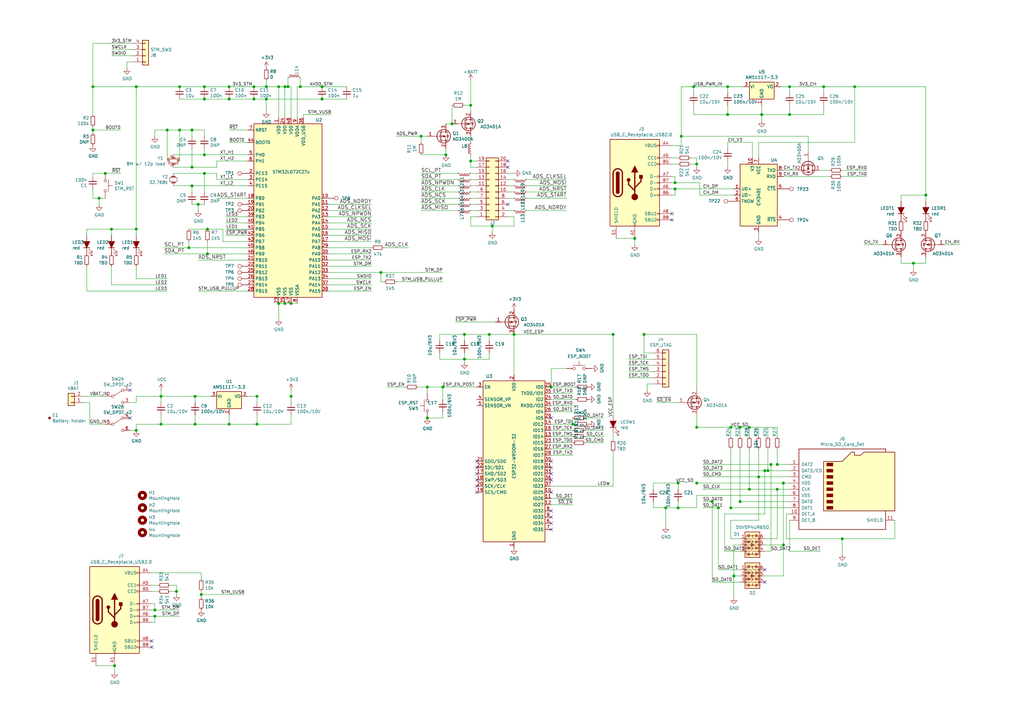
<source format=kicad_sch>
(kicad_sch (version 20210126) (generator eeschema)

  (paper "A3")

  (lib_symbols
    (symbol "Connector:Micro_SD_Card_Det" (pin_names (offset 1.016)) (in_bom yes) (on_board yes)
      (property "Reference" "J" (id 0) (at -16.51 17.78 0)
        (effects (font (size 1.27 1.27)))
      )
      (property "Value" "Micro_SD_Card_Det" (id 1) (at 16.51 17.78 0)
        (effects (font (size 1.27 1.27)) (justify right))
      )
      (property "Footprint" "" (id 2) (at 52.07 17.78 0)
        (effects (font (size 1.27 1.27)) hide)
      )
      (property "Datasheet" "https://www.hirose.com/product/en/download_file/key_name/DM3/category/Catalog/doc_file_id/49662/?file_category_id=4&item_id=195&is_series=1" (id 3) (at 0 2.54 0)
        (effects (font (size 1.27 1.27)) hide)
      )
      (property "ki_keywords" "connector SD microsd" (id 4) (at 0 0 0)
        (effects (font (size 1.27 1.27)) hide)
      )
      (property "ki_description" "Micro SD Card Socket with card detection pins" (id 5) (at 0 0 0)
        (effects (font (size 1.27 1.27)) hide)
      )
      (property "ki_fp_filters" "microSD*" (id 6) (at 0 0 0)
        (effects (font (size 1.27 1.27)) hide)
      )
      (symbol "Micro_SD_Card_Det_0_1"
        (rectangle (start -7.62 -6.985) (end -5.08 -8.255)
          (stroke (width 0)) (fill (type outline))
        )
        (rectangle (start -7.62 -4.445) (end -5.08 -5.715)
          (stroke (width 0)) (fill (type outline))
        )
        (rectangle (start -7.62 -1.905) (end -5.08 -3.175)
          (stroke (width 0)) (fill (type outline))
        )
        (rectangle (start -7.62 0.635) (end -5.08 -0.635)
          (stroke (width 0)) (fill (type outline))
        )
        (rectangle (start -7.62 3.175) (end -5.08 1.905)
          (stroke (width 0)) (fill (type outline))
        )
        (rectangle (start -7.62 5.715) (end -5.08 4.445)
          (stroke (width 0)) (fill (type outline))
        )
        (rectangle (start -7.62 8.255) (end -5.08 6.985)
          (stroke (width 0)) (fill (type outline))
        )
        (rectangle (start -7.62 10.795) (end -5.08 9.525)
          (stroke (width 0)) (fill (type outline))
        )
        (polyline
          (pts
            (xy 16.51 15.24)
            (xy 16.51 16.51)
            (xy -19.05 16.51)
            (xy -19.05 -16.51)
            (xy 16.51 -16.51)
            (xy 16.51 -8.89)
          )
          (stroke (width 0.254)) (fill (type none))
        )
        (polyline
          (pts
            (xy -8.89 -8.89)
            (xy -8.89 11.43)
            (xy -1.27 11.43)
            (xy 2.54 15.24)
            (xy 3.81 15.24)
            (xy 3.81 13.97)
            (xy 6.35 13.97)
            (xy 7.62 15.24)
            (xy 20.32 15.24)
            (xy 20.32 -8.89)
            (xy -8.89 -8.89)
          )
          (stroke (width 0.254)) (fill (type background))
        )
      )
      (symbol "Micro_SD_Card_Det_1_1"
        (pin bidirectional line (at -22.86 10.16 0) (length 3.81)
          (name "DAT2" (effects (font (size 1.27 1.27))))
          (number "1" (effects (font (size 1.27 1.27))))
        )
        (pin passive line (at -22.86 -10.16 0) (length 3.81)
          (name "DET_A" (effects (font (size 1.27 1.27))))
          (number "10" (effects (font (size 1.27 1.27))))
        )
        (pin passive line (at 20.32 -12.7 180) (length 3.81)
          (name "SHIELD" (effects (font (size 1.27 1.27))))
          (number "11" (effects (font (size 1.27 1.27))))
        )
        (pin bidirectional line (at -22.86 7.62 0) (length 3.81)
          (name "DAT3/CD" (effects (font (size 1.27 1.27))))
          (number "2" (effects (font (size 1.27 1.27))))
        )
        (pin input line (at -22.86 5.08 0) (length 3.81)
          (name "CMD" (effects (font (size 1.27 1.27))))
          (number "3" (effects (font (size 1.27 1.27))))
        )
        (pin power_in line (at -22.86 2.54 0) (length 3.81)
          (name "VDD" (effects (font (size 1.27 1.27))))
          (number "4" (effects (font (size 1.27 1.27))))
        )
        (pin input line (at -22.86 0 0) (length 3.81)
          (name "CLK" (effects (font (size 1.27 1.27))))
          (number "5" (effects (font (size 1.27 1.27))))
        )
        (pin power_in line (at -22.86 -2.54 0) (length 3.81)
          (name "VSS" (effects (font (size 1.27 1.27))))
          (number "6" (effects (font (size 1.27 1.27))))
        )
        (pin bidirectional line (at -22.86 -5.08 0) (length 3.81)
          (name "DAT0" (effects (font (size 1.27 1.27))))
          (number "7" (effects (font (size 1.27 1.27))))
        )
        (pin bidirectional line (at -22.86 -7.62 0) (length 3.81)
          (name "DAT1" (effects (font (size 1.27 1.27))))
          (number "8" (effects (font (size 1.27 1.27))))
        )
        (pin passive line (at -22.86 -12.7 0) (length 3.81)
          (name "DET_B" (effects (font (size 1.27 1.27))))
          (number "9" (effects (font (size 1.27 1.27))))
        )
      )
    )
    (symbol "Connector:TestPoint" (pin_numbers hide) (pin_names (offset 0.762) hide) (in_bom yes) (on_board yes)
      (property "Reference" "TP" (id 0) (at 0 6.858 0)
        (effects (font (size 1.27 1.27)))
      )
      (property "Value" "TestPoint" (id 1) (at 0 5.08 0)
        (effects (font (size 1.27 1.27)))
      )
      (property "Footprint" "" (id 2) (at 5.08 0 0)
        (effects (font (size 1.27 1.27)) hide)
      )
      (property "Datasheet" "~" (id 3) (at 5.08 0 0)
        (effects (font (size 1.27 1.27)) hide)
      )
      (property "ki_keywords" "test point tp" (id 4) (at 0 0 0)
        (effects (font (size 1.27 1.27)) hide)
      )
      (property "ki_description" "test point" (id 5) (at 0 0 0)
        (effects (font (size 1.27 1.27)) hide)
      )
      (property "ki_fp_filters" "Pin* Test*" (id 6) (at 0 0 0)
        (effects (font (size 1.27 1.27)) hide)
      )
      (symbol "TestPoint_0_1"
        (circle (center 0 3.302) (radius 0.762) (stroke (width 0)) (fill (type none)))
      )
      (symbol "TestPoint_1_1"
        (pin passive line (at 0 0 90) (length 2.54)
          (name "1" (effects (font (size 1.27 1.27))))
          (number "1" (effects (font (size 1.27 1.27))))
        )
      )
    )
    (symbol "Connector:USB_C_Receptacle_USB2.0" (pin_names (offset 1.016)) (in_bom yes) (on_board yes)
      (property "Reference" "J" (id 0) (at -10.16 19.05 0)
        (effects (font (size 1.27 1.27)) (justify left))
      )
      (property "Value" "USB_C_Receptacle_USB2.0" (id 1) (at 19.05 19.05 0)
        (effects (font (size 1.27 1.27)) (justify right))
      )
      (property "Footprint" "" (id 2) (at 3.81 0 0)
        (effects (font (size 1.27 1.27)) hide)
      )
      (property "Datasheet" "https://www.usb.org/sites/default/files/documents/usb_type-c.zip" (id 3) (at 3.81 0 0)
        (effects (font (size 1.27 1.27)) hide)
      )
      (property "ki_keywords" "usb universal serial bus type-C USB2.0" (id 4) (at 0 0 0)
        (effects (font (size 1.27 1.27)) hide)
      )
      (property "ki_description" "USB 2.0-only Type-C Receptacle connector" (id 5) (at 0 0 0)
        (effects (font (size 1.27 1.27)) hide)
      )
      (property "ki_fp_filters" "USB*C*Receptacle*" (id 6) (at 0 0 0)
        (effects (font (size 1.27 1.27)) hide)
      )
      (symbol "USB_C_Receptacle_USB2.0_0_0"
        (rectangle (start -0.254 -17.78) (end 0.254 -16.764)
          (stroke (width 0)) (fill (type none))
        )
        (rectangle (start 10.16 -14.986) (end 9.144 -15.494)
          (stroke (width 0)) (fill (type none))
        )
        (rectangle (start 10.16 -12.446) (end 9.144 -12.954)
          (stroke (width 0)) (fill (type none))
        )
        (rectangle (start 10.16 -4.826) (end 9.144 -5.334)
          (stroke (width 0)) (fill (type none))
        )
        (rectangle (start 10.16 -2.286) (end 9.144 -2.794)
          (stroke (width 0)) (fill (type none))
        )
        (rectangle (start 10.16 0.254) (end 9.144 -0.254)
          (stroke (width 0)) (fill (type none))
        )
        (rectangle (start 10.16 2.794) (end 9.144 2.286)
          (stroke (width 0)) (fill (type none))
        )
        (rectangle (start 10.16 7.874) (end 9.144 7.366)
          (stroke (width 0)) (fill (type none))
        )
        (rectangle (start 10.16 10.414) (end 9.144 9.906)
          (stroke (width 0)) (fill (type none))
        )
        (rectangle (start 10.16 15.494) (end 9.144 14.986)
          (stroke (width 0)) (fill (type none))
        )
      )
      (symbol "USB_C_Receptacle_USB2.0_0_1"
        (arc (start -8.89 -3.81) (end -5.08 -3.81) (radius (at -6.985 -3.81) (length 1.905) (angles -179.9 -0.1))
          (stroke (width 0.508)) (fill (type none))
        )
        (arc (start -7.62 -3.81) (end -6.35 -3.81) (radius (at -6.985 -3.81) (length 0.635) (angles -179.9 -0.1))
          (stroke (width 0.254)) (fill (type none))
        )
        (arc (start -7.62 -3.81) (end -6.35 -3.81) (radius (at -6.985 -3.81) (length 0.635) (angles -179.9 -0.1))
          (stroke (width 0.254)) (fill (type outline))
        )
        (arc (start -6.35 3.81) (end -7.62 3.81) (radius (at -6.985 3.81) (length 0.635) (angles 0.1 179.9))
          (stroke (width 0.254)) (fill (type outline))
        )
        (arc (start -6.35 3.81) (end -7.62 3.81) (radius (at -6.985 3.81) (length 0.635) (angles 0.1 179.9))
          (stroke (width 0.254)) (fill (type none))
        )
        (arc (start -5.08 3.81) (end -8.89 3.81) (radius (at -6.985 3.81) (length 1.905) (angles 0.1 179.9))
          (stroke (width 0.508)) (fill (type none))
        )
        (circle (center -2.54 1.143) (radius 0.635) (stroke (width 0.254)) (fill (type outline)))
        (circle (center 0 -5.842) (radius 1.27) (stroke (width 0)) (fill (type outline)))
        (rectangle (start -10.16 17.78) (end 10.16 -17.78)
          (stroke (width 0.254)) (fill (type background))
        )
        (rectangle (start -7.62 -3.81) (end -6.35 3.81)
          (stroke (width 0.254)) (fill (type outline))
        )
        (rectangle (start 1.905 1.778) (end 3.175 3.048)
          (stroke (width 0.254)) (fill (type outline))
        )
        (polyline
          (pts
            (xy -8.89 -3.81)
            (xy -8.89 3.81)
          )
          (stroke (width 0.508)) (fill (type none))
        )
        (polyline
          (pts
            (xy -5.08 3.81)
            (xy -5.08 -3.81)
          )
          (stroke (width 0.508)) (fill (type none))
        )
        (polyline
          (pts
            (xy 0 -5.842)
            (xy 0 4.318)
          )
          (stroke (width 0.508)) (fill (type none))
        )
        (polyline
          (pts
            (xy 0 -3.302)
            (xy -2.54 -0.762)
            (xy -2.54 0.508)
          )
          (stroke (width 0.508)) (fill (type none))
        )
        (polyline
          (pts
            (xy 0 -2.032)
            (xy 2.54 0.508)
            (xy 2.54 1.778)
          )
          (stroke (width 0.508)) (fill (type none))
        )
        (polyline
          (pts
            (xy -1.27 4.318)
            (xy 0 6.858)
            (xy 1.27 4.318)
            (xy -1.27 4.318)
          )
          (stroke (width 0.254)) (fill (type outline))
        )
      )
      (symbol "USB_C_Receptacle_USB2.0_1_1"
        (pin passive line (at 0 -22.86 90) (length 5.08)
          (name "GND" (effects (font (size 1.27 1.27))))
          (number "A1" (effects (font (size 1.27 1.27))))
        )
        (pin passive line (at 0 -22.86 90) (length 5.08) hide
          (name "GND" (effects (font (size 1.27 1.27))))
          (number "A12" (effects (font (size 1.27 1.27))))
        )
        (pin passive line (at 15.24 15.24 180) (length 5.08)
          (name "VBUS" (effects (font (size 1.27 1.27))))
          (number "A4" (effects (font (size 1.27 1.27))))
        )
        (pin bidirectional line (at 15.24 10.16 180) (length 5.08)
          (name "CC1" (effects (font (size 1.27 1.27))))
          (number "A5" (effects (font (size 1.27 1.27))))
        )
        (pin bidirectional line (at 15.24 -2.54 180) (length 5.08)
          (name "D+" (effects (font (size 1.27 1.27))))
          (number "A6" (effects (font (size 1.27 1.27))))
        )
        (pin bidirectional line (at 15.24 2.54 180) (length 5.08)
          (name "D-" (effects (font (size 1.27 1.27))))
          (number "A7" (effects (font (size 1.27 1.27))))
        )
        (pin bidirectional line (at 15.24 -12.7 180) (length 5.08)
          (name "SBU1" (effects (font (size 1.27 1.27))))
          (number "A8" (effects (font (size 1.27 1.27))))
        )
        (pin passive line (at 15.24 15.24 180) (length 5.08) hide
          (name "VBUS" (effects (font (size 1.27 1.27))))
          (number "A9" (effects (font (size 1.27 1.27))))
        )
        (pin passive line (at 0 -22.86 90) (length 5.08) hide
          (name "GND" (effects (font (size 1.27 1.27))))
          (number "B1" (effects (font (size 1.27 1.27))))
        )
        (pin passive line (at 0 -22.86 90) (length 5.08) hide
          (name "GND" (effects (font (size 1.27 1.27))))
          (number "B12" (effects (font (size 1.27 1.27))))
        )
        (pin passive line (at 15.24 15.24 180) (length 5.08) hide
          (name "VBUS" (effects (font (size 1.27 1.27))))
          (number "B4" (effects (font (size 1.27 1.27))))
        )
        (pin bidirectional line (at 15.24 7.62 180) (length 5.08)
          (name "CC2" (effects (font (size 1.27 1.27))))
          (number "B5" (effects (font (size 1.27 1.27))))
        )
        (pin bidirectional line (at 15.24 -5.08 180) (length 5.08)
          (name "D+" (effects (font (size 1.27 1.27))))
          (number "B6" (effects (font (size 1.27 1.27))))
        )
        (pin bidirectional line (at 15.24 0 180) (length 5.08)
          (name "D-" (effects (font (size 1.27 1.27))))
          (number "B7" (effects (font (size 1.27 1.27))))
        )
        (pin bidirectional line (at 15.24 -15.24 180) (length 5.08)
          (name "SBU2" (effects (font (size 1.27 1.27))))
          (number "B8" (effects (font (size 1.27 1.27))))
        )
        (pin passive line (at 15.24 15.24 180) (length 5.08) hide
          (name "VBUS" (effects (font (size 1.27 1.27))))
          (number "B9" (effects (font (size 1.27 1.27))))
        )
        (pin passive line (at -7.62 -22.86 90) (length 5.08)
          (name "SHIELD" (effects (font (size 1.27 1.27))))
          (number "S1" (effects (font (size 1.27 1.27))))
        )
      )
    )
    (symbol "Connector_Generic:Conn_01x02" (pin_names (offset 1.016) hide) (in_bom yes) (on_board yes)
      (property "Reference" "J" (id 0) (at 0 2.54 0)
        (effects (font (size 1.27 1.27)))
      )
      (property "Value" "Conn_01x02" (id 1) (at 0 -5.08 0)
        (effects (font (size 1.27 1.27)))
      )
      (property "Footprint" "" (id 2) (at 0 0 0)
        (effects (font (size 1.27 1.27)) hide)
      )
      (property "Datasheet" "~" (id 3) (at 0 0 0)
        (effects (font (size 1.27 1.27)) hide)
      )
      (property "ki_keywords" "connector" (id 4) (at 0 0 0)
        (effects (font (size 1.27 1.27)) hide)
      )
      (property "ki_description" "Generic connector, single row, 01x02, script generated (kicad-library-utils/schlib/autogen/connector/)" (id 5) (at 0 0 0)
        (effects (font (size 1.27 1.27)) hide)
      )
      (property "ki_fp_filters" "Connector*:*_1x??_*" (id 6) (at 0 0 0)
        (effects (font (size 1.27 1.27)) hide)
      )
      (symbol "Conn_01x02_1_1"
        (rectangle (start -1.27 -2.413) (end 0 -2.667)
          (stroke (width 0.1524)) (fill (type none))
        )
        (rectangle (start -1.27 0.127) (end 0 -0.127)
          (stroke (width 0.1524)) (fill (type none))
        )
        (rectangle (start -1.27 1.27) (end 1.27 -3.81)
          (stroke (width 0.254)) (fill (type background))
        )
        (pin passive line (at -5.08 0 0) (length 3.81)
          (name "Pin_1" (effects (font (size 1.27 1.27))))
          (number "1" (effects (font (size 1.27 1.27))))
        )
        (pin passive line (at -5.08 -2.54 0) (length 3.81)
          (name "Pin_2" (effects (font (size 1.27 1.27))))
          (number "2" (effects (font (size 1.27 1.27))))
        )
      )
    )
    (symbol "Connector_Generic:Conn_01x04" (pin_names (offset 1.016) hide) (in_bom yes) (on_board yes)
      (property "Reference" "J" (id 0) (at 0 5.08 0)
        (effects (font (size 1.27 1.27)))
      )
      (property "Value" "Conn_01x04" (id 1) (at 0 -7.62 0)
        (effects (font (size 1.27 1.27)))
      )
      (property "Footprint" "" (id 2) (at 0 0 0)
        (effects (font (size 1.27 1.27)) hide)
      )
      (property "Datasheet" "~" (id 3) (at 0 0 0)
        (effects (font (size 1.27 1.27)) hide)
      )
      (property "ki_keywords" "connector" (id 4) (at 0 0 0)
        (effects (font (size 1.27 1.27)) hide)
      )
      (property "ki_description" "Generic connector, single row, 01x04, script generated (kicad-library-utils/schlib/autogen/connector/)" (id 5) (at 0 0 0)
        (effects (font (size 1.27 1.27)) hide)
      )
      (property "ki_fp_filters" "Connector*:*_1x??_*" (id 6) (at 0 0 0)
        (effects (font (size 1.27 1.27)) hide)
      )
      (symbol "Conn_01x04_1_1"
        (rectangle (start -1.27 -4.953) (end 0 -5.207)
          (stroke (width 0.1524)) (fill (type none))
        )
        (rectangle (start -1.27 -2.413) (end 0 -2.667)
          (stroke (width 0.1524)) (fill (type none))
        )
        (rectangle (start -1.27 2.667) (end 0 2.413)
          (stroke (width 0.1524)) (fill (type none))
        )
        (rectangle (start -1.27 3.81) (end 1.27 -6.35)
          (stroke (width 0.254)) (fill (type background))
        )
        (rectangle (start -1.27 0.127) (end 0 -0.127)
          (stroke (width 0.1524)) (fill (type none))
        )
        (pin passive line (at -5.08 2.54 0) (length 3.81)
          (name "Pin_1" (effects (font (size 1.27 1.27))))
          (number "1" (effects (font (size 1.27 1.27))))
        )
        (pin passive line (at -5.08 0 0) (length 3.81)
          (name "Pin_2" (effects (font (size 1.27 1.27))))
          (number "2" (effects (font (size 1.27 1.27))))
        )
        (pin passive line (at -5.08 -2.54 0) (length 3.81)
          (name "Pin_3" (effects (font (size 1.27 1.27))))
          (number "3" (effects (font (size 1.27 1.27))))
        )
        (pin passive line (at -5.08 -5.08 0) (length 3.81)
          (name "Pin_4" (effects (font (size 1.27 1.27))))
          (number "4" (effects (font (size 1.27 1.27))))
        )
      )
    )
    (symbol "Connector_Generic:Conn_01x06" (pin_names (offset 1.016) hide) (in_bom yes) (on_board yes)
      (property "Reference" "J" (id 0) (at 0 7.62 0)
        (effects (font (size 1.27 1.27)))
      )
      (property "Value" "Conn_01x06" (id 1) (at 0 -10.16 0)
        (effects (font (size 1.27 1.27)))
      )
      (property "Footprint" "" (id 2) (at 0 0 0)
        (effects (font (size 1.27 1.27)) hide)
      )
      (property "Datasheet" "~" (id 3) (at 0 0 0)
        (effects (font (size 1.27 1.27)) hide)
      )
      (property "ki_keywords" "connector" (id 4) (at 0 0 0)
        (effects (font (size 1.27 1.27)) hide)
      )
      (property "ki_description" "Generic connector, single row, 01x06, script generated (kicad-library-utils/schlib/autogen/connector/)" (id 5) (at 0 0 0)
        (effects (font (size 1.27 1.27)) hide)
      )
      (property "ki_fp_filters" "Connector*:*_1x??_*" (id 6) (at 0 0 0)
        (effects (font (size 1.27 1.27)) hide)
      )
      (symbol "Conn_01x06_1_1"
        (rectangle (start -1.27 -4.953) (end 0 -5.207)
          (stroke (width 0.1524)) (fill (type none))
        )
        (rectangle (start -1.27 -7.493) (end 0 -7.747)
          (stroke (width 0.1524)) (fill (type none))
        )
        (rectangle (start -1.27 -2.413) (end 0 -2.667)
          (stroke (width 0.1524)) (fill (type none))
        )
        (rectangle (start -1.27 2.667) (end 0 2.413)
          (stroke (width 0.1524)) (fill (type none))
        )
        (rectangle (start -1.27 5.207) (end 0 4.953)
          (stroke (width 0.1524)) (fill (type none))
        )
        (rectangle (start -1.27 6.35) (end 1.27 -8.89)
          (stroke (width 0.254)) (fill (type background))
        )
        (rectangle (start -1.27 0.127) (end 0 -0.127)
          (stroke (width 0.1524)) (fill (type none))
        )
        (pin passive line (at -5.08 5.08 0) (length 3.81)
          (name "Pin_1" (effects (font (size 1.27 1.27))))
          (number "1" (effects (font (size 1.27 1.27))))
        )
        (pin passive line (at -5.08 2.54 0) (length 3.81)
          (name "Pin_2" (effects (font (size 1.27 1.27))))
          (number "2" (effects (font (size 1.27 1.27))))
        )
        (pin passive line (at -5.08 0 0) (length 3.81)
          (name "Pin_3" (effects (font (size 1.27 1.27))))
          (number "3" (effects (font (size 1.27 1.27))))
        )
        (pin passive line (at -5.08 -2.54 0) (length 3.81)
          (name "Pin_4" (effects (font (size 1.27 1.27))))
          (number "4" (effects (font (size 1.27 1.27))))
        )
        (pin passive line (at -5.08 -5.08 0) (length 3.81)
          (name "Pin_5" (effects (font (size 1.27 1.27))))
          (number "5" (effects (font (size 1.27 1.27))))
        )
        (pin passive line (at -5.08 -7.62 0) (length 3.81)
          (name "Pin_6" (effects (font (size 1.27 1.27))))
          (number "6" (effects (font (size 1.27 1.27))))
        )
      )
    )
    (symbol "Device:C_Small" (pin_numbers hide) (pin_names (offset 0.254) hide) (in_bom yes) (on_board yes)
      (property "Reference" "C" (id 0) (at 0.254 1.778 0)
        (effects (font (size 1.27 1.27)) (justify left))
      )
      (property "Value" "C_Small" (id 1) (at 0.254 -2.032 0)
        (effects (font (size 1.27 1.27)) (justify left))
      )
      (property "Footprint" "" (id 2) (at 0 0 0)
        (effects (font (size 1.27 1.27)) hide)
      )
      (property "Datasheet" "~" (id 3) (at 0 0 0)
        (effects (font (size 1.27 1.27)) hide)
      )
      (property "ki_keywords" "capacitor cap" (id 4) (at 0 0 0)
        (effects (font (size 1.27 1.27)) hide)
      )
      (property "ki_description" "Unpolarized capacitor, small symbol" (id 5) (at 0 0 0)
        (effects (font (size 1.27 1.27)) hide)
      )
      (property "ki_fp_filters" "C_*" (id 6) (at 0 0 0)
        (effects (font (size 1.27 1.27)) hide)
      )
      (symbol "C_Small_0_1"
        (polyline
          (pts
            (xy -1.524 -0.508)
            (xy 1.524 -0.508)
          )
          (stroke (width 0.3302)) (fill (type none))
        )
        (polyline
          (pts
            (xy -1.524 0.508)
            (xy 1.524 0.508)
          )
          (stroke (width 0.3048)) (fill (type none))
        )
      )
      (symbol "C_Small_1_1"
        (pin passive line (at 0 2.54 270) (length 2.032)
          (name "~" (effects (font (size 1.27 1.27))))
          (number "1" (effects (font (size 1.27 1.27))))
        )
        (pin passive line (at 0 -2.54 90) (length 2.032)
          (name "~" (effects (font (size 1.27 1.27))))
          (number "2" (effects (font (size 1.27 1.27))))
        )
      )
    )
    (symbol "Device:Crystal_GND24_Small" (pin_names (offset 1.016) hide) (in_bom yes) (on_board yes)
      (property "Reference" "Y" (id 0) (at 1.27 4.445 0)
        (effects (font (size 1.27 1.27)) (justify left))
      )
      (property "Value" "Crystal_GND24_Small" (id 1) (at 1.27 2.54 0)
        (effects (font (size 1.27 1.27)) (justify left))
      )
      (property "Footprint" "" (id 2) (at 0 0 0)
        (effects (font (size 1.27 1.27)) hide)
      )
      (property "Datasheet" "~" (id 3) (at 0 0 0)
        (effects (font (size 1.27 1.27)) hide)
      )
      (property "ki_keywords" "quartz ceramic resonator oscillator" (id 4) (at 0 0 0)
        (effects (font (size 1.27 1.27)) hide)
      )
      (property "ki_description" "Four pin crystal, GND on pins 2 and 4, small symbol" (id 5) (at 0 0 0)
        (effects (font (size 1.27 1.27)) hide)
      )
      (property "ki_fp_filters" "Crystal*" (id 6) (at 0 0 0)
        (effects (font (size 1.27 1.27)) hide)
      )
      (symbol "Crystal_GND24_Small_0_1"
        (rectangle (start -0.762 -1.524) (end 0.762 1.524)
          (stroke (width 0)) (fill (type none))
        )
        (polyline
          (pts
            (xy -1.27 -0.762)
            (xy -1.27 0.762)
          )
          (stroke (width 0.381)) (fill (type none))
        )
        (polyline
          (pts
            (xy 1.27 -0.762)
            (xy 1.27 0.762)
          )
          (stroke (width 0.381)) (fill (type none))
        )
        (polyline
          (pts
            (xy -1.27 -1.27)
            (xy -1.27 -1.905)
            (xy 1.27 -1.905)
            (xy 1.27 -1.27)
          )
          (stroke (width 0)) (fill (type none))
        )
        (polyline
          (pts
            (xy -1.27 1.27)
            (xy -1.27 1.905)
            (xy 1.27 1.905)
            (xy 1.27 1.27)
          )
          (stroke (width 0)) (fill (type none))
        )
      )
      (symbol "Crystal_GND24_Small_1_1"
        (pin passive line (at -2.54 0 0) (length 1.27)
          (name "1" (effects (font (size 1.27 1.27))))
          (number "1" (effects (font (size 0.762 0.762))))
        )
        (pin passive line (at 0 -2.54 90) (length 0.635)
          (name "2" (effects (font (size 1.27 1.27))))
          (number "2" (effects (font (size 0.762 0.762))))
        )
        (pin passive line (at 2.54 0 180) (length 1.27)
          (name "3" (effects (font (size 1.27 1.27))))
          (number "3" (effects (font (size 0.762 0.762))))
        )
        (pin passive line (at 0 2.54 270) (length 0.635)
          (name "4" (effects (font (size 1.27 1.27))))
          (number "4" (effects (font (size 0.762 0.762))))
        )
      )
    )
    (symbol "Device:Crystal_Small" (pin_numbers hide) (pin_names (offset 1.016) hide) (in_bom yes) (on_board yes)
      (property "Reference" "Y" (id 0) (at 0 2.54 0)
        (effects (font (size 1.27 1.27)))
      )
      (property "Value" "Crystal_Small" (id 1) (at 0 -2.54 0)
        (effects (font (size 1.27 1.27)))
      )
      (property "Footprint" "" (id 2) (at 0 0 0)
        (effects (font (size 1.27 1.27)) hide)
      )
      (property "Datasheet" "~" (id 3) (at 0 0 0)
        (effects (font (size 1.27 1.27)) hide)
      )
      (property "ki_keywords" "quartz ceramic resonator oscillator" (id 4) (at 0 0 0)
        (effects (font (size 1.27 1.27)) hide)
      )
      (property "ki_description" "Two pin crystal, small symbol" (id 5) (at 0 0 0)
        (effects (font (size 1.27 1.27)) hide)
      )
      (property "ki_fp_filters" "Crystal*" (id 6) (at 0 0 0)
        (effects (font (size 1.27 1.27)) hide)
      )
      (symbol "Crystal_Small_0_1"
        (rectangle (start -0.762 -1.524) (end 0.762 1.524)
          (stroke (width 0)) (fill (type none))
        )
        (polyline
          (pts
            (xy -1.27 -0.762)
            (xy -1.27 0.762)
          )
          (stroke (width 0.381)) (fill (type none))
        )
        (polyline
          (pts
            (xy 1.27 -0.762)
            (xy 1.27 0.762)
          )
          (stroke (width 0.381)) (fill (type none))
        )
      )
      (symbol "Crystal_Small_1_1"
        (pin passive line (at -2.54 0 0) (length 1.27)
          (name "1" (effects (font (size 1.27 1.27))))
          (number "1" (effects (font (size 1.27 1.27))))
        )
        (pin passive line (at 2.54 0 180) (length 1.27)
          (name "2" (effects (font (size 1.27 1.27))))
          (number "2" (effects (font (size 1.27 1.27))))
        )
      )
    )
    (symbol "Device:LED_Filled" (pin_numbers hide) (pin_names (offset 1.016) hide) (in_bom yes) (on_board yes)
      (property "Reference" "D" (id 0) (at 0 2.54 0)
        (effects (font (size 1.27 1.27)))
      )
      (property "Value" "LED_Filled" (id 1) (at 0 -2.54 0)
        (effects (font (size 1.27 1.27)))
      )
      (property "Footprint" "" (id 2) (at 0 0 0)
        (effects (font (size 1.27 1.27)) hide)
      )
      (property "Datasheet" "~" (id 3) (at 0 0 0)
        (effects (font (size 1.27 1.27)) hide)
      )
      (property "ki_keywords" "LED diode" (id 4) (at 0 0 0)
        (effects (font (size 1.27 1.27)) hide)
      )
      (property "ki_description" "Light emitting diode, filled shape" (id 5) (at 0 0 0)
        (effects (font (size 1.27 1.27)) hide)
      )
      (property "ki_fp_filters" "LED* LED_SMD:* LED_THT:*" (id 6) (at 0 0 0)
        (effects (font (size 1.27 1.27)) hide)
      )
      (symbol "LED_Filled_0_1"
        (polyline
          (pts
            (xy -1.27 -1.27)
            (xy -1.27 1.27)
          )
          (stroke (width 0.254)) (fill (type none))
        )
        (polyline
          (pts
            (xy -1.27 0)
            (xy 1.27 0)
          )
          (stroke (width 0)) (fill (type none))
        )
        (polyline
          (pts
            (xy 1.27 -1.27)
            (xy 1.27 1.27)
            (xy -1.27 0)
            (xy 1.27 -1.27)
          )
          (stroke (width 0.254)) (fill (type outline))
        )
        (polyline
          (pts
            (xy -3.048 -0.762)
            (xy -4.572 -2.286)
            (xy -3.81 -2.286)
            (xy -4.572 -2.286)
            (xy -4.572 -1.524)
          )
          (stroke (width 0)) (fill (type none))
        )
        (polyline
          (pts
            (xy -1.778 -0.762)
            (xy -3.302 -2.286)
            (xy -2.54 -2.286)
            (xy -3.302 -2.286)
            (xy -3.302 -1.524)
          )
          (stroke (width 0)) (fill (type none))
        )
      )
      (symbol "LED_Filled_1_1"
        (pin passive line (at -3.81 0 0) (length 2.54)
          (name "K" (effects (font (size 1.27 1.27))))
          (number "1" (effects (font (size 1.27 1.27))))
        )
        (pin passive line (at 3.81 0 180) (length 2.54)
          (name "A" (effects (font (size 1.27 1.27))))
          (number "2" (effects (font (size 1.27 1.27))))
        )
      )
    )
    (symbol "Device:R_Small" (pin_numbers hide) (pin_names (offset 0.254) hide) (in_bom yes) (on_board yes)
      (property "Reference" "R" (id 0) (at 0.762 0.508 0)
        (effects (font (size 1.27 1.27)) (justify left))
      )
      (property "Value" "R_Small" (id 1) (at 0.762 -1.016 0)
        (effects (font (size 1.27 1.27)) (justify left))
      )
      (property "Footprint" "" (id 2) (at 0 0 0)
        (effects (font (size 1.27 1.27)) hide)
      )
      (property "Datasheet" "~" (id 3) (at 0 0 0)
        (effects (font (size 1.27 1.27)) hide)
      )
      (property "ki_keywords" "R resistor" (id 4) (at 0 0 0)
        (effects (font (size 1.27 1.27)) hide)
      )
      (property "ki_description" "Resistor, small symbol" (id 5) (at 0 0 0)
        (effects (font (size 1.27 1.27)) hide)
      )
      (property "ki_fp_filters" "R_*" (id 6) (at 0 0 0)
        (effects (font (size 1.27 1.27)) hide)
      )
      (symbol "R_Small_0_1"
        (rectangle (start -0.762 1.778) (end 0.762 -1.778)
          (stroke (width 0.2032)) (fill (type none))
        )
      )
      (symbol "R_Small_1_1"
        (pin passive line (at 0 2.54 270) (length 0.762)
          (name "~" (effects (font (size 1.27 1.27))))
          (number "1" (effects (font (size 1.27 1.27))))
        )
        (pin passive line (at 0 -2.54 90) (length 0.762)
          (name "~" (effects (font (size 1.27 1.27))))
          (number "2" (effects (font (size 1.27 1.27))))
        )
      )
    )
    (symbol "Interface_USB:CH340E" (in_bom yes) (on_board yes)
      (property "Reference" "U" (id 0) (at -5.08 13.97 0)
        (effects (font (size 1.27 1.27)) (justify right))
      )
      (property "Value" "CH340E" (id 1) (at 1.27 13.97 0)
        (effects (font (size 1.27 1.27)) (justify left))
      )
      (property "Footprint" "Package_SO:MSOP-10_3x3mm_P0.5mm" (id 2) (at 1.27 -13.97 0)
        (effects (font (size 1.27 1.27)) (justify left) hide)
      )
      (property "Datasheet" "https://www.mpja.com/download/35227cpdata.pdf" (id 3) (at -8.89 20.32 0)
        (effects (font (size 1.27 1.27)) hide)
      )
      (property "ki_keywords" "USB UART Serial Converter Interface" (id 4) (at 0 0 0)
        (effects (font (size 1.27 1.27)) hide)
      )
      (property "ki_description" "USB serial converter, UART, MSOP-10" (id 5) (at 0 0 0)
        (effects (font (size 1.27 1.27)) hide)
      )
      (property "ki_fp_filters" "MSOP*3x3mm*P0.5mm*" (id 6) (at 0 0 0)
        (effects (font (size 1.27 1.27)) hide)
      )
      (symbol "CH340E_0_1"
        (rectangle (start -7.62 12.7) (end 7.62 -12.7)
          (stroke (width 0.254)) (fill (type background))
        )
      )
      (symbol "CH340E_1_1"
        (pin bidirectional line (at -10.16 2.54 0) (length 2.54)
          (name "UD+" (effects (font (size 1.27 1.27))))
          (number "1" (effects (font (size 1.27 1.27))))
        )
        (pin passive line (at -2.54 15.24 270) (length 2.54)
          (name "V3" (effects (font (size 1.27 1.27))))
          (number "10" (effects (font (size 1.27 1.27))))
        )
        (pin bidirectional line (at -10.16 0 0) (length 2.54)
          (name "UD-" (effects (font (size 1.27 1.27))))
          (number "2" (effects (font (size 1.27 1.27))))
        )
        (pin power_in line (at 0 -15.24 90) (length 2.54)
          (name "GND" (effects (font (size 1.27 1.27))))
          (number "3" (effects (font (size 1.27 1.27))))
        )
        (pin output line (at 10.16 -10.16 180) (length 2.54)
          (name "~RTS" (effects (font (size 1.27 1.27))))
          (number "4" (effects (font (size 1.27 1.27))))
        )
        (pin input line (at 10.16 2.54 180) (length 2.54)
          (name "~CTS" (effects (font (size 1.27 1.27))))
          (number "5" (effects (font (size 1.27 1.27))))
        )
        (pin output line (at -10.16 -2.54 0) (length 2.54)
          (name "TNOW" (effects (font (size 1.27 1.27))))
          (number "6" (effects (font (size 1.27 1.27))))
        )
        (pin power_in line (at 0 15.24 270) (length 2.54)
          (name "VCC" (effects (font (size 1.27 1.27))))
          (number "7" (effects (font (size 1.27 1.27))))
        )
        (pin output line (at 10.16 10.16 180) (length 2.54)
          (name "TXD" (effects (font (size 1.27 1.27))))
          (number "8" (effects (font (size 1.27 1.27))))
        )
        (pin input line (at 10.16 7.62 180) (length 2.54)
          (name "RXD" (effects (font (size 1.27 1.27))))
          (number "9" (effects (font (size 1.27 1.27))))
        )
      )
    )
    (symbol "MCU_ST_STM32L0:STM32L072CZTx" (in_bom yes) (on_board yes)
      (property "Reference" "U" (id 0) (at -15.24 36.83 0)
        (effects (font (size 1.27 1.27)) (justify left))
      )
      (property "Value" "STM32L072CZTx" (id 1) (at 7.62 36.83 0)
        (effects (font (size 1.27 1.27)) (justify left))
      )
      (property "Footprint" "Package_QFP:LQFP-48_7x7mm_P0.5mm" (id 2) (at -15.24 -35.56 0)
        (effects (font (size 1.27 1.27)) (justify right) hide)
      )
      (property "Datasheet" "http://www.st.com/st-web-ui/static/active/en/resource/technical/document/datasheet/DM00141133.pdf" (id 3) (at 0 0 0)
        (effects (font (size 1.27 1.27)) hide)
      )
      (property "ki_keywords" "ARM Cortex-M0+ STM32L0 STM32L0x2" (id 4) (at 0 0 0)
        (effects (font (size 1.27 1.27)) hide)
      )
      (property "ki_description" "ARM Cortex-M0+ MCU, 192KB flash, 20KB RAM, 32MHz, 1.65-3.6V, 37 GPIO, LQFP-48" (id 5) (at 0 0 0)
        (effects (font (size 1.27 1.27)) hide)
      )
      (property "ki_fp_filters" "LQFP*7x7mm*P0.5mm*" (id 6) (at 0 0 0)
        (effects (font (size 1.27 1.27)) hide)
      )
      (symbol "STM32L072CZTx_0_1"
        (rectangle (start -15.24 -35.56) (end 12.7 35.56)
          (stroke (width 0.254)) (fill (type background))
        )
      )
      (symbol "STM32L072CZTx_1_1"
        (pin input line (at -17.78 27.94 0) (length 2.54)
          (name "BOOT0" (effects (font (size 1.27 1.27))))
          (number "44" (effects (font (size 1.27 1.27))))
        )
        (pin input line (at -17.78 33.02 0) (length 2.54)
          (name "NRST" (effects (font (size 1.27 1.27))))
          (number "7" (effects (font (size 1.27 1.27))))
        )
        (pin bidirectional line (at 15.24 5.08 180) (length 2.54)
          (name "PA0" (effects (font (size 1.27 1.27))))
          (number "10" (effects (font (size 1.27 1.27))))
        )
        (pin bidirectional line (at 15.24 2.54 180) (length 2.54)
          (name "PA1" (effects (font (size 1.27 1.27))))
          (number "11" (effects (font (size 1.27 1.27))))
        )
        (pin bidirectional line (at 15.24 -20.32 180) (length 2.54)
          (name "PA10" (effects (font (size 1.27 1.27))))
          (number "31" (effects (font (size 1.27 1.27))))
        )
        (pin bidirectional line (at 15.24 -22.86 180) (length 2.54)
          (name "PA11" (effects (font (size 1.27 1.27))))
          (number "32" (effects (font (size 1.27 1.27))))
        )
        (pin bidirectional line (at 15.24 -25.4 180) (length 2.54)
          (name "PA12" (effects (font (size 1.27 1.27))))
          (number "33" (effects (font (size 1.27 1.27))))
        )
        (pin bidirectional line (at 15.24 -27.94 180) (length 2.54)
          (name "PA13" (effects (font (size 1.27 1.27))))
          (number "34" (effects (font (size 1.27 1.27))))
        )
        (pin bidirectional line (at 15.24 -30.48 180) (length 2.54)
          (name "PA14" (effects (font (size 1.27 1.27))))
          (number "37" (effects (font (size 1.27 1.27))))
        )
        (pin bidirectional line (at 15.24 -33.02 180) (length 2.54)
          (name "PA15" (effects (font (size 1.27 1.27))))
          (number "38" (effects (font (size 1.27 1.27))))
        )
        (pin bidirectional line (at 15.24 0 180) (length 2.54)
          (name "PA2" (effects (font (size 1.27 1.27))))
          (number "12" (effects (font (size 1.27 1.27))))
        )
        (pin bidirectional line (at 15.24 -2.54 180) (length 2.54)
          (name "PA3" (effects (font (size 1.27 1.27))))
          (number "13" (effects (font (size 1.27 1.27))))
        )
        (pin bidirectional line (at 15.24 -5.08 180) (length 2.54)
          (name "PA4" (effects (font (size 1.27 1.27))))
          (number "14" (effects (font (size 1.27 1.27))))
        )
        (pin bidirectional line (at 15.24 -7.62 180) (length 2.54)
          (name "PA5" (effects (font (size 1.27 1.27))))
          (number "15" (effects (font (size 1.27 1.27))))
        )
        (pin bidirectional line (at 15.24 -10.16 180) (length 2.54)
          (name "PA6" (effects (font (size 1.27 1.27))))
          (number "16" (effects (font (size 1.27 1.27))))
        )
        (pin bidirectional line (at 15.24 -12.7 180) (length 2.54)
          (name "PA7" (effects (font (size 1.27 1.27))))
          (number "17" (effects (font (size 1.27 1.27))))
        )
        (pin bidirectional line (at 15.24 -15.24 180) (length 2.54)
          (name "PA8" (effects (font (size 1.27 1.27))))
          (number "29" (effects (font (size 1.27 1.27))))
        )
        (pin bidirectional line (at 15.24 -17.78 180) (length 2.54)
          (name "PA9" (effects (font (size 1.27 1.27))))
          (number "30" (effects (font (size 1.27 1.27))))
        )
        (pin bidirectional line (at -17.78 5.08 0) (length 2.54)
          (name "PB0" (effects (font (size 1.27 1.27))))
          (number "18" (effects (font (size 1.27 1.27))))
        )
        (pin bidirectional line (at -17.78 2.54 0) (length 2.54)
          (name "PB1" (effects (font (size 1.27 1.27))))
          (number "19" (effects (font (size 1.27 1.27))))
        )
        (pin bidirectional line (at -17.78 -20.32 0) (length 2.54)
          (name "PB10" (effects (font (size 1.27 1.27))))
          (number "21" (effects (font (size 1.27 1.27))))
        )
        (pin bidirectional line (at -17.78 -22.86 0) (length 2.54)
          (name "PB11" (effects (font (size 1.27 1.27))))
          (number "22" (effects (font (size 1.27 1.27))))
        )
        (pin bidirectional line (at -17.78 -25.4 0) (length 2.54)
          (name "PB12" (effects (font (size 1.27 1.27))))
          (number "25" (effects (font (size 1.27 1.27))))
        )
        (pin bidirectional line (at -17.78 -27.94 0) (length 2.54)
          (name "PB13" (effects (font (size 1.27 1.27))))
          (number "26" (effects (font (size 1.27 1.27))))
        )
        (pin bidirectional line (at -17.78 -30.48 0) (length 2.54)
          (name "PB14" (effects (font (size 1.27 1.27))))
          (number "27" (effects (font (size 1.27 1.27))))
        )
        (pin bidirectional line (at -17.78 -33.02 0) (length 2.54)
          (name "PB15" (effects (font (size 1.27 1.27))))
          (number "28" (effects (font (size 1.27 1.27))))
        )
        (pin bidirectional line (at -17.78 0 0) (length 2.54)
          (name "PB2" (effects (font (size 1.27 1.27))))
          (number "20" (effects (font (size 1.27 1.27))))
        )
        (pin bidirectional line (at -17.78 -2.54 0) (length 2.54)
          (name "PB3" (effects (font (size 1.27 1.27))))
          (number "39" (effects (font (size 1.27 1.27))))
        )
        (pin bidirectional line (at -17.78 -5.08 0) (length 2.54)
          (name "PB4" (effects (font (size 1.27 1.27))))
          (number "40" (effects (font (size 1.27 1.27))))
        )
        (pin bidirectional line (at -17.78 -7.62 0) (length 2.54)
          (name "PB5" (effects (font (size 1.27 1.27))))
          (number "41" (effects (font (size 1.27 1.27))))
        )
        (pin bidirectional line (at -17.78 -10.16 0) (length 2.54)
          (name "PB6" (effects (font (size 1.27 1.27))))
          (number "42" (effects (font (size 1.27 1.27))))
        )
        (pin bidirectional line (at -17.78 -12.7 0) (length 2.54)
          (name "PB7" (effects (font (size 1.27 1.27))))
          (number "43" (effects (font (size 1.27 1.27))))
        )
        (pin bidirectional line (at -17.78 -15.24 0) (length 2.54)
          (name "PB8" (effects (font (size 1.27 1.27))))
          (number "45" (effects (font (size 1.27 1.27))))
        )
        (pin bidirectional line (at -17.78 -17.78 0) (length 2.54)
          (name "PB9" (effects (font (size 1.27 1.27))))
          (number "46" (effects (font (size 1.27 1.27))))
        )
        (pin bidirectional line (at -17.78 15.24 0) (length 2.54)
          (name "PC13" (effects (font (size 1.27 1.27))))
          (number "2" (effects (font (size 1.27 1.27))))
        )
        (pin bidirectional line (at -17.78 12.7 0) (length 2.54)
          (name "PC14" (effects (font (size 1.27 1.27))))
          (number "3" (effects (font (size 1.27 1.27))))
        )
        (pin bidirectional line (at -17.78 10.16 0) (length 2.54)
          (name "PC15" (effects (font (size 1.27 1.27))))
          (number "4" (effects (font (size 1.27 1.27))))
        )
        (pin input line (at -17.78 22.86 0) (length 2.54)
          (name "PH0" (effects (font (size 1.27 1.27))))
          (number "5" (effects (font (size 1.27 1.27))))
        )
        (pin input line (at -17.78 20.32 0) (length 2.54)
          (name "PH1" (effects (font (size 1.27 1.27))))
          (number "6" (effects (font (size 1.27 1.27))))
        )
        (pin power_in line (at -5.08 38.1 270) (length 2.54)
          (name "VDD" (effects (font (size 1.27 1.27))))
          (number "1" (effects (font (size 1.27 1.27))))
        )
        (pin power_in line (at -2.54 38.1 270) (length 2.54)
          (name "VDD" (effects (font (size 1.27 1.27))))
          (number "24" (effects (font (size 1.27 1.27))))
        )
        (pin power_in line (at 0 38.1 270) (length 2.54)
          (name "VDD" (effects (font (size 1.27 1.27))))
          (number "48" (effects (font (size 1.27 1.27))))
        )
        (pin power_in line (at 2.54 38.1 270) (length 2.54)
          (name "VDDA" (effects (font (size 1.27 1.27))))
          (number "9" (effects (font (size 1.27 1.27))))
        )
        (pin power_in line (at 5.08 38.1 270) (length 2.54)
          (name "VDD_USB" (effects (font (size 1.27 1.27))))
          (number "36" (effects (font (size 1.27 1.27))))
        )
        (pin power_in line (at -5.08 -38.1 90) (length 2.54)
          (name "VSS" (effects (font (size 1.27 1.27))))
          (number "23" (effects (font (size 1.27 1.27))))
        )
        (pin power_in line (at -2.54 -38.1 90) (length 2.54)
          (name "VSS" (effects (font (size 1.27 1.27))))
          (number "35" (effects (font (size 1.27 1.27))))
        )
        (pin power_in line (at 0 -38.1 90) (length 2.54)
          (name "VSS" (effects (font (size 1.27 1.27))))
          (number "47" (effects (font (size 1.27 1.27))))
        )
        (pin power_in line (at 2.54 -38.1 90) (length 2.54)
          (name "VSSA" (effects (font (size 1.27 1.27))))
          (number "8" (effects (font (size 1.27 1.27))))
        )
      )
    )
    (symbol "Mechanical:MountingHole" (pin_names (offset 1.016)) (in_bom yes) (on_board yes)
      (property "Reference" "H" (id 0) (at 0 5.08 0)
        (effects (font (size 1.27 1.27)))
      )
      (property "Value" "MountingHole" (id 1) (at 0 3.175 0)
        (effects (font (size 1.27 1.27)))
      )
      (property "Footprint" "" (id 2) (at 0 0 0)
        (effects (font (size 1.27 1.27)) hide)
      )
      (property "Datasheet" "~" (id 3) (at 0 0 0)
        (effects (font (size 1.27 1.27)) hide)
      )
      (property "ki_keywords" "mounting hole" (id 4) (at 0 0 0)
        (effects (font (size 1.27 1.27)) hide)
      )
      (property "ki_description" "Mounting Hole without connection" (id 5) (at 0 0 0)
        (effects (font (size 1.27 1.27)) hide)
      )
      (property "ki_fp_filters" "MountingHole*" (id 6) (at 0 0 0)
        (effects (font (size 1.27 1.27)) hide)
      )
      (symbol "MountingHole_0_1"
        (circle (center 0 0) (radius 1.27) (stroke (width 1.27)) (fill (type none)))
      )
    )
    (symbol "Power_Protection:NUP4202" (in_bom yes) (on_board yes)
      (property "Reference" "U" (id 0) (at -6.985 -2.54 0)
        (effects (font (size 1.27 1.27)))
      )
      (property "Value" "NUP4202" (id 1) (at 6.35 1.27 90)
        (effects (font (size 1.27 1.27)))
      )
      (property "Footprint" "Package_TO_SOT_SMD:SOT-363_SC-70-6" (id 2) (at 1.27 1.905 0)
        (effects (font (size 1.27 1.27)) hide)
      )
      (property "Datasheet" "http://www.onsemi.com/pub_link/Collateral/NUP4202W1-D.PDF" (id 3) (at 1.27 1.905 0)
        (effects (font (size 1.27 1.27)) hide)
      )
      (property "ki_keywords" "ESD Protection diodes  transient suppressor" (id 4) (at 0 0 0)
        (effects (font (size 1.27 1.27)) hide)
      )
      (property "ki_description" "Transient voltage suppressor designed to protect high speed data lines from ESD, EFT, and lightning" (id 5) (at 0 0 0)
        (effects (font (size 1.27 1.27)) hide)
      )
      (property "ki_fp_filters" "SOT?363*" (id 6) (at 0 0 0)
        (effects (font (size 1.27 1.27)) hide)
      )
      (symbol "NUP4202_0_1"
        (circle (center -3.81 0) (radius 0.127) (stroke (width 0)) (fill (type none)))
        (circle (center -3.81 0) (radius 0.127) (stroke (width 0)) (fill (type none)))
        (circle (center -1.27 -2.54) (radius 0.127) (stroke (width 0)) (fill (type none)))
        (circle (center -1.27 -2.54) (radius 0.127) (stroke (width 0)) (fill (type none)))
        (circle (center -1.27 0) (radius 0.127) (stroke (width 0)) (fill (type none)))
        (circle (center -1.27 0) (radius 0.127) (stroke (width 0)) (fill (type none)))
        (circle (center -1.27 2.54) (radius 0.127) (stroke (width 0)) (fill (type none)))
        (circle (center -1.27 2.54) (radius 0.127) (stroke (width 0)) (fill (type none)))
        (circle (center 0 -2.54) (radius 0.127) (stroke (width 0)) (fill (type none)))
        (circle (center 0 -2.54) (radius 0.127) (stroke (width 0)) (fill (type none)))
        (circle (center 0 2.54) (radius 0.127) (stroke (width 0)) (fill (type none)))
        (circle (center 0 2.54) (radius 0.127) (stroke (width 0)) (fill (type none)))
        (circle (center 1.27 -2.54) (radius 0.127) (stroke (width 0)) (fill (type none)))
        (circle (center 1.27 -2.54) (radius 0.127) (stroke (width 0)) (fill (type none)))
        (circle (center 1.27 0) (radius 0.127) (stroke (width 0)) (fill (type none)))
        (circle (center 1.27 0) (radius 0.127) (stroke (width 0)) (fill (type none)))
        (circle (center 1.27 2.54) (radius 0.127) (stroke (width 0)) (fill (type none)))
        (circle (center 1.27 2.54) (radius 0.127) (stroke (width 0)) (fill (type none)))
        (circle (center 3.81 0) (radius 0.127) (stroke (width 0)) (fill (type none)))
        (circle (center 3.81 0) (radius 0.127) (stroke (width 0)) (fill (type none)))
        (rectangle (start -5.334 3.048) (end 5.08 -3.048)
          (stroke (width 0.254)) (fill (type background))
        )
        (polyline
          (pts
            (xy -4.445 -1.27)
            (xy -3.175 -1.27)
          )
          (stroke (width 0)) (fill (type none))
        )
        (polyline
          (pts
            (xy -4.445 -1.27)
            (xy -3.175 -1.27)
          )
          (stroke (width 0)) (fill (type none))
        )
        (polyline
          (pts
            (xy -4.445 1.905)
            (xy -3.175 1.905)
          )
          (stroke (width 0)) (fill (type none))
        )
        (polyline
          (pts
            (xy -3.81 -2.54)
            (xy -3.81 -0.635)
          )
          (stroke (width 0)) (fill (type none))
        )
        (polyline
          (pts
            (xy -3.81 -2.54)
            (xy 3.81 -2.54)
          )
          (stroke (width 0)) (fill (type none))
        )
        (polyline
          (pts
            (xy -3.81 -0.635)
            (xy -3.81 0.635)
          )
          (stroke (width 0)) (fill (type none))
        )
        (polyline
          (pts
            (xy -3.81 0.635)
            (xy -3.81 2.54)
          )
          (stroke (width 0)) (fill (type none))
        )
        (polyline
          (pts
            (xy -3.81 2.54)
            (xy 3.81 2.54)
          )
          (stroke (width 0)) (fill (type none))
        )
        (polyline
          (pts
            (xy -3.81 2.54)
            (xy 3.81 2.54)
          )
          (stroke (width 0)) (fill (type none))
        )
        (polyline
          (pts
            (xy -1.905 -1.27)
            (xy -0.635 -1.27)
          )
          (stroke (width 0)) (fill (type none))
        )
        (polyline
          (pts
            (xy -1.905 -1.27)
            (xy -0.635 -1.27)
          )
          (stroke (width 0)) (fill (type none))
        )
        (polyline
          (pts
            (xy -1.905 1.905)
            (xy -0.635 1.905)
          )
          (stroke (width 0)) (fill (type none))
        )
        (polyline
          (pts
            (xy -1.27 -2.54)
            (xy -1.27 -0.635)
          )
          (stroke (width 0)) (fill (type none))
        )
        (polyline
          (pts
            (xy -1.27 -2.54)
            (xy -1.27 -0.635)
          )
          (stroke (width 0)) (fill (type none))
        )
        (polyline
          (pts
            (xy -1.27 0.635)
            (xy -1.27 -0.635)
          )
          (stroke (width 0)) (fill (type none))
        )
        (polyline
          (pts
            (xy -1.27 0.635)
            (xy -1.27 2.54)
          )
          (stroke (width 0)) (fill (type none))
        )
        (polyline
          (pts
            (xy 0 -0.889)
            (xy 0 -3.81)
          )
          (stroke (width 0)) (fill (type none))
        )
        (polyline
          (pts
            (xy 0 -0.889)
            (xy 0 1.016)
          )
          (stroke (width 0)) (fill (type none))
        )
        (polyline
          (pts
            (xy 0 -0.889)
            (xy 0 1.016)
          )
          (stroke (width 0)) (fill (type none))
        )
        (polyline
          (pts
            (xy 0 1.016)
            (xy 0 3.81)
          )
          (stroke (width 0)) (fill (type none))
        )
        (polyline
          (pts
            (xy 0.635 -1.27)
            (xy 1.905 -1.27)
          )
          (stroke (width 0)) (fill (type none))
        )
        (polyline
          (pts
            (xy 0.635 -1.27)
            (xy 1.905 -1.27)
          )
          (stroke (width 0)) (fill (type none))
        )
        (polyline
          (pts
            (xy 0.635 1.905)
            (xy 1.905 1.905)
          )
          (stroke (width 0)) (fill (type none))
        )
        (polyline
          (pts
            (xy 1.27 -2.54)
            (xy 1.27 -0.635)
          )
          (stroke (width 0)) (fill (type none))
        )
        (polyline
          (pts
            (xy 1.27 -2.54)
            (xy 1.27 -0.635)
          )
          (stroke (width 0)) (fill (type none))
        )
        (polyline
          (pts
            (xy 1.27 0.635)
            (xy 1.27 -0.635)
          )
          (stroke (width 0)) (fill (type none))
        )
        (polyline
          (pts
            (xy 1.27 0.635)
            (xy 1.27 2.54)
          )
          (stroke (width 0)) (fill (type none))
        )
        (polyline
          (pts
            (xy 3.175 -1.27)
            (xy 4.445 -1.27)
          )
          (stroke (width 0)) (fill (type none))
        )
        (polyline
          (pts
            (xy 3.175 -1.27)
            (xy 4.445 -1.27)
          )
          (stroke (width 0)) (fill (type none))
        )
        (polyline
          (pts
            (xy 3.175 1.905)
            (xy 4.445 1.905)
          )
          (stroke (width 0)) (fill (type none))
        )
        (polyline
          (pts
            (xy 3.81 -2.54)
            (xy 3.81 -0.635)
          )
          (stroke (width 0)) (fill (type none))
        )
        (polyline
          (pts
            (xy 3.81 0.635)
            (xy 3.81 -0.635)
          )
          (stroke (width 0)) (fill (type none))
        )
        (polyline
          (pts
            (xy 3.81 0.635)
            (xy 3.81 2.54)
          )
          (stroke (width 0)) (fill (type none))
        )
        (polyline
          (pts
            (xy 0.762 0.254)
            (xy -0.762 0.254)
            (xy -0.762 0)
          )
          (stroke (width 0)) (fill (type none))
        )
        (polyline
          (pts
            (xy -4.445 -1.905)
            (xy -3.175 -1.905)
            (xy -3.81 -1.27)
            (xy -4.445 -1.905)
          )
          (stroke (width 0)) (fill (type none))
        )
        (polyline
          (pts
            (xy -4.445 1.27)
            (xy -3.175 1.27)
            (xy -3.81 1.905)
            (xy -4.445 1.27)
          )
          (stroke (width 0)) (fill (type none))
        )
        (polyline
          (pts
            (xy -2.54 -3.81)
            (xy -2.54 -0.762)
            (xy -1.905 0)
            (xy -1.27 0)
          )
          (stroke (width 0)) (fill (type none))
        )
        (polyline
          (pts
            (xy -2.54 3.81)
            (xy -2.54 0.635)
            (xy -3.048 0)
            (xy -3.937 0)
          )
          (stroke (width 0)) (fill (type none))
        )
        (polyline
          (pts
            (xy -1.905 -1.905)
            (xy -0.635 -1.905)
            (xy -1.27 -1.27)
            (xy -1.905 -1.905)
          )
          (stroke (width 0)) (fill (type none))
        )
        (polyline
          (pts
            (xy -1.905 1.27)
            (xy -0.635 1.27)
            (xy -1.27 1.905)
            (xy -1.905 1.27)
          )
          (stroke (width 0)) (fill (type none))
        )
        (polyline
          (pts
            (xy -0.762 -0.508)
            (xy 0.762 -0.508)
            (xy 0 0.254)
            (xy -0.762 -0.508)
          )
          (stroke (width 0)) (fill (type none))
        )
        (polyline
          (pts
            (xy -0.762 -0.508)
            (xy 0.762 -0.508)
            (xy 0 0.254)
            (xy -0.762 -0.508)
          )
          (stroke (width 0)) (fill (type none))
        )
        (polyline
          (pts
            (xy 0.635 -1.905)
            (xy 1.905 -1.905)
            (xy 1.27 -1.27)
            (xy 0.635 -1.905)
          )
          (stroke (width 0)) (fill (type none))
        )
        (polyline
          (pts
            (xy 0.635 1.27)
            (xy 1.905 1.27)
            (xy 1.27 1.905)
            (xy 0.635 1.27)
          )
          (stroke (width 0)) (fill (type none))
        )
        (polyline
          (pts
            (xy 2.54 -3.81)
            (xy 2.54 -0.762)
            (xy 1.905 0)
            (xy 1.143 0)
          )
          (stroke (width 0)) (fill (type none))
        )
        (polyline
          (pts
            (xy 2.54 3.81)
            (xy 2.54 0.508)
            (xy 2.921 0)
            (xy 3.81 0)
          )
          (stroke (width 0)) (fill (type none))
        )
        (polyline
          (pts
            (xy 3.175 -1.905)
            (xy 4.445 -1.905)
            (xy 3.81 -1.27)
            (xy 3.175 -1.905)
          )
          (stroke (width 0)) (fill (type none))
        )
        (polyline
          (pts
            (xy 3.175 1.27)
            (xy 4.445 1.27)
            (xy 3.81 1.905)
            (xy 3.175 1.27)
          )
          (stroke (width 0)) (fill (type none))
        )
      )
      (symbol "NUP4202_1_1"
        (pin passive line (at -2.54 -5.08 90) (length 2.54)
          (name "~" (effects (font (size 1.27 1.27))))
          (number "1" (effects (font (size 1.27 1.27))))
        )
        (pin passive line (at 0 -5.08 90) (length 2.54)
          (name "~" (effects (font (size 1.27 1.27))))
          (number "2" (effects (font (size 1.27 1.27))))
        )
        (pin passive line (at 2.54 -5.08 90) (length 2.54)
          (name "~" (effects (font (size 1.27 1.27))))
          (number "3" (effects (font (size 1.27 1.27))))
        )
        (pin passive line (at 2.54 5.08 270) (length 2.54)
          (name "~" (effects (font (size 1.27 1.27))))
          (number "4" (effects (font (size 1.27 1.27))))
        )
        (pin passive line (at 0 5.08 270) (length 2.54)
          (name "~" (effects (font (size 1.27 1.27))))
          (number "5" (effects (font (size 1.27 1.27))))
        )
        (pin passive line (at -2.54 5.08 270) (length 2.54)
          (name "~" (effects (font (size 1.27 1.27))))
          (number "6" (effects (font (size 1.27 1.27))))
        )
      )
    )
    (symbol "RF_Module:ESP32-WROOM-32" (in_bom yes) (on_board yes)
      (property "Reference" "U" (id 0) (at -12.7 34.29 0)
        (effects (font (size 1.27 1.27)) (justify left))
      )
      (property "Value" "ESP32-WROOM-32" (id 1) (at 1.27 34.29 0)
        (effects (font (size 1.27 1.27)) (justify left))
      )
      (property "Footprint" "RF_Module:ESP32-WROOM-32" (id 2) (at 0 -38.1 0)
        (effects (font (size 1.27 1.27)) hide)
      )
      (property "Datasheet" "https://www.espressif.com/sites/default/files/documentation/esp32-wroom-32_datasheet_en.pdf" (id 3) (at -7.62 1.27 0)
        (effects (font (size 1.27 1.27)) hide)
      )
      (property "ki_keywords" "RF Radio BT ESP ESP32 Espressif onboard PCB antenna" (id 4) (at 0 0 0)
        (effects (font (size 1.27 1.27)) hide)
      )
      (property "ki_description" "RF Module, ESP32-D0WDQ6 SoC, Wi-Fi 802.11b/g/n, Bluetooth, BLE, 32-bit, 2.7-3.6V, onboard antenna, SMD" (id 5) (at 0 0 0)
        (effects (font (size 1.27 1.27)) hide)
      )
      (property "ki_fp_filters" "ESP32?WROOM?32*" (id 6) (at 0 0 0)
        (effects (font (size 1.27 1.27)) hide)
      )
      (symbol "ESP32-WROOM-32_0_1"
        (rectangle (start -12.7 33.02) (end 12.7 -33.02)
          (stroke (width 0.254)) (fill (type background))
        )
      )
      (symbol "ESP32-WROOM-32_1_1"
        (pin power_in line (at 0 -35.56 90) (length 2.54)
          (name "GND" (effects (font (size 1.27 1.27))))
          (number "1" (effects (font (size 1.27 1.27))))
        )
        (pin bidirectional line (at 15.24 -12.7 180) (length 2.54)
          (name "IO25" (effects (font (size 1.27 1.27))))
          (number "10" (effects (font (size 1.27 1.27))))
        )
        (pin bidirectional line (at 15.24 -15.24 180) (length 2.54)
          (name "IO26" (effects (font (size 1.27 1.27))))
          (number "11" (effects (font (size 1.27 1.27))))
        )
        (pin bidirectional line (at 15.24 -17.78 180) (length 2.54)
          (name "IO27" (effects (font (size 1.27 1.27))))
          (number "12" (effects (font (size 1.27 1.27))))
        )
        (pin bidirectional line (at 15.24 10.16 180) (length 2.54)
          (name "IO14" (effects (font (size 1.27 1.27))))
          (number "13" (effects (font (size 1.27 1.27))))
        )
        (pin bidirectional line (at 15.24 15.24 180) (length 2.54)
          (name "IO12" (effects (font (size 1.27 1.27))))
          (number "14" (effects (font (size 1.27 1.27))))
        )
        (pin passive line (at 0 -35.56 90) (length 2.54) hide
          (name "GND" (effects (font (size 1.27 1.27))))
          (number "15" (effects (font (size 1.27 1.27))))
        )
        (pin bidirectional line (at 15.24 12.7 180) (length 2.54)
          (name "IO13" (effects (font (size 1.27 1.27))))
          (number "16" (effects (font (size 1.27 1.27))))
        )
        (pin bidirectional line (at -15.24 -5.08 0) (length 2.54)
          (name "SHD/SD2" (effects (font (size 1.27 1.27))))
          (number "17" (effects (font (size 1.27 1.27))))
        )
        (pin bidirectional line (at -15.24 -7.62 0) (length 2.54)
          (name "SWP/SD3" (effects (font (size 1.27 1.27))))
          (number "18" (effects (font (size 1.27 1.27))))
        )
        (pin bidirectional line (at -15.24 -12.7 0) (length 2.54)
          (name "SCS/CMD" (effects (font (size 1.27 1.27))))
          (number "19" (effects (font (size 1.27 1.27))))
        )
        (pin power_in line (at 0 35.56 270) (length 2.54)
          (name "VDD" (effects (font (size 1.27 1.27))))
          (number "2" (effects (font (size 1.27 1.27))))
        )
        (pin bidirectional line (at -15.24 -10.16 0) (length 2.54)
          (name "SCK/CLK" (effects (font (size 1.27 1.27))))
          (number "20" (effects (font (size 1.27 1.27))))
        )
        (pin bidirectional line (at -15.24 0 0) (length 2.54)
          (name "SDO/SD0" (effects (font (size 1.27 1.27))))
          (number "21" (effects (font (size 1.27 1.27))))
        )
        (pin bidirectional line (at -15.24 -2.54 0) (length 2.54)
          (name "SDI/SD1" (effects (font (size 1.27 1.27))))
          (number "22" (effects (font (size 1.27 1.27))))
        )
        (pin bidirectional line (at 15.24 7.62 180) (length 2.54)
          (name "IO15" (effects (font (size 1.27 1.27))))
          (number "23" (effects (font (size 1.27 1.27))))
        )
        (pin bidirectional line (at 15.24 25.4 180) (length 2.54)
          (name "IO2" (effects (font (size 1.27 1.27))))
          (number "24" (effects (font (size 1.27 1.27))))
        )
        (pin bidirectional line (at 15.24 30.48 180) (length 2.54)
          (name "IO0" (effects (font (size 1.27 1.27))))
          (number "25" (effects (font (size 1.27 1.27))))
        )
        (pin bidirectional line (at 15.24 20.32 180) (length 2.54)
          (name "IO4" (effects (font (size 1.27 1.27))))
          (number "26" (effects (font (size 1.27 1.27))))
        )
        (pin bidirectional line (at 15.24 5.08 180) (length 2.54)
          (name "IO16" (effects (font (size 1.27 1.27))))
          (number "27" (effects (font (size 1.27 1.27))))
        )
        (pin bidirectional line (at 15.24 2.54 180) (length 2.54)
          (name "IO17" (effects (font (size 1.27 1.27))))
          (number "28" (effects (font (size 1.27 1.27))))
        )
        (pin bidirectional line (at 15.24 17.78 180) (length 2.54)
          (name "IO5" (effects (font (size 1.27 1.27))))
          (number "29" (effects (font (size 1.27 1.27))))
        )
        (pin input line (at -15.24 30.48 0) (length 2.54)
          (name "EN" (effects (font (size 1.27 1.27))))
          (number "3" (effects (font (size 1.27 1.27))))
        )
        (pin bidirectional line (at 15.24 0 180) (length 2.54)
          (name "IO18" (effects (font (size 1.27 1.27))))
          (number "30" (effects (font (size 1.27 1.27))))
        )
        (pin bidirectional line (at 15.24 -2.54 180) (length 2.54)
          (name "IO19" (effects (font (size 1.27 1.27))))
          (number "31" (effects (font (size 1.27 1.27))))
        )
        (pin no_connect line (at -12.7 -27.94 0) (length 2.54) hide
          (name "NC" (effects (font (size 1.27 1.27))))
          (number "32" (effects (font (size 1.27 1.27))))
        )
        (pin bidirectional line (at 15.24 -5.08 180) (length 2.54)
          (name "IO21" (effects (font (size 1.27 1.27))))
          (number "33" (effects (font (size 1.27 1.27))))
        )
        (pin bidirectional line (at 15.24 22.86 180) (length 2.54)
          (name "RXD0/IO3" (effects (font (size 1.27 1.27))))
          (number "34" (effects (font (size 1.27 1.27))))
        )
        (pin bidirectional line (at 15.24 27.94 180) (length 2.54)
          (name "TXD0/IO1" (effects (font (size 1.27 1.27))))
          (number "35" (effects (font (size 1.27 1.27))))
        )
        (pin bidirectional line (at 15.24 -7.62 180) (length 2.54)
          (name "IO22" (effects (font (size 1.27 1.27))))
          (number "36" (effects (font (size 1.27 1.27))))
        )
        (pin bidirectional line (at 15.24 -10.16 180) (length 2.54)
          (name "IO23" (effects (font (size 1.27 1.27))))
          (number "37" (effects (font (size 1.27 1.27))))
        )
        (pin passive line (at 0 -35.56 90) (length 2.54) hide
          (name "GND" (effects (font (size 1.27 1.27))))
          (number "38" (effects (font (size 1.27 1.27))))
        )
        (pin passive line (at 0 -35.56 90) (length 2.54) hide
          (name "GND" (effects (font (size 1.27 1.27))))
          (number "39" (effects (font (size 1.27 1.27))))
        )
        (pin input line (at -15.24 25.4 0) (length 2.54)
          (name "SENSOR_VP" (effects (font (size 1.27 1.27))))
          (number "4" (effects (font (size 1.27 1.27))))
        )
        (pin input line (at -15.24 22.86 0) (length 2.54)
          (name "SENSOR_VN" (effects (font (size 1.27 1.27))))
          (number "5" (effects (font (size 1.27 1.27))))
        )
        (pin input line (at 15.24 -25.4 180) (length 2.54)
          (name "IO34" (effects (font (size 1.27 1.27))))
          (number "6" (effects (font (size 1.27 1.27))))
        )
        (pin input line (at 15.24 -27.94 180) (length 2.54)
          (name "IO35" (effects (font (size 1.27 1.27))))
          (number "7" (effects (font (size 1.27 1.27))))
        )
        (pin bidirectional line (at 15.24 -20.32 180) (length 2.54)
          (name "IO32" (effects (font (size 1.27 1.27))))
          (number "8" (effects (font (size 1.27 1.27))))
        )
        (pin bidirectional line (at 15.24 -22.86 180) (length 2.54)
          (name "IO33" (effects (font (size 1.27 1.27))))
          (number "9" (effects (font (size 1.27 1.27))))
        )
      )
    )
    (symbol "Regulator_Linear:AMS1117-3.3" (pin_names (offset 0.254)) (in_bom yes) (on_board yes)
      (property "Reference" "U" (id 0) (at -3.81 3.175 0)
        (effects (font (size 1.27 1.27)))
      )
      (property "Value" "AMS1117-3.3" (id 1) (at 0 3.175 0)
        (effects (font (size 1.27 1.27)) (justify left))
      )
      (property "Footprint" "Package_TO_SOT_SMD:SOT-223-3_TabPin2" (id 2) (at 0 5.08 0)
        (effects (font (size 1.27 1.27)) hide)
      )
      (property "Datasheet" "http://www.advanced-monolithic.com/pdf/ds1117.pdf" (id 3) (at 2.54 -6.35 0)
        (effects (font (size 1.27 1.27)) hide)
      )
      (property "ki_keywords" "linear regulator ldo fixed positive" (id 4) (at 0 0 0)
        (effects (font (size 1.27 1.27)) hide)
      )
      (property "ki_description" "1A Low Dropout regulator, positive, 3.3V fixed output, SOT-223" (id 5) (at 0 0 0)
        (effects (font (size 1.27 1.27)) hide)
      )
      (property "ki_fp_filters" "SOT?223*TabPin2*" (id 6) (at 0 0 0)
        (effects (font (size 1.27 1.27)) hide)
      )
      (symbol "AMS1117-3.3_0_1"
        (rectangle (start -5.08 -5.08) (end 5.08 1.905)
          (stroke (width 0.254)) (fill (type background))
        )
      )
      (symbol "AMS1117-3.3_1_1"
        (pin power_in line (at 0 -7.62 90) (length 2.54)
          (name "GND" (effects (font (size 1.27 1.27))))
          (number "1" (effects (font (size 1.27 1.27))))
        )
        (pin power_out line (at 7.62 0 180) (length 2.54)
          (name "VO" (effects (font (size 1.27 1.27))))
          (number "2" (effects (font (size 1.27 1.27))))
        )
        (pin power_in line (at -7.62 0 0) (length 2.54)
          (name "VI" (effects (font (size 1.27 1.27))))
          (number "3" (effects (font (size 1.27 1.27))))
        )
      )
    )
    (symbol "Switch:SW_DPDT_x2" (pin_names (offset 0) hide) (in_bom yes) (on_board yes)
      (property "Reference" "SW" (id 0) (at 0 4.318 0)
        (effects (font (size 1.27 1.27)))
      )
      (property "Value" "SW_DPDT_x2" (id 1) (at 0 -5.08 0)
        (effects (font (size 1.27 1.27)))
      )
      (property "Footprint" "" (id 2) (at 0 0 0)
        (effects (font (size 1.27 1.27)) hide)
      )
      (property "Datasheet" "~" (id 3) (at 0 0 0)
        (effects (font (size 1.27 1.27)) hide)
      )
      (property "ki_keywords" "switch dual-pole double-throw DPDT spdt ON-ON" (id 4) (at 0 0 0)
        (effects (font (size 1.27 1.27)) hide)
      )
      (property "ki_description" "Switch, dual pole double throw, separate symbols" (id 5) (at 0 0 0)
        (effects (font (size 1.27 1.27)) hide)
      )
      (property "ki_fp_filters" "SW*DPDT*" (id 6) (at 0 0 0)
        (effects (font (size 1.27 1.27)) hide)
      )
      (symbol "SW_DPDT_x2_0_0"
        (circle (center -2.032 0) (radius 0.508) (stroke (width 0)) (fill (type none)))
        (circle (center 2.032 -2.54) (radius 0.508) (stroke (width 0)) (fill (type none)))
      )
      (symbol "SW_DPDT_x2_0_1"
        (circle (center 2.032 2.54) (radius 0.508) (stroke (width 0)) (fill (type none)))
        (polyline
          (pts
            (xy -1.524 0.254)
            (xy 1.651 2.286)
          )
          (stroke (width 0)) (fill (type none))
        )
      )
      (symbol "SW_DPDT_x2_1_1"
        (pin passive line (at 5.08 2.54 180) (length 2.54)
          (name "A" (effects (font (size 1.27 1.27))))
          (number "1" (effects (font (size 1.27 1.27))))
        )
        (pin passive line (at -5.08 0 0) (length 2.54)
          (name "B" (effects (font (size 1.27 1.27))))
          (number "2" (effects (font (size 1.27 1.27))))
        )
        (pin passive line (at 5.08 -2.54 180) (length 2.54)
          (name "C" (effects (font (size 1.27 1.27))))
          (number "3" (effects (font (size 1.27 1.27))))
        )
      )
      (symbol "SW_DPDT_x2_2_1"
        (pin passive line (at 5.08 2.54 180) (length 2.54)
          (name "A" (effects (font (size 1.27 1.27))))
          (number "4" (effects (font (size 1.27 1.27))))
        )
        (pin passive line (at -5.08 0 0) (length 2.54)
          (name "B" (effects (font (size 1.27 1.27))))
          (number "5" (effects (font (size 1.27 1.27))))
        )
        (pin passive line (at 5.08 -2.54 180) (length 2.54)
          (name "C" (effects (font (size 1.27 1.27))))
          (number "6" (effects (font (size 1.27 1.27))))
        )
      )
    )
    (symbol "Switch:SW_Push" (pin_numbers hide) (pin_names (offset 1.016) hide) (in_bom yes) (on_board yes)
      (property "Reference" "SW" (id 0) (at 1.27 2.54 0)
        (effects (font (size 1.27 1.27)) (justify left))
      )
      (property "Value" "SW_Push" (id 1) (at 0 -1.524 0)
        (effects (font (size 1.27 1.27)))
      )
      (property "Footprint" "" (id 2) (at 0 5.08 0)
        (effects (font (size 1.27 1.27)) hide)
      )
      (property "Datasheet" "~" (id 3) (at 0 5.08 0)
        (effects (font (size 1.27 1.27)) hide)
      )
      (property "ki_keywords" "switch normally-open pushbutton push-button" (id 4) (at 0 0 0)
        (effects (font (size 1.27 1.27)) hide)
      )
      (property "ki_description" "Push button switch, generic, two pins" (id 5) (at 0 0 0)
        (effects (font (size 1.27 1.27)) hide)
      )
      (symbol "SW_Push_0_1"
        (circle (center -2.032 0) (radius 0.508) (stroke (width 0)) (fill (type none)))
        (circle (center 2.032 0) (radius 0.508) (stroke (width 0)) (fill (type none)))
        (polyline
          (pts
            (xy 0 1.27)
            (xy 0 3.048)
          )
          (stroke (width 0)) (fill (type none))
        )
        (polyline
          (pts
            (xy 2.54 1.27)
            (xy -2.54 1.27)
          )
          (stroke (width 0)) (fill (type none))
        )
        (pin passive line (at -5.08 0 0) (length 2.54)
          (name "1" (effects (font (size 1.27 1.27))))
          (number "1" (effects (font (size 1.27 1.27))))
        )
        (pin passive line (at 5.08 0 180) (length 2.54)
          (name "2" (effects (font (size 1.27 1.27))))
          (number "2" (effects (font (size 1.27 1.27))))
        )
      )
    )
    (symbol "Transistor_FET:AO3400A" (pin_names hide) (in_bom yes) (on_board yes)
      (property "Reference" "Q" (id 0) (at 5.08 1.905 0)
        (effects (font (size 1.27 1.27)) (justify left))
      )
      (property "Value" "AO3400A" (id 1) (at 5.08 0 0)
        (effects (font (size 1.27 1.27)) (justify left))
      )
      (property "Footprint" "Package_TO_SOT_SMD:SOT-23" (id 2) (at 5.08 -1.905 0)
        (effects (font (size 1.27 1.27) italic) (justify left) hide)
      )
      (property "Datasheet" "http://www.aosmd.com/pdfs/datasheet/AO3400A.pdf" (id 3) (at 0 0 0)
        (effects (font (size 1.27 1.27)) (justify left) hide)
      )
      (property "ki_keywords" "N-Channel MOSFET" (id 4) (at 0 0 0)
        (effects (font (size 1.27 1.27)) hide)
      )
      (property "ki_description" "30V Vds, 5.7A Id, N-Channel MOSFET, SOT-23" (id 5) (at 0 0 0)
        (effects (font (size 1.27 1.27)) hide)
      )
      (property "ki_fp_filters" "SOT?23*" (id 6) (at 0 0 0)
        (effects (font (size 1.27 1.27)) hide)
      )
      (symbol "AO3400A_0_1"
        (circle (center 1.651 0) (radius 2.794) (stroke (width 0.254)) (fill (type none)))
        (circle (center 2.54 -1.778) (radius 0.254) (stroke (width 0)) (fill (type outline)))
        (circle (center 2.54 1.778) (radius 0.254) (stroke (width 0)) (fill (type outline)))
        (polyline
          (pts
            (xy 0.254 0)
            (xy -2.54 0)
          )
          (stroke (width 0)) (fill (type none))
        )
        (polyline
          (pts
            (xy 0.254 1.905)
            (xy 0.254 -1.905)
          )
          (stroke (width 0.254)) (fill (type none))
        )
        (polyline
          (pts
            (xy 0.762 -1.27)
            (xy 0.762 -2.286)
          )
          (stroke (width 0.254)) (fill (type none))
        )
        (polyline
          (pts
            (xy 0.762 0.508)
            (xy 0.762 -0.508)
          )
          (stroke (width 0.254)) (fill (type none))
        )
        (polyline
          (pts
            (xy 0.762 2.286)
            (xy 0.762 1.27)
          )
          (stroke (width 0.254)) (fill (type none))
        )
        (polyline
          (pts
            (xy 2.54 2.54)
            (xy 2.54 1.778)
          )
          (stroke (width 0)) (fill (type none))
        )
        (polyline
          (pts
            (xy 2.54 -2.54)
            (xy 2.54 0)
            (xy 0.762 0)
          )
          (stroke (width 0)) (fill (type none))
        )
        (polyline
          (pts
            (xy 0.762 -1.778)
            (xy 3.302 -1.778)
            (xy 3.302 1.778)
            (xy 0.762 1.778)
          )
          (stroke (width 0)) (fill (type none))
        )
        (polyline
          (pts
            (xy 1.016 0)
            (xy 2.032 0.381)
            (xy 2.032 -0.381)
            (xy 1.016 0)
          )
          (stroke (width 0)) (fill (type outline))
        )
        (polyline
          (pts
            (xy 2.794 0.508)
            (xy 2.921 0.381)
            (xy 3.683 0.381)
            (xy 3.81 0.254)
          )
          (stroke (width 0)) (fill (type none))
        )
        (polyline
          (pts
            (xy 3.302 0.381)
            (xy 2.921 -0.254)
            (xy 3.683 -0.254)
            (xy 3.302 0.381)
          )
          (stroke (width 0)) (fill (type none))
        )
      )
      (symbol "AO3400A_1_1"
        (pin input line (at -5.08 0 0) (length 2.54)
          (name "G" (effects (font (size 1.27 1.27))))
          (number "1" (effects (font (size 1.27 1.27))))
        )
        (pin passive line (at 2.54 -5.08 90) (length 2.54)
          (name "S" (effects (font (size 1.27 1.27))))
          (number "2" (effects (font (size 1.27 1.27))))
        )
        (pin passive line (at 2.54 5.08 270) (length 2.54)
          (name "D" (effects (font (size 1.27 1.27))))
          (number "3" (effects (font (size 1.27 1.27))))
        )
      )
    )
    (symbol "Transistor_FET:AO3401A" (pin_names hide) (in_bom yes) (on_board yes)
      (property "Reference" "Q" (id 0) (at 5.08 1.905 0)
        (effects (font (size 1.27 1.27)) (justify left))
      )
      (property "Value" "AO3401A" (id 1) (at 5.08 0 0)
        (effects (font (size 1.27 1.27)) (justify left))
      )
      (property "Footprint" "Package_TO_SOT_SMD:SOT-23" (id 2) (at 5.08 -1.905 0)
        (effects (font (size 1.27 1.27) italic) (justify left) hide)
      )
      (property "Datasheet" "http://www.aosmd.com/pdfs/datasheet/AO3401A.pdf" (id 3) (at 0 0 0)
        (effects (font (size 1.27 1.27)) (justify left) hide)
      )
      (property "ki_keywords" "P-Channel MOSFET" (id 4) (at 0 0 0)
        (effects (font (size 1.27 1.27)) hide)
      )
      (property "ki_description" "-4.0A Id, -30V Vds, P-Channel MOSFET, SOT-23" (id 5) (at 0 0 0)
        (effects (font (size 1.27 1.27)) hide)
      )
      (property "ki_fp_filters" "SOT?23*" (id 6) (at 0 0 0)
        (effects (font (size 1.27 1.27)) hide)
      )
      (symbol "AO3401A_0_1"
        (circle (center 1.651 0) (radius 2.794) (stroke (width 0.254)) (fill (type none)))
        (circle (center 2.54 -1.778) (radius 0.254) (stroke (width 0)) (fill (type outline)))
        (circle (center 2.54 1.778) (radius 0.254) (stroke (width 0)) (fill (type outline)))
        (polyline
          (pts
            (xy 0.254 0)
            (xy -2.54 0)
          )
          (stroke (width 0)) (fill (type none))
        )
        (polyline
          (pts
            (xy 0.254 1.905)
            (xy 0.254 -1.905)
          )
          (stroke (width 0.254)) (fill (type none))
        )
        (polyline
          (pts
            (xy 0.762 -1.27)
            (xy 0.762 -2.286)
          )
          (stroke (width 0.254)) (fill (type none))
        )
        (polyline
          (pts
            (xy 0.762 0.508)
            (xy 0.762 -0.508)
          )
          (stroke (width 0.254)) (fill (type none))
        )
        (polyline
          (pts
            (xy 0.762 2.286)
            (xy 0.762 1.27)
          )
          (stroke (width 0.254)) (fill (type none))
        )
        (polyline
          (pts
            (xy 2.54 2.54)
            (xy 2.54 1.778)
          )
          (stroke (width 0)) (fill (type none))
        )
        (polyline
          (pts
            (xy 2.54 -2.54)
            (xy 2.54 0)
            (xy 0.762 0)
          )
          (stroke (width 0)) (fill (type none))
        )
        (polyline
          (pts
            (xy 0.762 1.778)
            (xy 3.302 1.778)
            (xy 3.302 -1.778)
            (xy 0.762 -1.778)
          )
          (stroke (width 0)) (fill (type none))
        )
        (polyline
          (pts
            (xy 2.286 0)
            (xy 1.27 0.381)
            (xy 1.27 -0.381)
            (xy 2.286 0)
          )
          (stroke (width 0)) (fill (type outline))
        )
        (polyline
          (pts
            (xy 2.794 -0.508)
            (xy 2.921 -0.381)
            (xy 3.683 -0.381)
            (xy 3.81 -0.254)
          )
          (stroke (width 0)) (fill (type none))
        )
        (polyline
          (pts
            (xy 3.302 -0.381)
            (xy 2.921 0.254)
            (xy 3.683 0.254)
            (xy 3.302 -0.381)
          )
          (stroke (width 0)) (fill (type none))
        )
      )
      (symbol "AO3401A_1_1"
        (pin input line (at -5.08 0 0) (length 2.54)
          (name "G" (effects (font (size 1.27 1.27))))
          (number "1" (effects (font (size 1.27 1.27))))
        )
        (pin passive line (at 2.54 -5.08 90) (length 2.54)
          (name "S" (effects (font (size 1.27 1.27))))
          (number "2" (effects (font (size 1.27 1.27))))
        )
        (pin passive line (at 2.54 5.08 270) (length 2.54)
          (name "D" (effects (font (size 1.27 1.27))))
          (number "3" (effects (font (size 1.27 1.27))))
        )
      )
    )
    (symbol "components:bom_item" (in_bom yes) (on_board yes)
      (property "Reference" "E" (id 0) (at -2.032 -0.076 0)
        (effects (font (size 1.27 1.27)))
      )
      (property "Value" "bom_item" (id 1) (at 5.6134 -0.0254 0)
        (effects (font (size 1.27 1.27)))
      )
      (property "Footprint" "" (id 2) (at 0 0 0)
        (effects (font (size 1.27 1.27)) hide)
      )
      (property "Datasheet" "" (id 3) (at 0 0 0)
        (effects (font (size 1.27 1.27)) hide)
      )
      (symbol "bom_item_0_1"
        (circle (center 0 0) (radius 0.4853) (stroke (width 0.001)) (fill (type outline)))
      )
    )
    (symbol "frontend_board-rescue:+BATT" (power) (pin_names (offset 0)) (in_bom yes) (on_board yes)
      (property "Reference" "#PWR" (id 0) (at 0 -3.81 0)
        (effects (font (size 1.27 1.27)) hide)
      )
      (property "Value" "+BATT" (id 1) (at 0 3.556 0)
        (effects (font (size 1.27 1.27)))
      )
      (property "Footprint" "" (id 2) (at 0 0 0)
        (effects (font (size 1.27 1.27)) hide)
      )
      (property "Datasheet" "" (id 3) (at 0 0 0)
        (effects (font (size 1.27 1.27)) hide)
      )
      (symbol "+BATT_0_1"
        (polyline
          (pts
            (xy -0.762 1.27)
            (xy 0 2.54)
          )
          (stroke (width 0)) (fill (type none))
        )
        (polyline
          (pts
            (xy 0 0)
            (xy 0 2.54)
          )
          (stroke (width 0)) (fill (type none))
        )
        (polyline
          (pts
            (xy 0 2.54)
            (xy 0.762 1.27)
          )
          (stroke (width 0)) (fill (type none))
        )
      )
      (symbol "+BATT_1_1"
        (pin power_in line (at 0 0 90) (length 0) hide
          (name "+BATT" (effects (font (size 1.27 1.27))))
          (number "1" (effects (font (size 1.27 1.27))))
        )
      )
    )
    (symbol "frontend_board-rescue:Conn_02x10_Odd_Even" (pin_names (offset 1.016) hide) (in_bom yes) (on_board yes)
      (property "Reference" "J" (id 0) (at 1.27 12.7 0)
        (effects (font (size 1.27 1.27)))
      )
      (property "Value" "Conn_02x10_Odd_Even" (id 1) (at 1.27 -15.24 0)
        (effects (font (size 1.27 1.27)))
      )
      (property "Footprint" "" (id 2) (at 0 0 0)
        (effects (font (size 1.27 1.27)) hide)
      )
      (property "Datasheet" "" (id 3) (at 0 0 0)
        (effects (font (size 1.27 1.27)) hide)
      )
      (property "ki_fp_filters" "Connector*:*2x??x*mm* Connector*:*2x???Pitch* Pin_Header_Straight_2X* Pin_Header_Angled_2X* Socket_Strip_Straight_2X* Socket_Strip_Angled_2X*" (id 4) (at 0 0 0)
        (effects (font (size 1.27 1.27)) hide)
      )
      (symbol "Conn_02x10_Odd_Even_1_1"
        (rectangle (start -1.27 -12.573) (end 0 -12.827)
          (stroke (width 0.1524)) (fill (type none))
        )
        (rectangle (start -1.27 -10.033) (end 0 -10.287)
          (stroke (width 0.1524)) (fill (type none))
        )
        (rectangle (start -1.27 -7.493) (end 0 -7.747)
          (stroke (width 0.1524)) (fill (type none))
        )
        (rectangle (start -1.27 -4.953) (end 0 -5.207)
          (stroke (width 0.1524)) (fill (type none))
        )
        (rectangle (start -1.27 -2.413) (end 0 -2.667)
          (stroke (width 0.1524)) (fill (type none))
        )
        (rectangle (start -1.27 0.127) (end 0 -0.127)
          (stroke (width 0.1524)) (fill (type none))
        )
        (rectangle (start -1.27 2.667) (end 0 2.413)
          (stroke (width 0.1524)) (fill (type none))
        )
        (rectangle (start -1.27 5.207) (end 0 4.953)
          (stroke (width 0.1524)) (fill (type none))
        )
        (rectangle (start -1.27 7.747) (end 0 7.493)
          (stroke (width 0.1524)) (fill (type none))
        )
        (rectangle (start -1.27 10.287) (end 0 10.033)
          (stroke (width 0.1524)) (fill (type none))
        )
        (rectangle (start 3.81 -12.573) (end 2.54 -12.827)
          (stroke (width 0.1524)) (fill (type none))
        )
        (rectangle (start 3.81 -10.033) (end 2.54 -10.287)
          (stroke (width 0.1524)) (fill (type none))
        )
        (rectangle (start 3.81 -7.493) (end 2.54 -7.747)
          (stroke (width 0.1524)) (fill (type none))
        )
        (rectangle (start 3.81 -4.953) (end 2.54 -5.207)
          (stroke (width 0.1524)) (fill (type none))
        )
        (rectangle (start 3.81 -2.413) (end 2.54 -2.667)
          (stroke (width 0.1524)) (fill (type none))
        )
        (rectangle (start 3.81 0.127) (end 2.54 -0.127)
          (stroke (width 0.1524)) (fill (type none))
        )
        (rectangle (start 3.81 2.667) (end 2.54 2.413)
          (stroke (width 0.1524)) (fill (type none))
        )
        (rectangle (start 3.81 5.207) (end 2.54 4.953)
          (stroke (width 0.1524)) (fill (type none))
        )
        (rectangle (start 3.81 7.747) (end 2.54 7.493)
          (stroke (width 0.1524)) (fill (type none))
        )
        (rectangle (start 3.81 10.287) (end 2.54 10.033)
          (stroke (width 0.1524)) (fill (type none))
        )
        (rectangle (start -1.27 11.43) (end 3.81 -13.97)
          (stroke (width 0.254)) (fill (type background))
        )
        (pin passive line (at -5.08 10.16 0) (length 3.81)
          (name "Pin_1" (effects (font (size 1.27 1.27))))
          (number "1" (effects (font (size 1.27 1.27))))
        )
        (pin passive line (at 7.62 0 180) (length 3.81)
          (name "Pin_10" (effects (font (size 1.27 1.27))))
          (number "10" (effects (font (size 1.27 1.27))))
        )
        (pin passive line (at -5.08 -2.54 0) (length 3.81)
          (name "Pin_11" (effects (font (size 1.27 1.27))))
          (number "11" (effects (font (size 1.27 1.27))))
        )
        (pin passive line (at 7.62 -2.54 180) (length 3.81)
          (name "Pin_12" (effects (font (size 1.27 1.27))))
          (number "12" (effects (font (size 1.27 1.27))))
        )
        (pin passive line (at -5.08 -5.08 0) (length 3.81)
          (name "Pin_13" (effects (font (size 1.27 1.27))))
          (number "13" (effects (font (size 1.27 1.27))))
        )
        (pin passive line (at 7.62 -5.08 180) (length 3.81)
          (name "Pin_14" (effects (font (size 1.27 1.27))))
          (number "14" (effects (font (size 1.27 1.27))))
        )
        (pin passive line (at -5.08 -7.62 0) (length 3.81)
          (name "Pin_15" (effects (font (size 1.27 1.27))))
          (number "15" (effects (font (size 1.27 1.27))))
        )
        (pin passive line (at 7.62 -7.62 180) (length 3.81)
          (name "Pin_16" (effects (font (size 1.27 1.27))))
          (number "16" (effects (font (size 1.27 1.27))))
        )
        (pin passive line (at -5.08 -10.16 0) (length 3.81)
          (name "Pin_17" (effects (font (size 1.27 1.27))))
          (number "17" (effects (font (size 1.27 1.27))))
        )
        (pin passive line (at 7.62 -10.16 180) (length 3.81)
          (name "Pin_18" (effects (font (size 1.27 1.27))))
          (number "18" (effects (font (size 1.27 1.27))))
        )
        (pin passive line (at -5.08 -12.7 0) (length 3.81)
          (name "Pin_19" (effects (font (size 1.27 1.27))))
          (number "19" (effects (font (size 1.27 1.27))))
        )
        (pin passive line (at 7.62 10.16 180) (length 3.81)
          (name "Pin_2" (effects (font (size 1.27 1.27))))
          (number "2" (effects (font (size 1.27 1.27))))
        )
        (pin passive line (at 7.62 -12.7 180) (length 3.81)
          (name "Pin_20" (effects (font (size 1.27 1.27))))
          (number "20" (effects (font (size 1.27 1.27))))
        )
        (pin passive line (at -5.08 7.62 0) (length 3.81)
          (name "Pin_3" (effects (font (size 1.27 1.27))))
          (number "3" (effects (font (size 1.27 1.27))))
        )
        (pin passive line (at 7.62 7.62 180) (length 3.81)
          (name "Pin_4" (effects (font (size 1.27 1.27))))
          (number "4" (effects (font (size 1.27 1.27))))
        )
        (pin passive line (at -5.08 5.08 0) (length 3.81)
          (name "Pin_5" (effects (font (size 1.27 1.27))))
          (number "5" (effects (font (size 1.27 1.27))))
        )
        (pin passive line (at 7.62 5.08 180) (length 3.81)
          (name "Pin_6" (effects (font (size 1.27 1.27))))
          (number "6" (effects (font (size 1.27 1.27))))
        )
        (pin passive line (at -5.08 2.54 0) (length 3.81)
          (name "Pin_7" (effects (font (size 1.27 1.27))))
          (number "7" (effects (font (size 1.27 1.27))))
        )
        (pin passive line (at 7.62 2.54 180) (length 3.81)
          (name "Pin_8" (effects (font (size 1.27 1.27))))
          (number "8" (effects (font (size 1.27 1.27))))
        )
        (pin passive line (at -5.08 0 0) (length 3.81)
          (name "Pin_9" (effects (font (size 1.27 1.27))))
          (number "9" (effects (font (size 1.27 1.27))))
        )
      )
    )
    (symbol "frontend_board-rescue:L_Core_Ferrite_Small" (pin_numbers hide) (pin_names (offset 0.254) hide) (in_bom yes) (on_board yes)
      (property "Reference" "L" (id 0) (at 1.27 1.016 0)
        (effects (font (size 1.27 1.27)) (justify left))
      )
      (property "Value" "L_Core_Ferrite_Small" (id 1) (at 1.27 -1.27 0)
        (effects (font (size 1.27 1.27)) (justify left))
      )
      (property "Footprint" "" (id 2) (at 0 0 0)
        (effects (font (size 1.27 1.27)) hide)
      )
      (property "Datasheet" "" (id 3) (at 0 0 0)
        (effects (font (size 1.27 1.27)) hide)
      )
      (property "ki_fp_filters" "Choke_* *Coil* Inductor_* L_*" (id 4) (at 0 0 0)
        (effects (font (size 1.27 1.27)) hide)
      )
      (symbol "L_Core_Ferrite_Small_0_1"
        (arc (start 0 -2.032) (end 0 -1.016) (radius (at 0 -1.524) (length 0.508) (angles -89.9 89.9))
          (stroke (width 0)) (fill (type none))
        )
        (arc (start 0 -1.016) (end 0 0) (radius (at 0 -0.508) (length 0.508) (angles -89.9 89.9))
          (stroke (width 0)) (fill (type none))
        )
        (arc (start 0 0) (end 0 1.016) (radius (at 0 0.508) (length 0.508) (angles -89.9 89.9))
          (stroke (width 0)) (fill (type none))
        )
        (arc (start 0 1.016) (end 0 2.032) (radius (at 0 1.524) (length 0.508) (angles -89.9 89.9))
          (stroke (width 0)) (fill (type none))
        )
        (polyline
          (pts
            (xy 0.762 -1.905)
            (xy 0.762 -1.651)
          )
          (stroke (width 0)) (fill (type none))
        )
        (polyline
          (pts
            (xy 0.762 -1.397)
            (xy 0.762 -1.143)
          )
          (stroke (width 0)) (fill (type none))
        )
        (polyline
          (pts
            (xy 0.762 -0.889)
            (xy 0.762 -0.635)
          )
          (stroke (width 0)) (fill (type none))
        )
        (polyline
          (pts
            (xy 0.762 -0.381)
            (xy 0.762 -0.127)
          )
          (stroke (width 0)) (fill (type none))
        )
        (polyline
          (pts
            (xy 0.762 0.127)
            (xy 0.762 0.381)
          )
          (stroke (width 0)) (fill (type none))
        )
        (polyline
          (pts
            (xy 0.762 0.635)
            (xy 0.762 0.889)
          )
          (stroke (width 0)) (fill (type none))
        )
        (polyline
          (pts
            (xy 0.762 1.143)
            (xy 0.762 1.397)
          )
          (stroke (width 0)) (fill (type none))
        )
        (polyline
          (pts
            (xy 0.762 1.651)
            (xy 0.762 1.905)
          )
          (stroke (width 0)) (fill (type none))
        )
        (polyline
          (pts
            (xy 1.016 -1.651)
            (xy 1.016 -1.905)
          )
          (stroke (width 0)) (fill (type none))
        )
        (polyline
          (pts
            (xy 1.016 -1.143)
            (xy 1.016 -1.397)
          )
          (stroke (width 0)) (fill (type none))
        )
        (polyline
          (pts
            (xy 1.016 -0.635)
            (xy 1.016 -0.889)
          )
          (stroke (width 0)) (fill (type none))
        )
        (polyline
          (pts
            (xy 1.016 -0.127)
            (xy 1.016 -0.381)
          )
          (stroke (width 0)) (fill (type none))
        )
        (polyline
          (pts
            (xy 1.016 0.381)
            (xy 1.016 0.127)
          )
          (stroke (width 0)) (fill (type none))
        )
        (polyline
          (pts
            (xy 1.016 0.889)
            (xy 1.016 0.635)
          )
          (stroke (width 0)) (fill (type none))
        )
        (polyline
          (pts
            (xy 1.016 1.397)
            (xy 1.016 1.143)
          )
          (stroke (width 0)) (fill (type none))
        )
        (polyline
          (pts
            (xy 1.016 1.905)
            (xy 1.016 1.651)
          )
          (stroke (width 0)) (fill (type none))
        )
      )
      (symbol "L_Core_Ferrite_Small_1_1"
        (pin passive line (at 0 2.54 270) (length 0.508)
          (name "~" (effects (font (size 1.27 1.27))))
          (number "1" (effects (font (size 1.27 1.27))))
        )
        (pin passive line (at 0 -2.54 90) (length 0.508)
          (name "~" (effects (font (size 1.27 1.27))))
          (number "2" (effects (font (size 1.27 1.27))))
        )
      )
    )
    (symbol "power:+3.3V" (power) (pin_names (offset 0)) (in_bom yes) (on_board yes)
      (property "Reference" "#PWR" (id 0) (at 0 -3.81 0)
        (effects (font (size 1.27 1.27)) hide)
      )
      (property "Value" "+3.3V" (id 1) (at 0 3.556 0)
        (effects (font (size 1.27 1.27)))
      )
      (property "Footprint" "" (id 2) (at 0 0 0)
        (effects (font (size 1.27 1.27)) hide)
      )
      (property "Datasheet" "" (id 3) (at 0 0 0)
        (effects (font (size 1.27 1.27)) hide)
      )
      (property "ki_keywords" "power-flag" (id 4) (at 0 0 0)
        (effects (font (size 1.27 1.27)) hide)
      )
      (property "ki_description" "Power symbol creates a global label with name \"+3.3V\"" (id 5) (at 0 0 0)
        (effects (font (size 1.27 1.27)) hide)
      )
      (symbol "+3.3V_0_1"
        (polyline
          (pts
            (xy -0.762 1.27)
            (xy 0 2.54)
          )
          (stroke (width 0)) (fill (type none))
        )
        (polyline
          (pts
            (xy 0 0)
            (xy 0 2.54)
          )
          (stroke (width 0)) (fill (type none))
        )
        (polyline
          (pts
            (xy 0 2.54)
            (xy 0.762 1.27)
          )
          (stroke (width 0)) (fill (type none))
        )
      )
      (symbol "+3.3V_1_1"
        (pin power_in line (at 0 0 90) (length 0) hide
          (name "+3V3" (effects (font (size 1.27 1.27))))
          (number "1" (effects (font (size 1.27 1.27))))
        )
      )
    )
    (symbol "power:+3V3" (power) (pin_names (offset 0)) (in_bom yes) (on_board yes)
      (property "Reference" "#PWR" (id 0) (at 0 -3.81 0)
        (effects (font (size 1.27 1.27)) hide)
      )
      (property "Value" "+3V3" (id 1) (at 0 3.556 0)
        (effects (font (size 1.27 1.27)))
      )
      (property "Footprint" "" (id 2) (at 0 0 0)
        (effects (font (size 1.27 1.27)) hide)
      )
      (property "Datasheet" "" (id 3) (at 0 0 0)
        (effects (font (size 1.27 1.27)) hide)
      )
      (property "ki_keywords" "power-flag" (id 4) (at 0 0 0)
        (effects (font (size 1.27 1.27)) hide)
      )
      (property "ki_description" "Power symbol creates a global label with name \"+3V3\"" (id 5) (at 0 0 0)
        (effects (font (size 1.27 1.27)) hide)
      )
      (symbol "+3V3_0_1"
        (polyline
          (pts
            (xy -0.762 1.27)
            (xy 0 2.54)
          )
          (stroke (width 0)) (fill (type none))
        )
        (polyline
          (pts
            (xy 0 0)
            (xy 0 2.54)
          )
          (stroke (width 0)) (fill (type none))
        )
        (polyline
          (pts
            (xy 0 2.54)
            (xy 0.762 1.27)
          )
          (stroke (width 0)) (fill (type none))
        )
      )
      (symbol "+3V3_1_1"
        (pin power_in line (at 0 0 90) (length 0) hide
          (name "+3V3" (effects (font (size 1.27 1.27))))
          (number "1" (effects (font (size 1.27 1.27))))
        )
      )
    )
    (symbol "power:GND" (power) (pin_names (offset 0)) (in_bom yes) (on_board yes)
      (property "Reference" "#PWR" (id 0) (at 0 -6.35 0)
        (effects (font (size 1.27 1.27)) hide)
      )
      (property "Value" "GND" (id 1) (at 0 -3.81 0)
        (effects (font (size 1.27 1.27)))
      )
      (property "Footprint" "" (id 2) (at 0 0 0)
        (effects (font (size 1.27 1.27)) hide)
      )
      (property "Datasheet" "" (id 3) (at 0 0 0)
        (effects (font (size 1.27 1.27)) hide)
      )
      (property "ki_keywords" "power-flag" (id 4) (at 0 0 0)
        (effects (font (size 1.27 1.27)) hide)
      )
      (property "ki_description" "Power symbol creates a global label with name \"GND\" , ground" (id 5) (at 0 0 0)
        (effects (font (size 1.27 1.27)) hide)
      )
      (symbol "GND_0_1"
        (polyline
          (pts
            (xy 0 0)
            (xy 0 -1.27)
            (xy 1.27 -1.27)
            (xy 0 -2.54)
            (xy -1.27 -1.27)
            (xy 0 -1.27)
          )
          (stroke (width 0)) (fill (type none))
        )
      )
      (symbol "GND_1_1"
        (pin power_in line (at 0 0 270) (length 0) hide
          (name "GND" (effects (font (size 1.27 1.27))))
          (number "1" (effects (font (size 1.27 1.27))))
        )
      )
    )
    (symbol "power:VCC" (power) (pin_names (offset 0)) (in_bom yes) (on_board yes)
      (property "Reference" "#PWR" (id 0) (at 0 -3.81 0)
        (effects (font (size 1.27 1.27)) hide)
      )
      (property "Value" "VCC" (id 1) (at 0 3.81 0)
        (effects (font (size 1.27 1.27)))
      )
      (property "Footprint" "" (id 2) (at 0 0 0)
        (effects (font (size 1.27 1.27)) hide)
      )
      (property "Datasheet" "" (id 3) (at 0 0 0)
        (effects (font (size 1.27 1.27)) hide)
      )
      (property "ki_keywords" "power-flag" (id 4) (at 0 0 0)
        (effects (font (size 1.27 1.27)) hide)
      )
      (property "ki_description" "Power symbol creates a global label with name \"VCC\"" (id 5) (at 0 0 0)
        (effects (font (size 1.27 1.27)) hide)
      )
      (symbol "VCC_0_1"
        (polyline
          (pts
            (xy -0.762 1.27)
            (xy 0 2.54)
          )
          (stroke (width 0)) (fill (type none))
        )
        (polyline
          (pts
            (xy 0 0)
            (xy 0 2.54)
          )
          (stroke (width 0)) (fill (type none))
        )
        (polyline
          (pts
            (xy 0 2.54)
            (xy 0.762 1.27)
          )
          (stroke (width 0)) (fill (type none))
        )
      )
      (symbol "VCC_1_1"
        (pin power_in line (at 0 0 90) (length 0) hide
          (name "VCC" (effects (font (size 1.27 1.27))))
          (number "1" (effects (font (size 1.27 1.27))))
        )
      )
    )
  )

  (junction (at 38.1 35.56) (diameter 1.016) (color 0 0 0 0))
  (junction (at 38.1 53.34) (diameter 1.016) (color 0 0 0 0))
  (junction (at 40.64 81.28) (diameter 1.016) (color 0 0 0 0))
  (junction (at 43.18 71.12) (diameter 1.016) (color 0 0 0 0))
  (junction (at 45.72 93.98) (diameter 1.016) (color 0 0 0 0))
  (junction (at 46.99 273.05) (diameter 1.016) (color 0 0 0 0))
  (junction (at 55.88 35.56) (diameter 1.016) (color 0 0 0 0))
  (junction (at 55.88 93.98) (diameter 1.016) (color 0 0 0 0))
  (junction (at 55.88 176.53) (diameter 1.016) (color 0 0 0 0))
  (junction (at 63.5 250.19) (diameter 1.016) (color 0 0 0 0))
  (junction (at 63.5 252.73) (diameter 1.016) (color 0 0 0 0))
  (junction (at 66.04 162.56) (diameter 1.016) (color 0 0 0 0))
  (junction (at 66.04 173.99) (diameter 1.016) (color 0 0 0 0))
  (junction (at 68.58 53.34) (diameter 1.016) (color 0 0 0 0))
  (junction (at 72.39 242.57) (diameter 1.016) (color 0 0 0 0))
  (junction (at 73.66 35.56) (diameter 1.016) (color 0 0 0 0))
  (junction (at 73.66 53.34) (diameter 1.016) (color 0 0 0 0))
  (junction (at 77.47 101.6) (diameter 1.016) (color 0 0 0 0))
  (junction (at 78.74 53.34) (diameter 1.016) (color 0 0 0 0))
  (junction (at 78.74 68.58) (diameter 1.016) (color 0 0 0 0))
  (junction (at 78.74 76.2) (diameter 1.016) (color 0 0 0 0))
  (junction (at 80.01 162.56) (diameter 1.016) (color 0 0 0 0))
  (junction (at 80.01 173.99) (diameter 1.016) (color 0 0 0 0))
  (junction (at 81.28 83.82) (diameter 1.016) (color 0 0 0 0))
  (junction (at 82.55 243.84) (diameter 1.016) (color 0 0 0 0))
  (junction (at 83.82 35.56) (diameter 1.016) (color 0 0 0 0))
  (junction (at 83.82 40.64) (diameter 1.016) (color 0 0 0 0))
  (junction (at 83.82 63.5) (diameter 1.016) (color 0 0 0 0))
  (junction (at 83.82 71.12) (diameter 1.016) (color 0 0 0 0))
  (junction (at 85.09 93.98) (diameter 1.016) (color 0 0 0 0))
  (junction (at 85.09 104.14) (diameter 1.016) (color 0 0 0 0))
  (junction (at 93.98 35.56) (diameter 1.016) (color 0 0 0 0))
  (junction (at 93.98 40.64) (diameter 1.016) (color 0 0 0 0))
  (junction (at 93.98 173.99) (diameter 1.016) (color 0 0 0 0))
  (junction (at 104.14 35.56) (diameter 1.016) (color 0 0 0 0))
  (junction (at 104.14 40.64) (diameter 1.016) (color 0 0 0 0))
  (junction (at 105.41 162.56) (diameter 1.016) (color 0 0 0 0))
  (junction (at 105.41 173.99) (diameter 1.016) (color 0 0 0 0))
  (junction (at 109.22 35.56) (diameter 1.016) (color 0 0 0 0))
  (junction (at 109.22 40.64) (diameter 1.016) (color 0 0 0 0))
  (junction (at 114.3 35.56) (diameter 1.016) (color 0 0 0 0))
  (junction (at 114.3 124.46) (diameter 1.016) (color 0 0 0 0))
  (junction (at 116.84 35.56) (diameter 1.016) (color 0 0 0 0))
  (junction (at 116.84 124.46) (diameter 1.016) (color 0 0 0 0))
  (junction (at 118.11 35.56) (diameter 1.016) (color 0 0 0 0))
  (junction (at 119.38 124.46) (diameter 1.016) (color 0 0 0 0))
  (junction (at 119.38 162.56) (diameter 1.016) (color 0 0 0 0))
  (junction (at 123.19 35.56) (diameter 1.016) (color 0 0 0 0))
  (junction (at 132.08 35.56) (diameter 1.016) (color 0 0 0 0))
  (junction (at 132.08 40.64) (diameter 1.016) (color 0 0 0 0))
  (junction (at 156.21 111.76) (diameter 1.016) (color 0 0 0 0))
  (junction (at 172.72 55.88) (diameter 1.016) (color 0 0 0 0))
  (junction (at 175.26 158.75) (diameter 1.016) (color 0 0 0 0))
  (junction (at 175.26 171.45) (diameter 1.016) (color 0 0 0 0))
  (junction (at 181.61 158.75) (diameter 1.016) (color 0 0 0 0))
  (junction (at 182.88 63.5) (diameter 1.016) (color 0 0 0 0))
  (junction (at 185.42 50.8) (diameter 1.016) (color 0 0 0 0))
  (junction (at 190.5 137.16) (diameter 1.016) (color 0 0 0 0))
  (junction (at 190.5 147.32) (diameter 1.016) (color 0 0 0 0))
  (junction (at 193.04 43.18) (diameter 1.016) (color 0 0 0 0))
  (junction (at 193.04 66.04) (diameter 1.016) (color 0 0 0 0))
  (junction (at 200.66 137.16) (diameter 1.016) (color 0 0 0 0))
  (junction (at 201.93 92.71) (diameter 1.016) (color 0 0 0 0))
  (junction (at 210.82 137.16) (diameter 1.016) (color 0 0 0 0))
  (junction (at 226.06 158.75) (diameter 1.016) (color 0 0 0 0))
  (junction (at 234.95 173.99) (diameter 1.016) (color 0 0 0 0))
  (junction (at 251.46 137.16) (diameter 1.016) (color 0 0 0 0))
  (junction (at 260.35 97.79) (diameter 1.016) (color 0 0 0 0))
  (junction (at 264.16 137.16) (diameter 1.016) (color 0 0 0 0))
  (junction (at 273.05 208.28) (diameter 1.016) (color 0 0 0 0))
  (junction (at 276.86 74.93) (diameter 1.016) (color 0 0 0 0))
  (junction (at 276.86 77.47) (diameter 1.016) (color 0 0 0 0))
  (junction (at 278.13 198.12) (diameter 1.016) (color 0 0 0 0))
  (junction (at 278.13 208.28) (diameter 1.016) (color 0 0 0 0))
  (junction (at 279.4 55.88) (diameter 1.016) (color 0 0 0 0))
  (junction (at 284.48 35.56) (diameter 1.016) (color 0 0 0 0))
  (junction (at 285.75 67.31) (diameter 1.016) (color 0 0 0 0))
  (junction (at 285.75 175.26) (diameter 1.016) (color 0 0 0 0))
  (junction (at 285.75 198.12) (diameter 1.016) (color 0 0 0 0))
  (junction (at 292.1 205.74) (diameter 1.016) (color 0 0 0 0))
  (junction (at 294.64 208.28) (diameter 1.016) (color 0 0 0 0))
  (junction (at 298.45 35.56) (diameter 1.016) (color 0 0 0 0))
  (junction (at 298.45 46.99) (diameter 1.016) (color 0 0 0 0))
  (junction (at 299.72 175.26) (diameter 1.016) (color 0 0 0 0))
  (junction (at 299.72 208.28) (diameter 1.016) (color 0 0 0 0))
  (junction (at 300.99 236.22) (diameter 1.016) (color 0 0 0 0))
  (junction (at 303.53 175.26) (diameter 1.016) (color 0 0 0 0))
  (junction (at 303.53 205.74) (diameter 1.016) (color 0 0 0 0))
  (junction (at 307.34 175.26) (diameter 1.016) (color 0 0 0 0))
  (junction (at 307.34 200.66) (diameter 1.016) (color 0 0 0 0))
  (junction (at 311.15 195.58) (diameter 1.016) (color 0 0 0 0))
  (junction (at 312.42 46.99) (diameter 1.016) (color 0 0 0 0))
  (junction (at 313.69 193.04) (diameter 1.016) (color 0 0 0 0))
  (junction (at 314.96 193.04) (diameter 1.016) (color 0 0 0 0))
  (junction (at 316.23 190.5) (diameter 1.016) (color 0 0 0 0))
  (junction (at 318.77 190.5) (diameter 1.016) (color 0 0 0 0))
  (junction (at 318.77 200.66) (diameter 1.016) (color 0 0 0 0))
  (junction (at 321.31 198.12) (diameter 1.016) (color 0 0 0 0))
  (junction (at 321.31 223.52) (diameter 1.016) (color 0 0 0 0))
  (junction (at 323.85 35.56) (diameter 1.016) (color 0 0 0 0))
  (junction (at 323.85 46.99) (diameter 1.016) (color 0 0 0 0))
  (junction (at 337.82 35.56) (diameter 1.016) (color 0 0 0 0))
  (junction (at 345.44 220.98) (diameter 1.016) (color 0 0 0 0))
  (junction (at 350.52 35.56) (diameter 1.016) (color 0 0 0 0))
  (junction (at 374.65 107.95) (diameter 1.016) (color 0 0 0 0))
  (junction (at 379.73 80.01) (diameter 1.016) (color 0 0 0 0))

  (no_connect (at 53.34 160.02) (uuid 4a8a2390-4e60-4ccb-9ff7-69ebd38b1474))
  (no_connect (at 53.34 171.45) (uuid 19bf82c8-7232-4156-92ac-c2e05aee3abb))
  (no_connect (at 62.23 262.89) (uuid 2676e03a-ce38-4a67-aef7-b2de5b3f228f))
  (no_connect (at 62.23 265.43) (uuid e52d2af2-554e-4df6-8b7a-7b3d5103ef50))
  (no_connect (at 195.58 189.23) (uuid 2085f3a1-a6ee-4c86-9382-3dddf2a7843c))
  (no_connect (at 195.58 191.77) (uuid 2d04b808-86a9-4621-8d2a-191d56a10491))
  (no_connect (at 195.58 194.31) (uuid 68138ce0-3ce8-4628-8448-39f795115050))
  (no_connect (at 195.58 196.85) (uuid 7182f569-e1e0-40e7-9624-8c3743612d0e))
  (no_connect (at 195.58 199.39) (uuid 24782655-efe0-495a-89d2-115353f4fab2))
  (no_connect (at 195.58 201.93) (uuid 24782655-efe0-495a-89d2-115353f4fab2))
  (no_connect (at 208.28 66.04) (uuid 1a76d110-a662-4b4e-adbf-2c6852d2a1f9))
  (no_connect (at 208.28 68.58) (uuid 1a76d110-a662-4b4e-adbf-2c6852d2a1f9))
  (no_connect (at 208.28 83.82) (uuid 1a76d110-a662-4b4e-adbf-2c6852d2a1f9))
  (no_connect (at 226.06 171.45) (uuid b143c0b9-a4c8-4439-a9af-0ed7766045bb))
  (no_connect (at 226.06 189.23) (uuid 48a00569-810b-4627-8e2e-b4627aa1b377))
  (no_connect (at 226.06 191.77) (uuid 5b16e2a4-3c45-4fc1-85bd-9ab59aea7556))
  (no_connect (at 226.06 194.31) (uuid e276b5b4-7d29-4975-873b-d84fe7e099c9))
  (no_connect (at 226.06 196.85) (uuid 95cc9168-8f5f-4077-a806-71aaee7f0e42))
  (no_connect (at 226.06 201.93) (uuid 4182aa94-ccbc-4cd2-8fe3-4f957f6e664b))
  (no_connect (at 226.06 209.55) (uuid ccd5d96f-30c9-42d4-929e-2e12b3f1c3b8))
  (no_connect (at 226.06 212.09) (uuid 1b519f74-b7a7-4ad3-ad7f-1af771a6fc03))
  (no_connect (at 226.06 214.63) (uuid 8b896fe5-7216-4c4e-b89f-c8a2f185b7c9))
  (no_connect (at 226.06 217.17) (uuid 597ed710-024b-4ef4-9592-fbbfb38971f0))
  (no_connect (at 275.59 87.63) (uuid 7c3af9fc-bf04-4a4e-8672-4b77e29aed11))
  (no_connect (at 275.59 90.17) (uuid 7c3af9fc-bf04-4a4e-8672-4b77e29aed11))
  (no_connect (at 313.69 233.68) (uuid 552930c3-51b9-4add-88b4-fd50cb5776d6))
  (no_connect (at 313.69 238.76) (uuid 9821412f-ad26-4e24-a56b-404176dade6e))

  (wire (pts (xy 34.29 162.56) (xy 43.18 162.56))
    (stroke (width 0) (type solid) (color 0 0 0 0))
    (uuid d1a19e8d-21b0-4215-be36-0b0315b07bfe)
  )
  (wire (pts (xy 35.56 93.98) (xy 45.72 93.98))
    (stroke (width 0) (type solid) (color 0 0 0 0))
    (uuid 797983f7-9518-4a72-803e-ee04b53b41e8)
  )
  (wire (pts (xy 35.56 96.52) (xy 35.56 93.98))
    (stroke (width 0) (type solid) (color 0 0 0 0))
    (uuid 797983f7-9518-4a72-803e-ee04b53b41e8)
  )
  (wire (pts (xy 35.56 109.22) (xy 35.56 119.38))
    (stroke (width 0) (type solid) (color 0 0 0 0))
    (uuid 19e70116-5ca4-4747-b795-716e5a8b82c7)
  )
  (wire (pts (xy 35.56 119.38) (xy 68.58 119.38))
    (stroke (width 0) (type solid) (color 0 0 0 0))
    (uuid b6191aa0-5402-4782-b629-c92c8b694758)
  )
  (wire (pts (xy 36.83 165.1) (xy 34.29 165.1))
    (stroke (width 0) (type solid) (color 0 0 0 0))
    (uuid 0285328a-e3e3-4dd6-b84b-d56f1fccb848)
  )
  (wire (pts (xy 36.83 165.1) (xy 36.83 173.99))
    (stroke (width 0) (type solid) (color 0 0 0 0))
    (uuid 0285328a-e3e3-4dd6-b84b-d56f1fccb848)
  )
  (wire (pts (xy 36.83 173.99) (xy 43.18 173.99))
    (stroke (width 0) (type solid) (color 0 0 0 0))
    (uuid 181af7b4-eb3a-4447-8b7a-794636ecc66a)
  )
  (wire (pts (xy 38.1 17.78) (xy 38.1 35.56))
    (stroke (width 0) (type solid) (color 0 0 0 0))
    (uuid 9baa2892-7846-400e-9e39-904bd9d394e3)
  )
  (wire (pts (xy 38.1 35.56) (xy 38.1 46.99))
    (stroke (width 0) (type solid) (color 0 0 0 0))
    (uuid d427b16d-8889-4b29-9079-e2a8f8a76a95)
  )
  (wire (pts (xy 38.1 52.07) (xy 38.1 53.34))
    (stroke (width 0) (type solid) (color 0 0 0 0))
    (uuid e92cdb0f-163b-43ef-b2a1-0fb51c1ce1eb)
  )
  (wire (pts (xy 38.1 53.34) (xy 38.1 54.61))
    (stroke (width 0) (type solid) (color 0 0 0 0))
    (uuid e92cdb0f-163b-43ef-b2a1-0fb51c1ce1eb)
  )
  (wire (pts (xy 38.1 53.34) (xy 49.53 53.34))
    (stroke (width 0) (type solid) (color 0 0 0 0))
    (uuid 37738251-be6f-48c1-9d4d-832995b75892)
  )
  (wire (pts (xy 38.1 71.12) (xy 43.18 71.12))
    (stroke (width 0) (type solid) (color 0 0 0 0))
    (uuid e48fde8c-606b-4e80-9417-e8ebb504504a)
  )
  (wire (pts (xy 38.1 72.39) (xy 38.1 71.12))
    (stroke (width 0) (type solid) (color 0 0 0 0))
    (uuid e48fde8c-606b-4e80-9417-e8ebb504504a)
  )
  (wire (pts (xy 38.1 77.47) (xy 38.1 81.28))
    (stroke (width 0) (type solid) (color 0 0 0 0))
    (uuid 58431bc0-3076-4e77-afeb-aa8cd1d4ff57)
  )
  (wire (pts (xy 38.1 81.28) (xy 40.64 81.28))
    (stroke (width 0) (type solid) (color 0 0 0 0))
    (uuid 58431bc0-3076-4e77-afeb-aa8cd1d4ff57)
  )
  (wire (pts (xy 39.37 273.05) (xy 46.99 273.05))
    (stroke (width 0) (type solid) (color 0 0 0 0))
    (uuid 0b1a005f-22c4-477c-a494-a522cbdb5ad2)
  )
  (wire (pts (xy 40.64 81.28) (xy 43.18 81.28))
    (stroke (width 0) (type solid) (color 0 0 0 0))
    (uuid e7f9bb4a-5fc6-47d0-a4a5-3cdb8757c1f3)
  )
  (wire (pts (xy 40.64 83.82) (xy 40.64 81.28))
    (stroke (width 0) (type solid) (color 0 0 0 0))
    (uuid e7f9bb4a-5fc6-47d0-a4a5-3cdb8757c1f3)
  )
  (wire (pts (xy 43.18 71.12) (xy 49.53 71.12))
    (stroke (width 0) (type solid) (color 0 0 0 0))
    (uuid e48fde8c-606b-4e80-9417-e8ebb504504a)
  )
  (wire (pts (xy 45.72 20.32) (xy 54.61 20.32))
    (stroke (width 0) (type solid) (color 0 0 0 0))
    (uuid f9c83c18-974a-4ee6-a842-5aa7b7f9b67a)
  )
  (wire (pts (xy 45.72 22.86) (xy 54.61 22.86))
    (stroke (width 0) (type solid) (color 0 0 0 0))
    (uuid 6623a978-488c-44b0-ba98-669005ccf537)
  )
  (wire (pts (xy 45.72 93.98) (xy 45.72 96.52))
    (stroke (width 0) (type solid) (color 0 0 0 0))
    (uuid 2af551d3-3f5e-4bfe-976c-ec59fd054ded)
  )
  (wire (pts (xy 45.72 116.84) (xy 45.72 109.22))
    (stroke (width 0) (type solid) (color 0 0 0 0))
    (uuid 518e00e7-0424-4a05-893e-2d9e7a799681)
  )
  (wire (pts (xy 45.72 116.84) (xy 68.58 116.84))
    (stroke (width 0) (type solid) (color 0 0 0 0))
    (uuid d8908a6d-e90e-45be-88e4-55257db99148)
  )
  (wire (pts (xy 46.99 273.05) (xy 46.99 275.59))
    (stroke (width 0) (type solid) (color 0 0 0 0))
    (uuid 5746b588-bd5e-45f4-a19e-2df546c3b6dc)
  )
  (wire (pts (xy 52.07 25.4) (xy 54.61 25.4))
    (stroke (width 0) (type solid) (color 0 0 0 0))
    (uuid 375716b9-e0e7-4bdb-a502-237841a06b74)
  )
  (wire (pts (xy 52.07 27.94) (xy 52.07 25.4))
    (stroke (width 0) (type solid) (color 0 0 0 0))
    (uuid 375716b9-e0e7-4bdb-a502-237841a06b74)
  )
  (wire (pts (xy 53.34 165.1) (xy 55.88 165.1))
    (stroke (width 0) (type solid) (color 0 0 0 0))
    (uuid aacb5ae1-ccb3-40f4-ba3e-f99afb0d2f78)
  )
  (wire (pts (xy 53.34 176.53) (xy 55.88 176.53))
    (stroke (width 0) (type solid) (color 0 0 0 0))
    (uuid 79691d30-adc9-47f3-8037-adc8f6616cce)
  )
  (wire (pts (xy 54.61 17.78) (xy 38.1 17.78))
    (stroke (width 0) (type solid) (color 0 0 0 0))
    (uuid 9baa2892-7846-400e-9e39-904bd9d394e3)
  )
  (wire (pts (xy 55.88 35.56) (xy 38.1 35.56))
    (stroke (width 0) (type solid) (color 0 0 0 0))
    (uuid d427b16d-8889-4b29-9079-e2a8f8a76a95)
  )
  (wire (pts (xy 55.88 93.98) (xy 45.72 93.98))
    (stroke (width 0) (type solid) (color 0 0 0 0))
    (uuid 797983f7-9518-4a72-803e-ee04b53b41e8)
  )
  (wire (pts (xy 55.88 93.98) (xy 55.88 35.56))
    (stroke (width 0) (type solid) (color 0 0 0 0))
    (uuid bf8d2aed-bba0-44da-bc77-8655511419d8)
  )
  (wire (pts (xy 55.88 93.98) (xy 55.88 96.52))
    (stroke (width 0) (type solid) (color 0 0 0 0))
    (uuid 797983f7-9518-4a72-803e-ee04b53b41e8)
  )
  (wire (pts (xy 55.88 109.22) (xy 55.88 114.3))
    (stroke (width 0) (type solid) (color 0 0 0 0))
    (uuid 70b854b1-6507-4f64-82fe-b23f6b4f8dfe)
  )
  (wire (pts (xy 55.88 114.3) (xy 68.58 114.3))
    (stroke (width 0) (type solid) (color 0 0 0 0))
    (uuid 0777b9ae-ba12-46fa-8688-b188d758c802)
  )
  (wire (pts (xy 55.88 162.56) (xy 55.88 165.1))
    (stroke (width 0) (type solid) (color 0 0 0 0))
    (uuid aacb5ae1-ccb3-40f4-ba3e-f99afb0d2f78)
  )
  (wire (pts (xy 55.88 162.56) (xy 66.04 162.56))
    (stroke (width 0) (type solid) (color 0 0 0 0))
    (uuid aacb5ae1-ccb3-40f4-ba3e-f99afb0d2f78)
  )
  (wire (pts (xy 55.88 173.99) (xy 66.04 173.99))
    (stroke (width 0) (type solid) (color 0 0 0 0))
    (uuid 79691d30-adc9-47f3-8037-adc8f6616cce)
  )
  (wire (pts (xy 55.88 176.53) (xy 55.88 173.99))
    (stroke (width 0) (type solid) (color 0 0 0 0))
    (uuid 79691d30-adc9-47f3-8037-adc8f6616cce)
  )
  (wire (pts (xy 62.23 240.03) (xy 64.77 240.03))
    (stroke (width 0) (type solid) (color 0 0 0 0))
    (uuid 0a08017f-c37e-4576-9d2a-a0d970f2993a)
  )
  (wire (pts (xy 62.23 242.57) (xy 64.77 242.57))
    (stroke (width 0) (type solid) (color 0 0 0 0))
    (uuid 51478095-738d-432c-9d70-5bfb6776a808)
  )
  (wire (pts (xy 62.23 247.65) (xy 63.5 247.65))
    (stroke (width 0) (type solid) (color 0 0 0 0))
    (uuid 00963a02-452f-4a6c-a5b5-29507d43027a)
  )
  (wire (pts (xy 62.23 252.73) (xy 63.5 252.73))
    (stroke (width 0) (type solid) (color 0 0 0 0))
    (uuid 1c78e7a9-e14d-4d09-ba57-c78d1d8e6e4d)
  )
  (wire (pts (xy 63.5 53.34) (xy 63.5 55.88))
    (stroke (width 0) (type solid) (color 0 0 0 0))
    (uuid e23c1582-94c3-4cb3-8c98-299aaaac8eda)
  )
  (wire (pts (xy 63.5 247.65) (xy 63.5 250.19))
    (stroke (width 0) (type solid) (color 0 0 0 0))
    (uuid 212eca7f-fb8a-4073-8268-7ea98bcb1acc)
  )
  (wire (pts (xy 63.5 250.19) (xy 62.23 250.19))
    (stroke (width 0) (type solid) (color 0 0 0 0))
    (uuid 8d584929-0b8c-4701-841a-f30cabd80d7f)
  )
  (wire (pts (xy 63.5 250.19) (xy 73.66 250.19))
    (stroke (width 0) (type solid) (color 0 0 0 0))
    (uuid 4f7f4613-0120-4438-9697-f4402e0ce9be)
  )
  (wire (pts (xy 63.5 252.73) (xy 63.5 255.27))
    (stroke (width 0) (type solid) (color 0 0 0 0))
    (uuid c1935ba0-90b0-4f88-ac11-c185b471016d)
  )
  (wire (pts (xy 63.5 252.73) (xy 73.66 252.73))
    (stroke (width 0) (type solid) (color 0 0 0 0))
    (uuid cc85134e-cad1-4d30-9638-42328a9ef248)
  )
  (wire (pts (xy 63.5 255.27) (xy 62.23 255.27))
    (stroke (width 0) (type solid) (color 0 0 0 0))
    (uuid 59010ef3-9500-44a2-aed7-99a343dd025c)
  )
  (wire (pts (xy 66.04 160.02) (xy 66.04 162.56))
    (stroke (width 0) (type solid) (color 0 0 0 0))
    (uuid 06d1216d-19ac-4a55-be13-248d085b1f62)
  )
  (wire (pts (xy 66.04 162.56) (xy 66.04 165.1))
    (stroke (width 0) (type solid) (color 0 0 0 0))
    (uuid d11e7898-1f89-44cc-8701-84493f200649)
  )
  (wire (pts (xy 66.04 170.18) (xy 66.04 173.99))
    (stroke (width 0) (type solid) (color 0 0 0 0))
    (uuid c4a4bd99-1010-4c0e-8fdc-6feb72af3a37)
  )
  (wire (pts (xy 67.31 101.6) (xy 77.47 101.6))
    (stroke (width 0) (type solid) (color 0 0 0 0))
    (uuid 47c7abad-78c3-4b30-967b-4aed571ed48f)
  )
  (wire (pts (xy 67.31 104.14) (xy 85.09 104.14))
    (stroke (width 0) (type solid) (color 0 0 0 0))
    (uuid 9f9e9d28-63f6-41d2-8c25-a3f7a5426e0d)
  )
  (wire (pts (xy 68.58 53.34) (xy 63.5 53.34))
    (stroke (width 0) (type solid) (color 0 0 0 0))
    (uuid e23c1582-94c3-4cb3-8c98-299aaaac8eda)
  )
  (wire (pts (xy 68.58 66.04) (xy 68.58 53.34))
    (stroke (width 0) (type solid) (color 0 0 0 0))
    (uuid 887f6d6c-dea8-4e09-9511-acd0afca7477)
  )
  (wire (pts (xy 69.85 242.57) (xy 72.39 242.57))
    (stroke (width 0) (type solid) (color 0 0 0 0))
    (uuid 8bc5cf48-3657-49bd-a0fd-fb708c164632)
  )
  (wire (pts (xy 71.12 63.5) (xy 83.82 63.5))
    (stroke (width 0) (type solid) (color 0 0 0 0))
    (uuid 812097ff-7be7-426c-b53d-91779385e576)
  )
  (wire (pts (xy 71.12 71.12) (xy 83.82 71.12))
    (stroke (width 0) (type solid) (color 0 0 0 0))
    (uuid d8ac16bb-839c-41ef-9f60-6800fa6ee213)
  )
  (wire (pts (xy 71.12 76.2) (xy 78.74 76.2))
    (stroke (width 0) (type solid) (color 0 0 0 0))
    (uuid 84463ee4-eca4-430b-8d75-8ed60443d69f)
  )
  (wire (pts (xy 72.39 240.03) (xy 69.85 240.03))
    (stroke (width 0) (type solid) (color 0 0 0 0))
    (uuid 205a7c2b-3a5a-4550-bb81-45b182d92708)
  )
  (wire (pts (xy 72.39 242.57) (xy 72.39 240.03))
    (stroke (width 0) (type solid) (color 0 0 0 0))
    (uuid 7a80d8d7-d397-4456-a3c0-cc30dc722b7e)
  )
  (wire (pts (xy 72.39 243.84) (xy 72.39 242.57))
    (stroke (width 0) (type solid) (color 0 0 0 0))
    (uuid 9cfbb7ed-f1ca-4d09-8237-7fcbf14abaa4)
  )
  (wire (pts (xy 73.66 35.56) (xy 55.88 35.56))
    (stroke (width 0) (type solid) (color 0 0 0 0))
    (uuid d427b16d-8889-4b29-9079-e2a8f8a76a95)
  )
  (wire (pts (xy 73.66 40.64) (xy 83.82 40.64))
    (stroke (width 0) (type solid) (color 0 0 0 0))
    (uuid 6120bad7-d26d-4875-8f6a-ea1df9c83bb4)
  )
  (wire (pts (xy 73.66 53.34) (xy 68.58 53.34))
    (stroke (width 0) (type solid) (color 0 0 0 0))
    (uuid 887f6d6c-dea8-4e09-9511-acd0afca7477)
  )
  (wire (pts (xy 73.66 53.34) (xy 73.66 66.04))
    (stroke (width 0) (type solid) (color 0 0 0 0))
    (uuid fa7eb2fa-b0aa-41af-b4f0-3074c5e6a39a)
  )
  (wire (pts (xy 77.47 99.06) (xy 77.47 101.6))
    (stroke (width 0) (type solid) (color 0 0 0 0))
    (uuid 772b94e0-d385-41f6-8e42-7d254d710d86)
  )
  (wire (pts (xy 77.47 101.6) (xy 101.6 101.6))
    (stroke (width 0) (type solid) (color 0 0 0 0))
    (uuid 47c7abad-78c3-4b30-967b-4aed571ed48f)
  )
  (wire (pts (xy 78.74 53.34) (xy 73.66 53.34))
    (stroke (width 0) (type solid) (color 0 0 0 0))
    (uuid 05536098-736e-4d86-82fb-7cca97a2e5d7)
  )
  (wire (pts (xy 78.74 53.34) (xy 78.74 55.88))
    (stroke (width 0) (type solid) (color 0 0 0 0))
    (uuid aa6ccb9e-d614-4c57-950d-228ca2911841)
  )
  (wire (pts (xy 78.74 60.96) (xy 78.74 68.58))
    (stroke (width 0) (type solid) (color 0 0 0 0))
    (uuid e3fcd613-73a3-4426-969b-8406e2549bff)
  )
  (wire (pts (xy 78.74 68.58) (xy 71.12 68.58))
    (stroke (width 0) (type solid) (color 0 0 0 0))
    (uuid 43eec3ad-852e-4a7b-a5d8-e3f9be2e4f39)
  )
  (wire (pts (xy 78.74 76.2) (xy 78.74 78.74))
    (stroke (width 0) (type solid) (color 0 0 0 0))
    (uuid 9657e4f3-a792-417f-ba7f-c3eeca4db1ac)
  )
  (wire (pts (xy 78.74 76.2) (xy 101.6 76.2))
    (stroke (width 0) (type solid) (color 0 0 0 0))
    (uuid 84463ee4-eca4-430b-8d75-8ed60443d69f)
  )
  (wire (pts (xy 78.74 83.82) (xy 81.28 83.82))
    (stroke (width 0) (type solid) (color 0 0 0 0))
    (uuid 7bc4119c-efbc-4d3a-8993-0553a33c2343)
  )
  (wire (pts (xy 80.01 162.56) (xy 66.04 162.56))
    (stroke (width 0) (type solid) (color 0 0 0 0))
    (uuid 2ceabb99-5901-45db-9bfe-3b158ee88714)
  )
  (wire (pts (xy 80.01 162.56) (xy 80.01 165.1))
    (stroke (width 0) (type solid) (color 0 0 0 0))
    (uuid a7855e94-1978-4768-9fe9-885ea28392aa)
  )
  (wire (pts (xy 80.01 162.56) (xy 86.36 162.56))
    (stroke (width 0) (type solid) (color 0 0 0 0))
    (uuid 2ceabb99-5901-45db-9bfe-3b158ee88714)
  )
  (wire (pts (xy 80.01 170.18) (xy 80.01 173.99))
    (stroke (width 0) (type solid) (color 0 0 0 0))
    (uuid bcb47fc3-71d8-4078-b35d-14aad99e9d94)
  )
  (wire (pts (xy 80.01 173.99) (xy 66.04 173.99))
    (stroke (width 0) (type solid) (color 0 0 0 0))
    (uuid f4b04628-ad30-47b5-9381-e39dcf908112)
  )
  (wire (pts (xy 81.28 83.82) (xy 81.28 86.36))
    (stroke (width 0) (type solid) (color 0 0 0 0))
    (uuid de27adaf-4028-4dd2-b208-a7fb6994059a)
  )
  (wire (pts (xy 81.28 83.82) (xy 83.82 83.82))
    (stroke (width 0) (type solid) (color 0 0 0 0))
    (uuid 7bc4119c-efbc-4d3a-8993-0553a33c2343)
  )
  (wire (pts (xy 81.28 106.68) (xy 101.6 106.68))
    (stroke (width 0) (type solid) (color 0 0 0 0))
    (uuid 66bb4bc2-d894-45d4-8087-7034c3da5d5f)
  )
  (wire (pts (xy 81.28 119.38) (xy 101.6 119.38))
    (stroke (width 0) (type solid) (color 0 0 0 0))
    (uuid d7486cea-a570-4c4b-90d3-8eda426b9952)
  )
  (wire (pts (xy 82.55 234.95) (xy 62.23 234.95))
    (stroke (width 0) (type solid) (color 0 0 0 0))
    (uuid 9b8b66ed-5ace-4951-a4db-1a37a829fe9e)
  )
  (wire (pts (xy 82.55 237.49) (xy 82.55 234.95))
    (stroke (width 0) (type solid) (color 0 0 0 0))
    (uuid 9b8b66ed-5ace-4951-a4db-1a37a829fe9e)
  )
  (wire (pts (xy 82.55 242.57) (xy 82.55 243.84))
    (stroke (width 0) (type solid) (color 0 0 0 0))
    (uuid 97ad98c6-438d-49f8-9cc9-41ff71db3394)
  )
  (wire (pts (xy 82.55 243.84) (xy 82.55 245.11))
    (stroke (width 0) (type solid) (color 0 0 0 0))
    (uuid 97ad98c6-438d-49f8-9cc9-41ff71db3394)
  )
  (wire (pts (xy 82.55 243.84) (xy 100.33 243.84))
    (stroke (width 0) (type solid) (color 0 0 0 0))
    (uuid 2003d770-27d8-4869-b465-39b8707b1691)
  )
  (wire (pts (xy 83.82 35.56) (xy 73.66 35.56))
    (stroke (width 0) (type solid) (color 0 0 0 0))
    (uuid 2d37adb4-a728-4cb7-9aa6-86702387703a)
  )
  (wire (pts (xy 83.82 53.34) (xy 78.74 53.34))
    (stroke (width 0) (type solid) (color 0 0 0 0))
    (uuid 05536098-736e-4d86-82fb-7cca97a2e5d7)
  )
  (wire (pts (xy 83.82 53.34) (xy 83.82 55.88))
    (stroke (width 0) (type solid) (color 0 0 0 0))
    (uuid 97cbcbab-eccb-4468-add9-30fc239e0e42)
  )
  (wire (pts (xy 83.82 60.96) (xy 83.82 63.5))
    (stroke (width 0) (type solid) (color 0 0 0 0))
    (uuid 650fe8cb-a8c3-4675-8638-0ae5c804afdf)
  )
  (wire (pts (xy 83.82 63.5) (xy 101.6 63.5))
    (stroke (width 0) (type solid) (color 0 0 0 0))
    (uuid 812097ff-7be7-426c-b53d-91779385e576)
  )
  (wire (pts (xy 83.82 71.12) (xy 83.82 78.74))
    (stroke (width 0) (type solid) (color 0 0 0 0))
    (uuid cf2ae34c-d1fc-46ec-b2a4-814d54e0112d)
  )
  (wire (pts (xy 83.82 71.12) (xy 88.9 71.12))
    (stroke (width 0) (type solid) (color 0 0 0 0))
    (uuid d8ac16bb-839c-41ef-9f60-6800fa6ee213)
  )
  (wire (pts (xy 85.09 93.98) (xy 77.47 93.98))
    (stroke (width 0) (type solid) (color 0 0 0 0))
    (uuid c2ac0998-29cc-43e2-8384-9a69eb9f770a)
  )
  (wire (pts (xy 85.09 93.98) (xy 91.44 93.98))
    (stroke (width 0) (type solid) (color 0 0 0 0))
    (uuid 4d4e31e1-6716-40fa-a791-82f8188e835a)
  )
  (wire (pts (xy 85.09 99.06) (xy 85.09 104.14))
    (stroke (width 0) (type solid) (color 0 0 0 0))
    (uuid 8d526105-6e8c-4eb5-ac48-8a37339a29bb)
  )
  (wire (pts (xy 85.09 104.14) (xy 101.6 104.14))
    (stroke (width 0) (type solid) (color 0 0 0 0))
    (uuid 9f9e9d28-63f6-41d2-8c25-a3f7a5426e0d)
  )
  (wire (pts (xy 88.9 66.04) (xy 88.9 68.58))
    (stroke (width 0) (type solid) (color 0 0 0 0))
    (uuid 43eec3ad-852e-4a7b-a5d8-e3f9be2e4f39)
  )
  (wire (pts (xy 88.9 66.04) (xy 101.6 66.04))
    (stroke (width 0) (type solid) (color 0 0 0 0))
    (uuid 4da37e35-5231-4958-b3a6-69a34e3d89ba)
  )
  (wire (pts (xy 88.9 68.58) (xy 78.74 68.58))
    (stroke (width 0) (type solid) (color 0 0 0 0))
    (uuid 43eec3ad-852e-4a7b-a5d8-e3f9be2e4f39)
  )
  (wire (pts (xy 88.9 71.12) (xy 88.9 73.66))
    (stroke (width 0) (type solid) (color 0 0 0 0))
    (uuid d8ac16bb-839c-41ef-9f60-6800fa6ee213)
  )
  (wire (pts (xy 88.9 73.66) (xy 101.6 73.66))
    (stroke (width 0) (type solid) (color 0 0 0 0))
    (uuid d8ac16bb-839c-41ef-9f60-6800fa6ee213)
  )
  (wire (pts (xy 88.9 81.28) (xy 101.6 81.28))
    (stroke (width 0) (type solid) (color 0 0 0 0))
    (uuid 191c4089-8c3e-4dfe-8379-4cc182fb4b2f)
  )
  (wire (pts (xy 91.44 99.06) (xy 91.44 93.98))
    (stroke (width 0) (type solid) (color 0 0 0 0))
    (uuid c2ac0998-29cc-43e2-8384-9a69eb9f770a)
  )
  (wire (pts (xy 92.71 88.9) (xy 101.6 88.9))
    (stroke (width 0) (type solid) (color 0 0 0 0))
    (uuid 54b5ca21-3935-45d6-9470-572acf0b5838)
  )
  (wire (pts (xy 92.71 91.44) (xy 101.6 91.44))
    (stroke (width 0) (type solid) (color 0 0 0 0))
    (uuid 44837269-cdef-4cd2-8ee7-20368e386817)
  )
  (wire (pts (xy 92.71 93.98) (xy 101.6 93.98))
    (stroke (width 0) (type solid) (color 0 0 0 0))
    (uuid f87fe474-84dc-429a-83ed-dfab109ea2db)
  )
  (wire (pts (xy 92.71 96.52) (xy 101.6 96.52))
    (stroke (width 0) (type solid) (color 0 0 0 0))
    (uuid a95d53db-54d6-4674-a146-901f7a0e3015)
  )
  (wire (pts (xy 93.98 35.56) (xy 83.82 35.56))
    (stroke (width 0) (type solid) (color 0 0 0 0))
    (uuid c9e41d43-f4d8-45c8-a27f-34db15d67d32)
  )
  (wire (pts (xy 93.98 40.64) (xy 83.82 40.64))
    (stroke (width 0) (type solid) (color 0 0 0 0))
    (uuid 64029a81-669e-4206-9072-ad581a650d1f)
  )
  (wire (pts (xy 93.98 53.34) (xy 101.6 53.34))
    (stroke (width 0) (type solid) (color 0 0 0 0))
    (uuid 873b2a5e-3fa6-454a-b997-67165a3b8d28)
  )
  (wire (pts (xy 93.98 58.42) (xy 101.6 58.42))
    (stroke (width 0) (type solid) (color 0 0 0 0))
    (uuid cf694c84-f366-47a0-b445-ffa9cd7a8069)
  )
  (wire (pts (xy 93.98 173.99) (xy 80.01 173.99))
    (stroke (width 0) (type solid) (color 0 0 0 0))
    (uuid f4b04628-ad30-47b5-9381-e39dcf908112)
  )
  (wire (pts (xy 93.98 173.99) (xy 93.98 170.18))
    (stroke (width 0) (type solid) (color 0 0 0 0))
    (uuid f4b04628-ad30-47b5-9381-e39dcf908112)
  )
  (wire (pts (xy 101.6 99.06) (xy 91.44 99.06))
    (stroke (width 0) (type solid) (color 0 0 0 0))
    (uuid c2ac0998-29cc-43e2-8384-9a69eb9f770a)
  )
  (wire (pts (xy 101.6 162.56) (xy 119.38 162.56))
    (stroke (width 0) (type solid) (color 0 0 0 0))
    (uuid b35e2258-9e40-4ebc-b827-78290a1a0110)
  )
  (wire (pts (xy 104.14 35.56) (xy 93.98 35.56))
    (stroke (width 0) (type solid) (color 0 0 0 0))
    (uuid 38e12d93-4af4-4b1f-b654-0592e3882efe)
  )
  (wire (pts (xy 104.14 40.64) (xy 93.98 40.64))
    (stroke (width 0) (type solid) (color 0 0 0 0))
    (uuid 8267da99-c88e-4dca-8b38-a98a1b3bf2a1)
  )
  (wire (pts (xy 105.41 162.56) (xy 105.41 165.1))
    (stroke (width 0) (type solid) (color 0 0 0 0))
    (uuid 5f9420a6-63fe-47e2-837b-a0e7ebd8f842)
  )
  (wire (pts (xy 105.41 170.18) (xy 105.41 173.99))
    (stroke (width 0) (type solid) (color 0 0 0 0))
    (uuid d2d6acac-0c14-40d8-bcda-2218d14441c3)
  )
  (wire (pts (xy 105.41 173.99) (xy 93.98 173.99))
    (stroke (width 0) (type solid) (color 0 0 0 0))
    (uuid 04b614e3-f721-4cc5-8d89-9b7bc424d460)
  )
  (wire (pts (xy 105.41 173.99) (xy 119.38 173.99))
    (stroke (width 0) (type solid) (color 0 0 0 0))
    (uuid 04b614e3-f721-4cc5-8d89-9b7bc424d460)
  )
  (wire (pts (xy 109.22 33.02) (xy 109.22 35.56))
    (stroke (width 0) (type solid) (color 0 0 0 0))
    (uuid 1e2de84d-e991-4667-bc60-352518d0d377)
  )
  (wire (pts (xy 109.22 35.56) (xy 104.14 35.56))
    (stroke (width 0) (type solid) (color 0 0 0 0))
    (uuid d61db396-8746-4246-97d8-677ca6c2edfc)
  )
  (wire (pts (xy 109.22 40.64) (xy 104.14 40.64))
    (stroke (width 0) (type solid) (color 0 0 0 0))
    (uuid e8eef78c-ece0-4174-bfa5-405255aabbc1)
  )
  (wire (pts (xy 109.22 40.64) (xy 109.22 45.72))
    (stroke (width 0) (type solid) (color 0 0 0 0))
    (uuid 983ef348-3e44-4f3a-8fab-3340add11c1f)
  )
  (wire (pts (xy 114.3 35.56) (xy 109.22 35.56))
    (stroke (width 0) (type solid) (color 0 0 0 0))
    (uuid 1e2de84d-e991-4667-bc60-352518d0d377)
  )
  (wire (pts (xy 114.3 35.56) (xy 114.3 48.26))
    (stroke (width 0) (type solid) (color 0 0 0 0))
    (uuid 2b9fb1ec-1d4d-455d-8b98-a4afbcfa564a)
  )
  (wire (pts (xy 114.3 130.81) (xy 114.3 124.46))
    (stroke (width 0) (type solid) (color 0 0 0 0))
    (uuid b58505a8-63cb-4bfc-8232-0623ac9beb41)
  )
  (wire (pts (xy 116.84 35.56) (xy 114.3 35.56))
    (stroke (width 0) (type solid) (color 0 0 0 0))
    (uuid 6cfbd4d2-e297-40b2-a6d6-1df0a8df4e1a)
  )
  (wire (pts (xy 116.84 35.56) (xy 116.84 48.26))
    (stroke (width 0) (type solid) (color 0 0 0 0))
    (uuid 6cfbd4d2-e297-40b2-a6d6-1df0a8df4e1a)
  )
  (wire (pts (xy 116.84 124.46) (xy 114.3 124.46))
    (stroke (width 0) (type solid) (color 0 0 0 0))
    (uuid 5466b79a-52e1-40f2-93f0-3644c57c87ae)
  )
  (wire (pts (xy 116.84 124.46) (xy 119.38 124.46))
    (stroke (width 0) (type solid) (color 0 0 0 0))
    (uuid 65800c17-079d-4e72-975b-030651a5a632)
  )
  (wire (pts (xy 118.11 31.75) (xy 118.11 35.56))
    (stroke (width 0) (type solid) (color 0 0 0 0))
    (uuid 05876a7c-c8d2-4d20-98e0-f412c51c3f1a)
  )
  (wire (pts (xy 118.11 35.56) (xy 116.84 35.56))
    (stroke (width 0) (type solid) (color 0 0 0 0))
    (uuid 8a7dda06-9b9b-49a1-aab0-9014d28df4f8)
  )
  (wire (pts (xy 119.38 35.56) (xy 118.11 35.56))
    (stroke (width 0) (type solid) (color 0 0 0 0))
    (uuid 8a7dda06-9b9b-49a1-aab0-9014d28df4f8)
  )
  (wire (pts (xy 119.38 48.26) (xy 119.38 35.56))
    (stroke (width 0) (type solid) (color 0 0 0 0))
    (uuid 8a7dda06-9b9b-49a1-aab0-9014d28df4f8)
  )
  (wire (pts (xy 119.38 124.46) (xy 121.92 124.46))
    (stroke (width 0) (type solid) (color 0 0 0 0))
    (uuid b58505a8-63cb-4bfc-8232-0623ac9beb41)
  )
  (wire (pts (xy 119.38 160.02) (xy 119.38 162.56))
    (stroke (width 0) (type solid) (color 0 0 0 0))
    (uuid 966c6b80-d3ce-49c9-9fb7-3f4c027c1ecd)
  )
  (wire (pts (xy 119.38 162.56) (xy 119.38 165.1))
    (stroke (width 0) (type solid) (color 0 0 0 0))
    (uuid 966c6b80-d3ce-49c9-9fb7-3f4c027c1ecd)
  )
  (wire (pts (xy 119.38 173.99) (xy 119.38 170.18))
    (stroke (width 0) (type solid) (color 0 0 0 0))
    (uuid 04b614e3-f721-4cc5-8d89-9b7bc424d460)
  )
  (wire (pts (xy 121.92 35.56) (xy 121.92 48.26))
    (stroke (width 0) (type solid) (color 0 0 0 0))
    (uuid ba50c6c1-48f2-46ff-a1a5-a07e8118a0ba)
  )
  (wire (pts (xy 123.19 31.75) (xy 123.19 35.56))
    (stroke (width 0) (type solid) (color 0 0 0 0))
    (uuid 45e467d9-5ba4-4a7e-813b-7f5f53d4babe)
  )
  (wire (pts (xy 123.19 35.56) (xy 121.92 35.56))
    (stroke (width 0) (type solid) (color 0 0 0 0))
    (uuid ba50c6c1-48f2-46ff-a1a5-a07e8118a0ba)
  )
  (wire (pts (xy 124.46 46.99) (xy 124.46 48.26))
    (stroke (width 0) (type solid) (color 0 0 0 0))
    (uuid 9fd7c481-51fb-400d-99c5-02e963efa9bc)
  )
  (wire (pts (xy 132.08 35.56) (xy 123.19 35.56))
    (stroke (width 0) (type solid) (color 0 0 0 0))
    (uuid ba50c6c1-48f2-46ff-a1a5-a07e8118a0ba)
  )
  (wire (pts (xy 132.08 40.64) (xy 109.22 40.64))
    (stroke (width 0) (type solid) (color 0 0 0 0))
    (uuid ec2d1ed2-bda3-4d1e-ac9c-854d3d6b0810)
  )
  (wire (pts (xy 132.08 40.64) (xy 142.24 40.64))
    (stroke (width 0) (type solid) (color 0 0 0 0))
    (uuid ec2d1ed2-bda3-4d1e-ac9c-854d3d6b0810)
  )
  (wire (pts (xy 134.62 83.82) (xy 152.4 83.82))
    (stroke (width 0) (type solid) (color 0 0 0 0))
    (uuid 05fecd66-6558-47b9-bcc2-e4ed7eae95d8)
  )
  (wire (pts (xy 134.62 86.36) (xy 152.4 86.36))
    (stroke (width 0) (type solid) (color 0 0 0 0))
    (uuid a8cfd415-ca53-4916-834d-a06039c3510e)
  )
  (wire (pts (xy 134.62 88.9) (xy 152.4 88.9))
    (stroke (width 0) (type solid) (color 0 0 0 0))
    (uuid 16bdf0fe-3987-4ff5-9992-8c86ec413b7e)
  )
  (wire (pts (xy 134.62 91.44) (xy 152.4 91.44))
    (stroke (width 0) (type solid) (color 0 0 0 0))
    (uuid 446f3517-e586-4bfa-83ea-9b460a9ed4b9)
  )
  (wire (pts (xy 134.62 93.98) (xy 152.4 93.98))
    (stroke (width 0) (type solid) (color 0 0 0 0))
    (uuid 870c9cf1-39b4-4fe8-aa71-fe93b86990e5)
  )
  (wire (pts (xy 134.62 96.52) (xy 152.4 96.52))
    (stroke (width 0) (type solid) (color 0 0 0 0))
    (uuid a87f21ee-f479-4340-8d10-a87abd52796a)
  )
  (wire (pts (xy 134.62 99.06) (xy 152.4 99.06))
    (stroke (width 0) (type solid) (color 0 0 0 0))
    (uuid f8d4cf36-08a1-40a7-97fa-bc3d14da5264)
  )
  (wire (pts (xy 134.62 101.6) (xy 152.4 101.6))
    (stroke (width 0) (type solid) (color 0 0 0 0))
    (uuid c79c3583-07dd-43fb-bc95-444cf22e70e6)
  )
  (wire (pts (xy 134.62 104.14) (xy 152.4 104.14))
    (stroke (width 0) (type solid) (color 0 0 0 0))
    (uuid 60aee7b9-bc2c-4a26-b580-5b5037b6bc99)
  )
  (wire (pts (xy 134.62 106.68) (xy 152.4 106.68))
    (stroke (width 0) (type solid) (color 0 0 0 0))
    (uuid eedcedc9-fd1b-4ee0-b024-25532e7c1e7e)
  )
  (wire (pts (xy 134.62 109.22) (xy 152.4 109.22))
    (stroke (width 0) (type solid) (color 0 0 0 0))
    (uuid 46b052cd-8d0c-4426-a9d5-74920f61121b)
  )
  (wire (pts (xy 134.62 111.76) (xy 156.21 111.76))
    (stroke (width 0) (type solid) (color 0 0 0 0))
    (uuid ee8977d4-759d-4aa3-8946-a7e763b86436)
  )
  (wire (pts (xy 134.62 114.3) (xy 152.4 114.3))
    (stroke (width 0) (type solid) (color 0 0 0 0))
    (uuid 3980f91c-454b-491d-9ac5-81ac99bb32c7)
  )
  (wire (pts (xy 134.62 116.84) (xy 152.4 116.84))
    (stroke (width 0) (type solid) (color 0 0 0 0))
    (uuid 2576786f-b574-42cd-bece-f1aa11b7ed9e)
  )
  (wire (pts (xy 134.62 119.38) (xy 152.4 119.38))
    (stroke (width 0) (type solid) (color 0 0 0 0))
    (uuid 18d73d6d-712e-4305-a908-224665ca7cd5)
  )
  (wire (pts (xy 135.89 46.99) (xy 124.46 46.99))
    (stroke (width 0) (type solid) (color 0 0 0 0))
    (uuid 9fd7c481-51fb-400d-99c5-02e963efa9bc)
  )
  (wire (pts (xy 142.24 35.56) (xy 132.08 35.56))
    (stroke (width 0) (type solid) (color 0 0 0 0))
    (uuid ba50c6c1-48f2-46ff-a1a5-a07e8118a0ba)
  )
  (wire (pts (xy 156.21 111.76) (xy 181.61 111.76))
    (stroke (width 0) (type solid) (color 0 0 0 0))
    (uuid 87154d88-891a-4e5f-8b79-f380317e9010)
  )
  (wire (pts (xy 156.21 115.57) (xy 156.21 111.76))
    (stroke (width 0) (type solid) (color 0 0 0 0))
    (uuid 3087e9a2-29df-4769-94db-d502b55cb35e)
  )
  (wire (pts (xy 157.48 101.6) (xy 167.64 101.6))
    (stroke (width 0) (type solid) (color 0 0 0 0))
    (uuid 16845b23-b5c2-4713-8012-b8decb2de394)
  )
  (wire (pts (xy 157.48 115.57) (xy 156.21 115.57))
    (stroke (width 0) (type solid) (color 0 0 0 0))
    (uuid 3087e9a2-29df-4769-94db-d502b55cb35e)
  )
  (wire (pts (xy 158.75 158.75) (xy 166.37 158.75))
    (stroke (width 0) (type solid) (color 0 0 0 0))
    (uuid 79fe0aad-ea98-4c5c-929a-35037c7a351f)
  )
  (wire (pts (xy 162.56 55.88) (xy 172.72 55.88))
    (stroke (width 0) (type solid) (color 0 0 0 0))
    (uuid 89201f82-390b-4a92-bc6d-f0cdb0cdf61b)
  )
  (wire (pts (xy 162.56 115.57) (xy 181.61 115.57))
    (stroke (width 0) (type solid) (color 0 0 0 0))
    (uuid e5d9825b-2848-4ae2-ba2c-841707d25e2d)
  )
  (wire (pts (xy 171.45 158.75) (xy 175.26 158.75))
    (stroke (width 0) (type solid) (color 0 0 0 0))
    (uuid 0e9d954b-33b9-4c9c-9e43-b34c9c50ab28)
  )
  (wire (pts (xy 172.72 55.88) (xy 172.72 58.42))
    (stroke (width 0) (type solid) (color 0 0 0 0))
    (uuid 3f437a58-1d52-47cd-a3fb-5742cae18467)
  )
  (wire (pts (xy 172.72 55.88) (xy 175.26 55.88))
    (stroke (width 0) (type solid) (color 0 0 0 0))
    (uuid 89201f82-390b-4a92-bc6d-f0cdb0cdf61b)
  )
  (wire (pts (xy 172.72 63.5) (xy 182.88 63.5))
    (stroke (width 0) (type solid) (color 0 0 0 0))
    (uuid 192d7323-6431-41ad-9ab0-0bd18073eb95)
  )
  (wire (pts (xy 175.26 158.75) (xy 175.26 161.29))
    (stroke (width 0) (type solid) (color 0 0 0 0))
    (uuid 097b7ed9-18e2-43b3-8fb5-2e2dc351c7d0)
  )
  (wire (pts (xy 180.34 137.16) (xy 180.34 139.7))
    (stroke (width 0) (type solid) (color 0 0 0 0))
    (uuid 4e831b96-65ae-463c-a479-da015ddac29b)
  )
  (wire (pts (xy 180.34 144.78) (xy 180.34 147.32))
    (stroke (width 0) (type solid) (color 0 0 0 0))
    (uuid c8ebde30-5400-49b2-ad40-758f54461b38)
  )
  (wire (pts (xy 180.34 147.32) (xy 190.5 147.32))
    (stroke (width 0) (type solid) (color 0 0 0 0))
    (uuid c8ebde30-5400-49b2-ad40-758f54461b38)
  )
  (wire (pts (xy 181.61 158.75) (xy 175.26 158.75))
    (stroke (width 0) (type solid) (color 0 0 0 0))
    (uuid 0e9d954b-33b9-4c9c-9e43-b34c9c50ab28)
  )
  (wire (pts (xy 181.61 158.75) (xy 181.61 163.83))
    (stroke (width 0) (type solid) (color 0 0 0 0))
    (uuid de7a4a52-331f-40d6-9412-c23d5e5aaf1f)
  )
  (wire (pts (xy 181.61 158.75) (xy 195.58 158.75))
    (stroke (width 0) (type solid) (color 0 0 0 0))
    (uuid 0e9d954b-33b9-4c9c-9e43-b34c9c50ab28)
  )
  (wire (pts (xy 181.61 168.91) (xy 181.61 171.45))
    (stroke (width 0) (type solid) (color 0 0 0 0))
    (uuid 4b4a4785-fa14-490c-9e0a-a11866eced33)
  )
  (wire (pts (xy 181.61 171.45) (xy 175.26 171.45))
    (stroke (width 0) (type solid) (color 0 0 0 0))
    (uuid 4b4a4785-fa14-490c-9e0a-a11866eced33)
  )
  (wire (pts (xy 182.88 50.8) (xy 185.42 50.8))
    (stroke (width 0) (type solid) (color 0 0 0 0))
    (uuid 0f977cd5-9e15-4caa-b990-0f457fb2ded7)
  )
  (wire (pts (xy 182.88 63.5) (xy 182.88 60.96))
    (stroke (width 0) (type solid) (color 0 0 0 0))
    (uuid 86c9a324-7f42-4c92-bae3-c90640b56526)
  )
  (wire (pts (xy 185.42 43.18) (xy 185.42 50.8))
    (stroke (width 0) (type solid) (color 0 0 0 0))
    (uuid 40b6e8d0-0007-4d7b-8112-212fabc19e1f)
  )
  (wire (pts (xy 186.69 132.08) (xy 203.2 132.08))
    (stroke (width 0) (type solid) (color 0 0 0 0))
    (uuid 44605bd1-3653-4b81-aa63-aba76f55663f)
  )
  (wire (pts (xy 187.96 71.12) (xy 172.72 71.12))
    (stroke (width 0) (type solid) (color 0 0 0 0))
    (uuid 8605b91d-c8f5-4942-a295-0b89cd8dea45)
  )
  (wire (pts (xy 187.96 73.66) (xy 172.72 73.66))
    (stroke (width 0) (type solid) (color 0 0 0 0))
    (uuid 6556f86c-3c98-40ba-899e-20033fa5199e)
  )
  (wire (pts (xy 187.96 76.2) (xy 172.72 76.2))
    (stroke (width 0) (type solid) (color 0 0 0 0))
    (uuid b21e1329-eba9-42f6-aeb2-c67277e6a07e)
  )
  (wire (pts (xy 187.96 78.74) (xy 172.72 78.74))
    (stroke (width 0) (type solid) (color 0 0 0 0))
    (uuid a78abf37-e11f-4926-aa53-a98189fd5059)
  )
  (wire (pts (xy 187.96 81.28) (xy 172.72 81.28))
    (stroke (width 0) (type solid) (color 0 0 0 0))
    (uuid f99b48f2-d16e-4244-87fb-4d1557cc1075)
  )
  (wire (pts (xy 187.96 83.82) (xy 172.72 83.82))
    (stroke (width 0) (type solid) (color 0 0 0 0))
    (uuid f28d5574-339e-40a9-be30-961f50d8261b)
  )
  (wire (pts (xy 187.96 86.36) (xy 172.72 86.36))
    (stroke (width 0) (type solid) (color 0 0 0 0))
    (uuid 72ca1ddf-697f-4048-85b2-4cfc4482f1d8)
  )
  (wire (pts (xy 190.5 43.18) (xy 193.04 43.18))
    (stroke (width 0) (type solid) (color 0 0 0 0))
    (uuid 39fc3390-e315-4937-8157-2c32d72ca65b)
  )
  (wire (pts (xy 190.5 137.16) (xy 180.34 137.16))
    (stroke (width 0) (type solid) (color 0 0 0 0))
    (uuid 4e831b96-65ae-463c-a479-da015ddac29b)
  )
  (wire (pts (xy 190.5 137.16) (xy 190.5 139.7))
    (stroke (width 0) (type solid) (color 0 0 0 0))
    (uuid 77ec0712-af19-4e12-b12c-db2a8fb54f18)
  )
  (wire (pts (xy 190.5 144.78) (xy 190.5 147.32))
    (stroke (width 0) (type solid) (color 0 0 0 0))
    (uuid deec980c-6317-4bfa-9d1a-29c6b7359c50)
  )
  (wire (pts (xy 190.5 147.32) (xy 190.5 148.59))
    (stroke (width 0) (type solid) (color 0 0 0 0))
    (uuid 878dc142-6025-4be9-b34a-2cd1a88f93f8)
  )
  (wire (pts (xy 190.5 147.32) (xy 200.66 147.32))
    (stroke (width 0) (type solid) (color 0 0 0 0))
    (uuid c8ebde30-5400-49b2-ad40-758f54461b38)
  )
  (wire (pts (xy 193.04 33.02) (xy 193.04 43.18))
    (stroke (width 0) (type solid) (color 0 0 0 0))
    (uuid 1ba926fa-54bd-4240-b06f-b7de5eeeef84)
  )
  (wire (pts (xy 193.04 43.18) (xy 193.04 45.72))
    (stroke (width 0) (type solid) (color 0 0 0 0))
    (uuid 39fc3390-e315-4937-8157-2c32d72ca65b)
  )
  (wire (pts (xy 193.04 55.88) (xy 193.04 58.42))
    (stroke (width 0) (type solid) (color 0 0 0 0))
    (uuid 1349357c-a8de-4ea3-b8ee-bbaa99c5a6ba)
  )
  (wire (pts (xy 193.04 63.5) (xy 193.04 66.04))
    (stroke (width 0) (type solid) (color 0 0 0 0))
    (uuid 4db62283-cc2c-4c90-9b4c-1cd0a6547f7c)
  )
  (wire (pts (xy 193.04 66.04) (xy 193.04 68.58))
    (stroke (width 0) (type solid) (color 0 0 0 0))
    (uuid 6d49088f-ac84-41eb-981d-8e1d8bba833e)
  )
  (wire (pts (xy 193.04 66.04) (xy 195.58 66.04))
    (stroke (width 0) (type solid) (color 0 0 0 0))
    (uuid 0ed7d090-baa2-4ecb-8979-3603a51c4216)
  )
  (wire (pts (xy 193.04 71.12) (xy 195.58 71.12))
    (stroke (width 0) (type solid) (color 0 0 0 0))
    (uuid 40fe4d62-0dc7-47c6-bbcd-975a9d647ca6)
  )
  (wire (pts (xy 193.04 73.66) (xy 195.58 73.66))
    (stroke (width 0) (type solid) (color 0 0 0 0))
    (uuid cf913836-5966-49a2-a53f-0844a9179ae4)
  )
  (wire (pts (xy 193.04 76.2) (xy 195.58 76.2))
    (stroke (width 0) (type solid) (color 0 0 0 0))
    (uuid 8fc1b2e5-c068-49ba-bcff-f882ddaa8861)
  )
  (wire (pts (xy 193.04 78.74) (xy 195.58 78.74))
    (stroke (width 0) (type solid) (color 0 0 0 0))
    (uuid a385db7f-cdf7-42ab-8477-71a4d8017d24)
  )
  (wire (pts (xy 193.04 81.28) (xy 195.58 81.28))
    (stroke (width 0) (type solid) (color 0 0 0 0))
    (uuid 73d97d05-2f6c-485d-a8d6-480eb843efa3)
  )
  (wire (pts (xy 193.04 83.82) (xy 195.58 83.82))
    (stroke (width 0) (type solid) (color 0 0 0 0))
    (uuid dd0b51e3-916e-424c-b060-69c48a7d2df6)
  )
  (wire (pts (xy 193.04 86.36) (xy 195.58 86.36))
    (stroke (width 0) (type solid) (color 0 0 0 0))
    (uuid 61bb29e7-b6b0-453a-bc29-c7c588b8a9f3)
  )
  (wire (pts (xy 193.04 88.9) (xy 193.04 92.71))
    (stroke (width 0) (type solid) (color 0 0 0 0))
    (uuid 7eba5fa4-5103-4e69-b5ef-c8f9dc114f87)
  )
  (wire (pts (xy 193.04 92.71) (xy 201.93 92.71))
    (stroke (width 0) (type solid) (color 0 0 0 0))
    (uuid 477ffd34-357f-48e4-beb6-c45fd6756600)
  )
  (wire (pts (xy 195.58 68.58) (xy 193.04 68.58))
    (stroke (width 0) (type solid) (color 0 0 0 0))
    (uuid 975905ee-5deb-4d77-88be-622b4c035d8f)
  )
  (wire (pts (xy 195.58 88.9) (xy 193.04 88.9))
    (stroke (width 0) (type solid) (color 0 0 0 0))
    (uuid 1a365fef-03dd-42ff-8a6d-ce9f39dbd711)
  )
  (wire (pts (xy 200.66 137.16) (xy 190.5 137.16))
    (stroke (width 0) (type solid) (color 0 0 0 0))
    (uuid 4e831b96-65ae-463c-a479-da015ddac29b)
  )
  (wire (pts (xy 200.66 137.16) (xy 200.66 139.7))
    (stroke (width 0) (type solid) (color 0 0 0 0))
    (uuid eb6f53e2-0199-4d2e-ba7e-7aa37e23adeb)
  )
  (wire (pts (xy 200.66 147.32) (xy 200.66 144.78))
    (stroke (width 0) (type solid) (color 0 0 0 0))
    (uuid c8ebde30-5400-49b2-ad40-758f54461b38)
  )
  (wire (pts (xy 201.93 92.71) (xy 201.93 95.25))
    (stroke (width 0) (type solid) (color 0 0 0 0))
    (uuid 2445311a-972a-4fa3-9d48-8b2221c5db67)
  )
  (wire (pts (xy 201.93 92.71) (xy 210.82 92.71))
    (stroke (width 0) (type solid) (color 0 0 0 0))
    (uuid 33e0de3d-fc68-41e3-adc6-1c875d30b49f)
  )
  (wire (pts (xy 210.82 71.12) (xy 208.28 71.12))
    (stroke (width 0) (type solid) (color 0 0 0 0))
    (uuid c4f460c5-66e5-4d4c-bf64-ef583db79c63)
  )
  (wire (pts (xy 210.82 73.66) (xy 208.28 73.66))
    (stroke (width 0) (type solid) (color 0 0 0 0))
    (uuid bff031a3-37c7-4cf1-94ce-86ec7ffb0384)
  )
  (wire (pts (xy 210.82 76.2) (xy 208.28 76.2))
    (stroke (width 0) (type solid) (color 0 0 0 0))
    (uuid 642d8275-8987-4083-b138-ade083dd325f)
  )
  (wire (pts (xy 210.82 78.74) (xy 208.28 78.74))
    (stroke (width 0) (type solid) (color 0 0 0 0))
    (uuid 8f44e8a8-d136-4952-9d07-88487b1c35b9)
  )
  (wire (pts (xy 210.82 81.28) (xy 208.28 81.28))
    (stroke (width 0) (type solid) (color 0 0 0 0))
    (uuid 64fb25d7-a226-4415-af48-64c5860e8b99)
  )
  (wire (pts (xy 210.82 86.36) (xy 208.28 86.36))
    (stroke (width 0) (type solid) (color 0 0 0 0))
    (uuid a0d736a4-ec5e-4deb-a1a0-68724ac89f0d)
  )
  (wire (pts (xy 210.82 88.9) (xy 208.28 88.9))
    (stroke (width 0) (type solid) (color 0 0 0 0))
    (uuid 2db1f689-4c77-4c68-ac58-44fa95ff4b01)
  )
  (wire (pts (xy 210.82 92.71) (xy 210.82 88.9))
    (stroke (width 0) (type solid) (color 0 0 0 0))
    (uuid fb01fb55-c94c-4986-8a21-e1ffbdde3351)
  )
  (wire (pts (xy 210.82 137.16) (xy 200.66 137.16))
    (stroke (width 0) (type solid) (color 0 0 0 0))
    (uuid 4e831b96-65ae-463c-a479-da015ddac29b)
  )
  (wire (pts (xy 210.82 137.16) (xy 210.82 153.67))
    (stroke (width 0) (type solid) (color 0 0 0 0))
    (uuid 0104413b-b4d0-4602-a187-62feec20f7b8)
  )
  (wire (pts (xy 210.82 137.16) (xy 264.16 137.16))
    (stroke (width 0) (type solid) (color 0 0 0 0))
    (uuid 4fa3ff4b-391f-4b64-8f07-9d47fbfe33d6)
  )
  (wire (pts (xy 215.9 78.74) (xy 232.41 78.74))
    (stroke (width 0) (type solid) (color 0 0 0 0))
    (uuid 02c59505-2183-4c63-b44f-e1b22621b9d2)
  )
  (wire (pts (xy 215.9 81.28) (xy 232.41 81.28))
    (stroke (width 0) (type solid) (color 0 0 0 0))
    (uuid 01eb3b8c-f859-4d76-9fa0-31966f1240dd)
  )
  (wire (pts (xy 215.9 86.36) (xy 232.41 86.36))
    (stroke (width 0) (type solid) (color 0 0 0 0))
    (uuid 9b656499-178f-4aba-b800-444d5fe04b7a)
  )
  (wire (pts (xy 226.06 151.13) (xy 232.41 151.13))
    (stroke (width 0) (type solid) (color 0 0 0 0))
    (uuid a6e6e436-6bb2-4ed1-958f-288a3d61d1ab)
  )
  (wire (pts (xy 226.06 158.75) (xy 226.06 151.13))
    (stroke (width 0) (type solid) (color 0 0 0 0))
    (uuid a6e6e436-6bb2-4ed1-958f-288a3d61d1ab)
  )
  (wire (pts (xy 226.06 158.75) (xy 236.22 158.75))
    (stroke (width 0) (type solid) (color 0 0 0 0))
    (uuid 881266fa-45e1-4f36-9ebc-3089776cf645)
  )
  (wire (pts (xy 226.06 161.29) (xy 234.95 161.29))
    (stroke (width 0) (type solid) (color 0 0 0 0))
    (uuid b5ba0999-c4ae-4ac5-a619-c2bf60f56ec8)
  )
  (wire (pts (xy 226.06 163.83) (xy 236.22 163.83))
    (stroke (width 0) (type solid) (color 0 0 0 0))
    (uuid 68b907d8-9e2a-470a-b0e4-ea977fb58323)
  )
  (wire (pts (xy 226.06 166.37) (xy 234.95 166.37))
    (stroke (width 0) (type solid) (color 0 0 0 0))
    (uuid c08560c7-7bfe-47f1-9517-fb64508fabb1)
  )
  (wire (pts (xy 226.06 168.91) (xy 234.95 168.91))
    (stroke (width 0) (type solid) (color 0 0 0 0))
    (uuid 759f1846-eda3-43b2-9f25-0f99302a05ca)
  )
  (wire (pts (xy 226.06 173.99) (xy 234.95 173.99))
    (stroke (width 0) (type solid) (color 0 0 0 0))
    (uuid f50ccd54-832a-4091-a726-ef363137ab66)
  )
  (wire (pts (xy 226.06 176.53) (xy 234.95 176.53))
    (stroke (width 0) (type solid) (color 0 0 0 0))
    (uuid 078d13e8-59c6-452a-a628-5478697178ee)
  )
  (wire (pts (xy 226.06 179.07) (xy 234.95 179.07))
    (stroke (width 0) (type solid) (color 0 0 0 0))
    (uuid 8cbd27a2-c00d-4f4e-be8a-4874c775a5f4)
  )
  (wire (pts (xy 226.06 181.61) (xy 234.95 181.61))
    (stroke (width 0) (type solid) (color 0 0 0 0))
    (uuid e61c4462-2473-4768-875d-fa0cab73d906)
  )
  (wire (pts (xy 226.06 184.15) (xy 234.95 184.15))
    (stroke (width 0) (type solid) (color 0 0 0 0))
    (uuid 604f349e-a2b1-4722-a203-0597bdb72cd3)
  )
  (wire (pts (xy 226.06 186.69) (xy 234.95 186.69))
    (stroke (width 0) (type solid) (color 0 0 0 0))
    (uuid 211f0031-3e08-4fa5-ba4f-2cee13ffbb20)
  )
  (wire (pts (xy 226.06 199.39) (xy 251.46 199.39))
    (stroke (width 0) (type solid) (color 0 0 0 0))
    (uuid 776e8760-1cbf-4b12-bcba-2c74a01b6ad4)
  )
  (wire (pts (xy 226.06 204.47) (xy 234.95 204.47))
    (stroke (width 0) (type solid) (color 0 0 0 0))
    (uuid dd583e09-3af3-4040-868c-7ad0990600f4)
  )
  (wire (pts (xy 226.06 207.01) (xy 234.95 207.01))
    (stroke (width 0) (type solid) (color 0 0 0 0))
    (uuid a80412d9-5c7b-4efb-8419-4e61dfb8bffc)
  )
  (wire (pts (xy 232.41 73.66) (xy 215.9 73.66))
    (stroke (width 0) (type solid) (color 0 0 0 0))
    (uuid cbd6d811-dc32-420c-8830-e98df266ccd2)
  )
  (wire (pts (xy 232.41 76.2) (xy 215.9 76.2))
    (stroke (width 0) (type solid) (color 0 0 0 0))
    (uuid 8152c69c-8ffb-4c91-afb9-c38c1d47d1c7)
  )
  (wire (pts (xy 234.95 171.45) (xy 234.95 173.99))
    (stroke (width 0) (type solid) (color 0 0 0 0))
    (uuid f946f6e8-2731-46c1-8c42-3ec4a1c182d9)
  )
  (wire (pts (xy 234.95 173.99) (xy 236.22 173.99))
    (stroke (width 0) (type solid) (color 0 0 0 0))
    (uuid f50ccd54-832a-4091-a726-ef363137ab66)
  )
  (wire (pts (xy 240.03 171.45) (xy 247.65 171.45))
    (stroke (width 0) (type solid) (color 0 0 0 0))
    (uuid 14a3ffd9-07dc-46d9-8971-4a2ea4b8795e)
  )
  (wire (pts (xy 240.03 176.53) (xy 247.65 176.53))
    (stroke (width 0) (type solid) (color 0 0 0 0))
    (uuid daeb411b-c9c7-477b-a158-b905271be9c1)
  )
  (wire (pts (xy 240.03 179.07) (xy 247.65 179.07))
    (stroke (width 0) (type solid) (color 0 0 0 0))
    (uuid c0aac26b-8368-480d-a116-ccbd40cc37f5)
  )
  (wire (pts (xy 240.03 181.61) (xy 247.65 181.61))
    (stroke (width 0) (type solid) (color 0 0 0 0))
    (uuid 7cb2a15a-934b-479b-a3ff-a096983eac28)
  )
  (wire (pts (xy 251.46 137.16) (xy 251.46 170.18))
    (stroke (width 0) (type solid) (color 0 0 0 0))
    (uuid 68b23d1e-df1b-4b2c-927a-1609f65e6d78)
  )
  (wire (pts (xy 251.46 177.8) (xy 251.46 180.34))
    (stroke (width 0) (type solid) (color 0 0 0 0))
    (uuid 1cd515cb-b16a-4c3b-8f79-70c552f4822f)
  )
  (wire (pts (xy 251.46 185.42) (xy 251.46 199.39))
    (stroke (width 0) (type solid) (color 0 0 0 0))
    (uuid f234024c-9f37-4c3c-a766-6019ed86d9f3)
  )
  (wire (pts (xy 252.73 97.79) (xy 260.35 97.79))
    (stroke (width 0) (type solid) (color 0 0 0 0))
    (uuid 1c578324-eca9-4db5-80d5-63a847cb0c71)
  )
  (wire (pts (xy 257.81 147.32) (xy 267.97 147.32))
    (stroke (width 0) (type solid) (color 0 0 0 0))
    (uuid 161ce2b3-a46b-4f68-9d8c-bacec3f86f9a)
  )
  (wire (pts (xy 257.81 149.86) (xy 267.97 149.86))
    (stroke (width 0) (type solid) (color 0 0 0 0))
    (uuid 53bb2591-d234-4fb3-b630-24f45c7c5953)
  )
  (wire (pts (xy 257.81 152.4) (xy 267.97 152.4))
    (stroke (width 0) (type solid) (color 0 0 0 0))
    (uuid 52b7408f-8bb3-4fde-87ff-55c126c460e6)
  )
  (wire (pts (xy 257.81 154.94) (xy 267.97 154.94))
    (stroke (width 0) (type solid) (color 0 0 0 0))
    (uuid 3264f9de-0598-4a4d-95f4-3daa1b363b4f)
  )
  (wire (pts (xy 260.35 97.79) (xy 260.35 100.33))
    (stroke (width 0) (type solid) (color 0 0 0 0))
    (uuid 71552c9a-1458-4d90-b1cf-9c6aef52414c)
  )
  (wire (pts (xy 264.16 137.16) (xy 264.16 144.78))
    (stroke (width 0) (type solid) (color 0 0 0 0))
    (uuid e32a7528-b583-4ba2-a8bf-ca991342513c)
  )
  (wire (pts (xy 264.16 144.78) (xy 267.97 144.78))
    (stroke (width 0) (type solid) (color 0 0 0 0))
    (uuid 8b7d4005-1868-4637-869a-fca0d0c8a223)
  )
  (wire (pts (xy 265.43 157.48) (xy 265.43 160.02))
    (stroke (width 0) (type solid) (color 0 0 0 0))
    (uuid 9ef30361-1fb9-46db-b58f-eeb7288567c0)
  )
  (wire (pts (xy 267.97 157.48) (xy 265.43 157.48))
    (stroke (width 0) (type solid) (color 0 0 0 0))
    (uuid 9ef30361-1fb9-46db-b58f-eeb7288567c0)
  )
  (wire (pts (xy 267.97 198.12) (xy 285.75 198.12))
    (stroke (width 0) (type solid) (color 0 0 0 0))
    (uuid 7aef9b25-8ce8-42db-be8d-39d8017f1b7d)
  )
  (wire (pts (xy 267.97 200.66) (xy 267.97 198.12))
    (stroke (width 0) (type solid) (color 0 0 0 0))
    (uuid 7aef9b25-8ce8-42db-be8d-39d8017f1b7d)
  )
  (wire (pts (xy 267.97 208.28) (xy 267.97 205.74))
    (stroke (width 0) (type solid) (color 0 0 0 0))
    (uuid 10ac3cec-a917-4ca5-aa64-d43d6bb32d36)
  )
  (wire (pts (xy 269.24 165.1) (xy 278.13 165.1))
    (stroke (width 0) (type solid) (color 0 0 0 0))
    (uuid f71d30fe-7079-4f79-ab74-4b4b8f0b5323)
  )
  (wire (pts (xy 273.05 208.28) (xy 267.97 208.28))
    (stroke (width 0) (type solid) (color 0 0 0 0))
    (uuid 10ac3cec-a917-4ca5-aa64-d43d6bb32d36)
  )
  (wire (pts (xy 273.05 208.28) (xy 273.05 215.9))
    (stroke (width 0) (type solid) (color 0 0 0 0))
    (uuid fa5fa0c7-4398-4eb1-8bb9-ae198ea693ea)
  )
  (wire (pts (xy 275.59 59.69) (xy 279.4 59.69))
    (stroke (width 0) (type solid) (color 0 0 0 0))
    (uuid ec1a0e7e-8bdf-45d7-8f06-f4c41517efad)
  )
  (wire (pts (xy 275.59 64.77) (xy 278.13 64.77))
    (stroke (width 0) (type solid) (color 0 0 0 0))
    (uuid a6b2e9e9-2cd7-462c-88b9-15120c05a8e9)
  )
  (wire (pts (xy 275.59 67.31) (xy 278.13 67.31))
    (stroke (width 0) (type solid) (color 0 0 0 0))
    (uuid 51901ae8-c566-4f53-b2e5-49c92a2fd92a)
  )
  (wire (pts (xy 275.59 72.39) (xy 276.86 72.39))
    (stroke (width 0) (type solid) (color 0 0 0 0))
    (uuid e0602b1c-8716-4309-a8b7-0473f412c277)
  )
  (wire (pts (xy 275.59 77.47) (xy 276.86 77.47))
    (stroke (width 0) (type solid) (color 0 0 0 0))
    (uuid cab21b55-7676-4768-a839-0c944a52de0d)
  )
  (wire (pts (xy 276.86 72.39) (xy 276.86 74.93))
    (stroke (width 0) (type solid) (color 0 0 0 0))
    (uuid e0602b1c-8716-4309-a8b7-0473f412c277)
  )
  (wire (pts (xy 276.86 74.93) (xy 275.59 74.93))
    (stroke (width 0) (type solid) (color 0 0 0 0))
    (uuid e0602b1c-8716-4309-a8b7-0473f412c277)
  )
  (wire (pts (xy 276.86 74.93) (xy 287.02 74.93))
    (stroke (width 0) (type solid) (color 0 0 0 0))
    (uuid 7cdaa197-f66b-412c-a774-853e3bf73846)
  )
  (wire (pts (xy 276.86 77.47) (xy 276.86 80.01))
    (stroke (width 0) (type solid) (color 0 0 0 0))
    (uuid 33b2f656-b4ec-49f8-b474-a36c6c0fa00e)
  )
  (wire (pts (xy 276.86 77.47) (xy 300.99 77.47))
    (stroke (width 0) (type solid) (color 0 0 0 0))
    (uuid cab21b55-7676-4768-a839-0c944a52de0d)
  )
  (wire (pts (xy 276.86 80.01) (xy 275.59 80.01))
    (stroke (width 0) (type solid) (color 0 0 0 0))
    (uuid 33b2f656-b4ec-49f8-b474-a36c6c0fa00e)
  )
  (wire (pts (xy 278.13 198.12) (xy 278.13 200.66))
    (stroke (width 0) (type solid) (color 0 0 0 0))
    (uuid 12d19d26-f96d-4de2-8488-af9a5a2359cd)
  )
  (wire (pts (xy 278.13 205.74) (xy 278.13 208.28))
    (stroke (width 0) (type solid) (color 0 0 0 0))
    (uuid 9bb2118a-7951-4e05-ac37-7132071a2255)
  )
  (wire (pts (xy 278.13 208.28) (xy 273.05 208.28))
    (stroke (width 0) (type solid) (color 0 0 0 0))
    (uuid 10ac3cec-a917-4ca5-aa64-d43d6bb32d36)
  )
  (wire (pts (xy 279.4 35.56) (xy 284.48 35.56))
    (stroke (width 0) (type solid) (color 0 0 0 0))
    (uuid ec1a0e7e-8bdf-45d7-8f06-f4c41517efad)
  )
  (wire (pts (xy 279.4 55.88) (xy 279.4 35.56))
    (stroke (width 0) (type solid) (color 0 0 0 0))
    (uuid ec1a0e7e-8bdf-45d7-8f06-f4c41517efad)
  )
  (wire (pts (xy 279.4 59.69) (xy 279.4 55.88))
    (stroke (width 0) (type solid) (color 0 0 0 0))
    (uuid ec1a0e7e-8bdf-45d7-8f06-f4c41517efad)
  )
  (wire (pts (xy 283.21 67.31) (xy 285.75 67.31))
    (stroke (width 0) (type solid) (color 0 0 0 0))
    (uuid 6cd33deb-2879-49ba-99ed-d2c08375bfc9)
  )
  (wire (pts (xy 284.48 35.56) (xy 284.48 38.1))
    (stroke (width 0) (type solid) (color 0 0 0 0))
    (uuid f6405502-b242-4c6b-a6b9-79c2bf9f7ede)
  )
  (wire (pts (xy 284.48 43.18) (xy 284.48 46.99))
    (stroke (width 0) (type solid) (color 0 0 0 0))
    (uuid 4f0fffbc-d138-4158-99c0-b6e68c69ce27)
  )
  (wire (pts (xy 285.75 64.77) (xy 283.21 64.77))
    (stroke (width 0) (type solid) (color 0 0 0 0))
    (uuid 43bc7cf7-ecc0-45ed-b7db-068411c6c543)
  )
  (wire (pts (xy 285.75 67.31) (xy 285.75 64.77))
    (stroke (width 0) (type solid) (color 0 0 0 0))
    (uuid 43bc7cf7-ecc0-45ed-b7db-068411c6c543)
  )
  (wire (pts (xy 285.75 68.58) (xy 285.75 67.31))
    (stroke (width 0) (type solid) (color 0 0 0 0))
    (uuid 43bc7cf7-ecc0-45ed-b7db-068411c6c543)
  )
  (wire (pts (xy 285.75 137.16) (xy 264.16 137.16))
    (stroke (width 0) (type solid) (color 0 0 0 0))
    (uuid 4fa3ff4b-391f-4b64-8f07-9d47fbfe33d6)
  )
  (wire (pts (xy 285.75 137.16) (xy 285.75 160.02))
    (stroke (width 0) (type solid) (color 0 0 0 0))
    (uuid 4fa3ff4b-391f-4b64-8f07-9d47fbfe33d6)
  )
  (wire (pts (xy 285.75 170.18) (xy 285.75 198.12))
    (stroke (width 0) (type solid) (color 0 0 0 0))
    (uuid 2e57e75a-72ab-46ca-9311-4da4b25c9a82)
  )
  (wire (pts (xy 285.75 203.2) (xy 285.75 208.28))
    (stroke (width 0) (type solid) (color 0 0 0 0))
    (uuid 10ac3cec-a917-4ca5-aa64-d43d6bb32d36)
  )
  (wire (pts (xy 285.75 203.2) (xy 323.85 203.2))
    (stroke (width 0) (type solid) (color 0 0 0 0))
    (uuid 10ac3cec-a917-4ca5-aa64-d43d6bb32d36)
  )
  (wire (pts (xy 285.75 208.28) (xy 278.13 208.28))
    (stroke (width 0) (type solid) (color 0 0 0 0))
    (uuid 10ac3cec-a917-4ca5-aa64-d43d6bb32d36)
  )
  (wire (pts (xy 287.02 74.93) (xy 287.02 80.01))
    (stroke (width 0) (type solid) (color 0 0 0 0))
    (uuid 7cdaa197-f66b-412c-a774-853e3bf73846)
  )
  (wire (pts (xy 287.02 80.01) (xy 300.99 80.01))
    (stroke (width 0) (type solid) (color 0 0 0 0))
    (uuid 7cdaa197-f66b-412c-a774-853e3bf73846)
  )
  (wire (pts (xy 288.29 190.5) (xy 318.77 190.5))
    (stroke (width 0) (type solid) (color 0 0 0 0))
    (uuid b22b1b8b-204f-487e-bc93-df9afed1cf59)
  )
  (wire (pts (xy 288.29 193.04) (xy 314.96 193.04))
    (stroke (width 0) (type solid) (color 0 0 0 0))
    (uuid 3b58cfa5-410e-4015-9c3c-21391cedf97d)
  )
  (wire (pts (xy 288.29 195.58) (xy 311.15 195.58))
    (stroke (width 0) (type solid) (color 0 0 0 0))
    (uuid e5d37b08-0a3a-4863-8f7e-0b1329ba5a9f)
  )
  (wire (pts (xy 288.29 200.66) (xy 307.34 200.66))
    (stroke (width 0) (type solid) (color 0 0 0 0))
    (uuid 48d1e3ee-55e0-422f-8f66-74e248b38de4)
  )
  (wire (pts (xy 288.29 205.74) (xy 303.53 205.74))
    (stroke (width 0) (type solid) (color 0 0 0 0))
    (uuid af575e8e-822d-46a9-a89d-a7bf5c6021eb)
  )
  (wire (pts (xy 288.29 208.28) (xy 299.72 208.28))
    (stroke (width 0) (type solid) (color 0 0 0 0))
    (uuid 2368e4ca-6e65-4adc-bd06-a74f885298f1)
  )
  (wire (pts (xy 292.1 205.74) (xy 292.1 238.76))
    (stroke (width 0) (type solid) (color 0 0 0 0))
    (uuid 1fb01049-ed5c-4ac1-8bbd-5ac4cc748b37)
  )
  (wire (pts (xy 292.1 238.76) (xy 303.53 238.76))
    (stroke (width 0) (type solid) (color 0 0 0 0))
    (uuid c9871bf3-1fe4-478d-adfa-2329d08a081d)
  )
  (wire (pts (xy 294.64 208.28) (xy 294.64 233.68))
    (stroke (width 0) (type solid) (color 0 0 0 0))
    (uuid 30342483-c41f-4f96-af3a-936e7dc45de6)
  )
  (wire (pts (xy 294.64 233.68) (xy 303.53 233.68))
    (stroke (width 0) (type solid) (color 0 0 0 0))
    (uuid 3b85e0a0-bcf2-4747-a5d2-45e5720fe0fc)
  )
  (wire (pts (xy 297.18 210.82) (xy 297.18 226.06))
    (stroke (width 0) (type solid) (color 0 0 0 0))
    (uuid 4e827187-be8e-4150-8e39-63fb22162104)
  )
  (wire (pts (xy 297.18 210.82) (xy 313.69 210.82))
    (stroke (width 0) (type solid) (color 0 0 0 0))
    (uuid 4e827187-be8e-4150-8e39-63fb22162104)
  )
  (wire (pts (xy 297.18 226.06) (xy 303.53 226.06))
    (stroke (width 0) (type solid) (color 0 0 0 0))
    (uuid 4e827187-be8e-4150-8e39-63fb22162104)
  )
  (wire (pts (xy 298.45 35.56) (xy 284.48 35.56))
    (stroke (width 0) (type solid) (color 0 0 0 0))
    (uuid 49c9fcef-4e42-4338-87b9-6bf3d995baf6)
  )
  (wire (pts (xy 298.45 35.56) (xy 298.45 38.1))
    (stroke (width 0) (type solid) (color 0 0 0 0))
    (uuid 018c5c55-0332-4723-a397-e97ecbde5767)
  )
  (wire (pts (xy 298.45 35.56) (xy 304.8 35.56))
    (stroke (width 0) (type solid) (color 0 0 0 0))
    (uuid d86a8215-4a5f-4420-acf2-7de59d6b2744)
  )
  (wire (pts (xy 298.45 43.18) (xy 298.45 46.99))
    (stroke (width 0) (type solid) (color 0 0 0 0))
    (uuid 19a2fab2-b57d-4c98-afc4-52ad21b31b3f)
  )
  (wire (pts (xy 298.45 46.99) (xy 284.48 46.99))
    (stroke (width 0) (type solid) (color 0 0 0 0))
    (uuid 3c14e949-1964-46c5-98e1-39d1f20ce572)
  )
  (wire (pts (xy 298.45 58.42) (xy 308.61 58.42))
    (stroke (width 0) (type solid) (color 0 0 0 0))
    (uuid 927251d1-f513-489c-b58d-a09511cba01b)
  )
  (wire (pts (xy 298.45 60.96) (xy 298.45 58.42))
    (stroke (width 0) (type solid) (color 0 0 0 0))
    (uuid 927251d1-f513-489c-b58d-a09511cba01b)
  )
  (wire (pts (xy 298.45 66.04) (xy 298.45 68.58))
    (stroke (width 0) (type solid) (color 0 0 0 0))
    (uuid 5771a696-88c5-4324-b749-e27b23c40605)
  )
  (wire (pts (xy 299.72 175.26) (xy 285.75 175.26))
    (stroke (width 0) (type solid) (color 0 0 0 0))
    (uuid 56f1d553-c94b-47fa-a1cc-3939394d2323)
  )
  (wire (pts (xy 299.72 175.26) (xy 299.72 179.07))
    (stroke (width 0) (type solid) (color 0 0 0 0))
    (uuid 34ef2721-54f5-434e-8a03-d392aee3b0e0)
  )
  (wire (pts (xy 299.72 184.15) (xy 299.72 208.28))
    (stroke (width 0) (type solid) (color 0 0 0 0))
    (uuid e2a14415-a2ba-4b38-aad2-cdc3d60ac71c)
  )
  (wire (pts (xy 299.72 213.36) (xy 311.15 213.36))
    (stroke (width 0) (type solid) (color 0 0 0 0))
    (uuid 34808ba9-0003-4ac4-8d83-77dd0347375f)
  )
  (wire (pts (xy 299.72 220.98) (xy 299.72 213.36))
    (stroke (width 0) (type solid) (color 0 0 0 0))
    (uuid 34808ba9-0003-4ac4-8d83-77dd0347375f)
  )
  (wire (pts (xy 300.99 223.52) (xy 300.99 236.22))
    (stroke (width 0) (type solid) (color 0 0 0 0))
    (uuid 135ec82b-5b2d-43e4-8013-8780674c0a3b)
  )
  (wire (pts (xy 300.99 223.52) (xy 303.53 223.52))
    (stroke (width 0) (type solid) (color 0 0 0 0))
    (uuid 9b34d6b1-2637-466c-99f2-d882596050ef)
  )
  (wire (pts (xy 300.99 236.22) (xy 300.99 245.11))
    (stroke (width 0) (type solid) (color 0 0 0 0))
    (uuid 135ec82b-5b2d-43e4-8013-8780674c0a3b)
  )
  (wire (pts (xy 300.99 236.22) (xy 303.53 236.22))
    (stroke (width 0) (type solid) (color 0 0 0 0))
    (uuid 11576705-a215-4a2e-900a-009507937b50)
  )
  (wire (pts (xy 303.53 175.26) (xy 299.72 175.26))
    (stroke (width 0) (type solid) (color 0 0 0 0))
    (uuid 8b6e02c9-1401-400a-b8f9-14db0ffe4bed)
  )
  (wire (pts (xy 303.53 175.26) (xy 303.53 179.07))
    (stroke (width 0) (type solid) (color 0 0 0 0))
    (uuid e04cdb95-e8d3-470d-9da0-9179a5fe550b)
  )
  (wire (pts (xy 303.53 184.15) (xy 303.53 205.74))
    (stroke (width 0) (type solid) (color 0 0 0 0))
    (uuid 1cb07da1-ea92-474c-b785-e75bba79169a)
  )
  (wire (pts (xy 303.53 205.74) (xy 323.85 205.74))
    (stroke (width 0) (type solid) (color 0 0 0 0))
    (uuid 78c5ca7f-d8db-4a0d-b7a4-b94dbc943de8)
  )
  (wire (pts (xy 303.53 220.98) (xy 299.72 220.98))
    (stroke (width 0) (type solid) (color 0 0 0 0))
    (uuid 34808ba9-0003-4ac4-8d83-77dd0347375f)
  )
  (wire (pts (xy 307.34 175.26) (xy 303.53 175.26))
    (stroke (width 0) (type solid) (color 0 0 0 0))
    (uuid fcb49f29-dcf6-4af3-b8ab-73b1fd468959)
  )
  (wire (pts (xy 307.34 175.26) (xy 307.34 179.07))
    (stroke (width 0) (type solid) (color 0 0 0 0))
    (uuid 57409a05-7518-41bb-96ba-42866c9b367e)
  )
  (wire (pts (xy 307.34 175.26) (xy 311.15 175.26))
    (stroke (width 0) (type solid) (color 0 0 0 0))
    (uuid 6c5c3e70-9e57-4ccc-9cdf-0f63ea11aa10)
  )
  (wire (pts (xy 307.34 184.15) (xy 307.34 200.66))
    (stroke (width 0) (type solid) (color 0 0 0 0))
    (uuid da493a73-f361-4b14-929e-8d06ab3c7121)
  )
  (wire (pts (xy 308.61 58.42) (xy 308.61 64.77))
    (stroke (width 0) (type solid) (color 0 0 0 0))
    (uuid 927251d1-f513-489c-b58d-a09511cba01b)
  )
  (wire (pts (xy 311.15 58.42) (xy 311.15 64.77))
    (stroke (width 0) (type solid) (color 0 0 0 0))
    (uuid f499c541-a477-4990-9f17-78e12f9493ff)
  )
  (wire (pts (xy 311.15 95.25) (xy 311.15 97.79))
    (stroke (width 0) (type solid) (color 0 0 0 0))
    (uuid 6ef69b6c-ab06-486c-8692-4c1bd878a0a9)
  )
  (wire (pts (xy 311.15 175.26) (xy 311.15 179.07))
    (stroke (width 0) (type solid) (color 0 0 0 0))
    (uuid e66f2ca9-d222-4ea4-92df-ffb8b945df21)
  )
  (wire (pts (xy 311.15 175.26) (xy 314.96 175.26))
    (stroke (width 0) (type solid) (color 0 0 0 0))
    (uuid b3ce396f-975f-41e5-b620-9acdfd7775d6)
  )
  (wire (pts (xy 311.15 184.15) (xy 311.15 195.58))
    (stroke (width 0) (type solid) (color 0 0 0 0))
    (uuid a9fde42c-15e7-4879-b893-08923462fb51)
  )
  (wire (pts (xy 311.15 195.58) (xy 323.85 195.58))
    (stroke (width 0) (type solid) (color 0 0 0 0))
    (uuid a9fde42c-15e7-4879-b893-08923462fb51)
  )
  (wire (pts (xy 311.15 213.36) (xy 311.15 195.58))
    (stroke (width 0) (type solid) (color 0 0 0 0))
    (uuid 34808ba9-0003-4ac4-8d83-77dd0347375f)
  )
  (wire (pts (xy 312.42 46.99) (xy 298.45 46.99))
    (stroke (width 0) (type solid) (color 0 0 0 0))
    (uuid e32abd5e-fefd-40dd-bb57-3c2b1b0202e2)
  )
  (wire (pts (xy 312.42 46.99) (xy 312.42 43.18))
    (stroke (width 0) (type solid) (color 0 0 0 0))
    (uuid b51a27ab-a406-477a-b7f5-192d52abfc99)
  )
  (wire (pts (xy 312.42 46.99) (xy 312.42 49.53))
    (stroke (width 0) (type solid) (color 0 0 0 0))
    (uuid 33f7aa22-cdfe-4f7a-aa95-5dc1fb639bb5)
  )
  (wire (pts (xy 313.69 210.82) (xy 313.69 193.04))
    (stroke (width 0) (type solid) (color 0 0 0 0))
    (uuid 9393f1d9-365d-48c8-bd90-71bdeeb07b2c)
  )
  (wire (pts (xy 313.69 223.52) (xy 321.31 223.52))
    (stroke (width 0) (type solid) (color 0 0 0 0))
    (uuid 52bf05de-6b4c-4142-b3cb-94ba5c24bc7c)
  )
  (wire (pts (xy 313.69 226.06) (xy 316.23 226.06))
    (stroke (width 0) (type solid) (color 0 0 0 0))
    (uuid c4af7b07-aa78-4596-a3e8-98443466e919)
  )
  (wire (pts (xy 314.96 175.26) (xy 314.96 179.07))
    (stroke (width 0) (type solid) (color 0 0 0 0))
    (uuid 8dcf6055-a786-4b56-bab1-c3d683a865af)
  )
  (wire (pts (xy 314.96 175.26) (xy 318.77 175.26))
    (stroke (width 0) (type solid) (color 0 0 0 0))
    (uuid 59173e52-c73d-46c9-bda0-9f36ea055bbd)
  )
  (wire (pts (xy 314.96 184.15) (xy 314.96 193.04))
    (stroke (width 0) (type solid) (color 0 0 0 0))
    (uuid 5f1c7c17-f943-4423-9b37-60388a27e058)
  )
  (wire (pts (xy 314.96 193.04) (xy 323.85 193.04))
    (stroke (width 0) (type solid) (color 0 0 0 0))
    (uuid c4af7b07-aa78-4596-a3e8-98443466e919)
  )
  (wire (pts (xy 316.23 190.5) (xy 316.23 226.06))
    (stroke (width 0) (type solid) (color 0 0 0 0))
    (uuid 65783e6b-6b1f-456c-8db0-0151e68353c7)
  )
  (wire (pts (xy 318.77 175.26) (xy 318.77 179.07))
    (stroke (width 0) (type solid) (color 0 0 0 0))
    (uuid 59173e52-c73d-46c9-bda0-9f36ea055bbd)
  )
  (wire (pts (xy 318.77 190.5) (xy 318.77 184.15))
    (stroke (width 0) (type solid) (color 0 0 0 0))
    (uuid 987b5fe8-b4f9-466b-b392-05d3cbfcc510)
  )
  (wire (pts (xy 318.77 200.66) (xy 307.34 200.66))
    (stroke (width 0) (type solid) (color 0 0 0 0))
    (uuid a71e85bc-a9ad-4563-b22c-785dc60d3981)
  )
  (wire (pts (xy 318.77 200.66) (xy 318.77 220.98))
    (stroke (width 0) (type solid) (color 0 0 0 0))
    (uuid 15895fdb-a773-4aa4-bdd9-92623156f310)
  )
  (wire (pts (xy 318.77 200.66) (xy 323.85 200.66))
    (stroke (width 0) (type solid) (color 0 0 0 0))
    (uuid a71e85bc-a9ad-4563-b22c-785dc60d3981)
  )
  (wire (pts (xy 318.77 220.98) (xy 313.69 220.98))
    (stroke (width 0) (type solid) (color 0 0 0 0))
    (uuid 668e3fff-53f0-4606-94a6-cdf165ffe518)
  )
  (wire (pts (xy 320.04 35.56) (xy 323.85 35.56))
    (stroke (width 0) (type solid) (color 0 0 0 0))
    (uuid 0b5ca73f-bbcb-4c80-9c51-dc810e5cea4f)
  )
  (wire (pts (xy 321.31 69.85) (xy 326.39 69.85))
    (stroke (width 0) (type solid) (color 0 0 0 0))
    (uuid 7c492334-90c8-44ed-baa7-a34bfacaa200)
  )
  (wire (pts (xy 321.31 72.39) (xy 340.36 72.39))
    (stroke (width 0) (type solid) (color 0 0 0 0))
    (uuid 06310f74-7f50-44fe-b06c-6fa996fc429e)
  )
  (wire (pts (xy 321.31 198.12) (xy 285.75 198.12))
    (stroke (width 0) (type solid) (color 0 0 0 0))
    (uuid b1fb436b-c759-4914-a4c5-f6cacb312215)
  )
  (wire (pts (xy 321.31 198.12) (xy 323.85 198.12))
    (stroke (width 0) (type solid) (color 0 0 0 0))
    (uuid b1fb436b-c759-4914-a4c5-f6cacb312215)
  )
  (wire (pts (xy 321.31 223.52) (xy 321.31 198.12))
    (stroke (width 0) (type solid) (color 0 0 0 0))
    (uuid 11610ccd-dad1-4ff5-9a76-b6987afd6541)
  )
  (wire (pts (xy 321.31 223.52) (xy 321.31 236.22))
    (stroke (width 0) (type solid) (color 0 0 0 0))
    (uuid 8614bc61-cc78-441d-ac4c-cb271b15c215)
  )
  (wire (pts (xy 321.31 236.22) (xy 313.69 236.22))
    (stroke (width 0) (type solid) (color 0 0 0 0))
    (uuid 8614bc61-cc78-441d-ac4c-cb271b15c215)
  )
  (wire (pts (xy 322.58 220.98) (xy 322.58 210.82))
    (stroke (width 0) (type solid) (color 0 0 0 0))
    (uuid f8196dbc-5332-4f9b-85c9-c600394df827)
  )
  (wire (pts (xy 322.58 220.98) (xy 345.44 220.98))
    (stroke (width 0) (type solid) (color 0 0 0 0))
    (uuid 4114dddb-ffe8-4ba0-a0fe-8829ca652546)
  )
  (wire (pts (xy 323.85 35.56) (xy 323.85 38.1))
    (stroke (width 0) (type solid) (color 0 0 0 0))
    (uuid 0b5ca73f-bbcb-4c80-9c51-dc810e5cea4f)
  )
  (wire (pts (xy 323.85 43.18) (xy 323.85 46.99))
    (stroke (width 0) (type solid) (color 0 0 0 0))
    (uuid 0a5b30b8-cfb2-4c0c-8e88-a9c7762d266e)
  )
  (wire (pts (xy 323.85 46.99) (xy 312.42 46.99))
    (stroke (width 0) (type solid) (color 0 0 0 0))
    (uuid d8b010ff-3c8b-4944-b805-b34ac48dac2a)
  )
  (wire (pts (xy 323.85 46.99) (xy 337.82 46.99))
    (stroke (width 0) (type solid) (color 0 0 0 0))
    (uuid ceda990c-389d-422e-8c65-a5d284c36e6f)
  )
  (wire (pts (xy 323.85 190.5) (xy 318.77 190.5))
    (stroke (width 0) (type solid) (color 0 0 0 0))
    (uuid 987b5fe8-b4f9-466b-b392-05d3cbfcc510)
  )
  (wire (pts (xy 323.85 208.28) (xy 299.72 208.28))
    (stroke (width 0) (type solid) (color 0 0 0 0))
    (uuid 2368e4ca-6e65-4adc-bd06-a74f885298f1)
  )
  (wire (pts (xy 323.85 210.82) (xy 322.58 210.82))
    (stroke (width 0) (type solid) (color 0 0 0 0))
    (uuid 7b4a6ca6-7b01-49f7-b155-d424e9758605)
  )
  (wire (pts (xy 323.85 213.36) (xy 323.85 226.06))
    (stroke (width 0) (type solid) (color 0 0 0 0))
    (uuid 4eda7610-be59-423b-9fad-00146f837e7c)
  )
  (wire (pts (xy 323.85 226.06) (xy 336.55 226.06))
    (stroke (width 0) (type solid) (color 0 0 0 0))
    (uuid 7b4a6ca6-7b01-49f7-b155-d424e9758605)
  )
  (wire (pts (xy 331.47 55.88) (xy 279.4 55.88))
    (stroke (width 0) (type solid) (color 0 0 0 0))
    (uuid fff0347e-4ea6-4426-b574-191c3bbf62e0)
  )
  (wire (pts (xy 331.47 62.23) (xy 331.47 55.88))
    (stroke (width 0) (type solid) (color 0 0 0 0))
    (uuid fff0347e-4ea6-4426-b574-191c3bbf62e0)
  )
  (wire (pts (xy 336.55 69.85) (xy 340.36 69.85))
    (stroke (width 0) (type solid) (color 0 0 0 0))
    (uuid afd3c266-c1b7-4b16-af97-b26de06e97de)
  )
  (wire (pts (xy 337.82 35.56) (xy 323.85 35.56))
    (stroke (width 0) (type solid) (color 0 0 0 0))
    (uuid 9fa47a87-0327-4ed0-9b69-ef5242abbd6e)
  )
  (wire (pts (xy 337.82 35.56) (xy 337.82 38.1))
    (stroke (width 0) (type solid) (color 0 0 0 0))
    (uuid eea61330-3918-4a56-8fca-4da799ffa41a)
  )
  (wire (pts (xy 337.82 35.56) (xy 350.52 35.56))
    (stroke (width 0) (type solid) (color 0 0 0 0))
    (uuid f499c541-a477-4990-9f17-78e12f9493ff)
  )
  (wire (pts (xy 337.82 46.99) (xy 337.82 43.18))
    (stroke (width 0) (type solid) (color 0 0 0 0))
    (uuid a1735a38-86a1-4b77-a2d9-ff2ff11662d9)
  )
  (wire (pts (xy 345.44 69.85) (xy 355.6 69.85))
    (stroke (width 0) (type solid) (color 0 0 0 0))
    (uuid 75efc837-e927-45e5-b6b4-89480ff3d097)
  )
  (wire (pts (xy 345.44 72.39) (xy 355.6 72.39))
    (stroke (width 0) (type solid) (color 0 0 0 0))
    (uuid de4234c0-acf0-47af-aecf-a841178b203f)
  )
  (wire (pts (xy 345.44 220.98) (xy 367.03 220.98))
    (stroke (width 0) (type solid) (color 0 0 0 0))
    (uuid 3078c256-52e6-4fa0-87ef-4c876491ff66)
  )
  (wire (pts (xy 345.44 227.33) (xy 345.44 220.98))
    (stroke (width 0) (type solid) (color 0 0 0 0))
    (uuid 3078c256-52e6-4fa0-87ef-4c876491ff66)
  )
  (wire (pts (xy 350.52 35.56) (xy 350.52 58.42))
    (stroke (width 0) (type solid) (color 0 0 0 0))
    (uuid f499c541-a477-4990-9f17-78e12f9493ff)
  )
  (wire (pts (xy 350.52 35.56) (xy 379.73 35.56))
    (stroke (width 0) (type solid) (color 0 0 0 0))
    (uuid 8a0eb83c-bb82-40a5-b8d8-0101d05eb931)
  )
  (wire (pts (xy 350.52 58.42) (xy 311.15 58.42))
    (stroke (width 0) (type solid) (color 0 0 0 0))
    (uuid f499c541-a477-4990-9f17-78e12f9493ff)
  )
  (wire (pts (xy 354.33 100.33) (xy 361.95 100.33))
    (stroke (width 0) (type solid) (color 0 0 0 0))
    (uuid a31ec2c7-b5a8-4aee-a545-930a13228b43)
  )
  (wire (pts (xy 367.03 220.98) (xy 367.03 213.36))
    (stroke (width 0) (type solid) (color 0 0 0 0))
    (uuid 3078c256-52e6-4fa0-87ef-4c876491ff66)
  )
  (wire (pts (xy 369.57 80.01) (xy 369.57 82.55))
    (stroke (width 0) (type solid) (color 0 0 0 0))
    (uuid 0187512c-b3c7-42cd-bab8-cf6425c188af)
  )
  (wire (pts (xy 369.57 105.41) (xy 369.57 107.95))
    (stroke (width 0) (type solid) (color 0 0 0 0))
    (uuid 708715ed-c6fb-4857-98e4-b2dc9c41de77)
  )
  (wire (pts (xy 369.57 107.95) (xy 374.65 107.95))
    (stroke (width 0) (type solid) (color 0 0 0 0))
    (uuid 708715ed-c6fb-4857-98e4-b2dc9c41de77)
  )
  (wire (pts (xy 374.65 107.95) (xy 374.65 110.49))
    (stroke (width 0) (type solid) (color 0 0 0 0))
    (uuid e58d71b0-2b5f-4e62-b0aa-6509e19e8d9f)
  )
  (wire (pts (xy 374.65 107.95) (xy 379.73 107.95))
    (stroke (width 0) (type solid) (color 0 0 0 0))
    (uuid 708715ed-c6fb-4857-98e4-b2dc9c41de77)
  )
  (wire (pts (xy 379.73 35.56) (xy 379.73 80.01))
    (stroke (width 0) (type solid) (color 0 0 0 0))
    (uuid 8a0eb83c-bb82-40a5-b8d8-0101d05eb931)
  )
  (wire (pts (xy 379.73 80.01) (xy 369.57 80.01))
    (stroke (width 0) (type solid) (color 0 0 0 0))
    (uuid 0187512c-b3c7-42cd-bab8-cf6425c188af)
  )
  (wire (pts (xy 379.73 80.01) (xy 379.73 82.55))
    (stroke (width 0) (type solid) (color 0 0 0 0))
    (uuid 8a0eb83c-bb82-40a5-b8d8-0101d05eb931)
  )
  (wire (pts (xy 379.73 107.95) (xy 379.73 105.41))
    (stroke (width 0) (type solid) (color 0 0 0 0))
    (uuid 708715ed-c6fb-4857-98e4-b2dc9c41de77)
  )
  (wire (pts (xy 387.35 100.33) (xy 393.7 100.33))
    (stroke (width 0) (type solid) (color 0 0 0 0))
    (uuid f86b5383-f653-4584-80b5-1800bc43c47b)
  )

  (label "VBAT_IN" (at 36.83 162.56 0)
    (effects (font (size 1.27 1.27)) (justify left bottom))
    (uuid e1452c36-70a5-491c-a84f-f4540581bd11)
  )
  (label "GND_IN" (at 36.83 173.99 0)
    (effects (font (size 1.27 1.27)) (justify left bottom))
    (uuid a07e6c85-6316-4bac-9e0a-8bcdc8b8a07d)
  )
  (label "3V3_STM" (at 45.72 17.78 0)
    (effects (font (size 1.27 1.27)) (justify left bottom))
    (uuid 7c443e59-fbe6-4d1b-a6a0-b2459a4b4c9c)
  )
  (label "SWCLK" (at 45.72 20.32 0)
    (effects (font (size 1.27 1.27)) (justify left bottom))
    (uuid 2f92c4c1-83ee-44e4-a0db-b4a2c3c41921)
  )
  (label "SWDIO" (at 45.72 22.86 0)
    (effects (font (size 1.27 1.27)) (justify left bottom))
    (uuid b87d5b51-344a-4aa5-a754-2a0f01b0ad1a)
  )
  (label "BOOT0" (at 49.53 53.34 180)
    (effects (font (size 1.27 1.27)) (justify right bottom))
    (uuid 75819661-0a75-4853-821a-687943ab40b4)
  )
  (label "~RST" (at 49.53 71.12 180)
    (effects (font (size 1.27 1.27)) (justify right bottom))
    (uuid 5a8af7f0-f8c7-4201-a4d5-b5c630997ae8)
  )
  (label "SCL_PT" (at 67.31 101.6 0)
    (effects (font (size 1.524 1.524)) (justify left bottom))
    (uuid d52f30ae-9176-4cb5-a3be-96b17f9f243d)
  )
  (label "SDA_PT" (at 67.31 104.14 0)
    (effects (font (size 1.524 1.524)) (justify left bottom))
    (uuid bb0c8394-64db-4d26-acb5-55a6183adb98)
  )
  (label "LED1" (at 68.58 114.3 180)
    (effects (font (size 1.27 1.27)) (justify right bottom))
    (uuid 85bf0da5-c8f1-4c72-b389-17d13a052429)
  )
  (label "LED2" (at 68.58 116.84 180)
    (effects (font (size 1.27 1.27)) (justify right bottom))
    (uuid 1cd243fc-c387-4427-89de-aaa4714da7c9)
  )
  (label "LED3" (at 68.58 119.38 180)
    (effects (font (size 1.27 1.27)) (justify right bottom))
    (uuid 8a3daafc-f255-4ac3-9df4-af6692f72d32)
  )
  (label "STM_DM" (at 73.66 250.19 180)
    (effects (font (size 1.27 1.27)) (justify right bottom))
    (uuid a303594e-d109-4eb4-b4fe-6e327895ed64)
  )
  (label "STM_DP" (at 73.66 252.73 180)
    (effects (font (size 1.27 1.27)) (justify right bottom))
    (uuid 88761e0c-ea62-4608-a899-d68e746edc21)
  )
  (label "ADS_NRST" (at 81.28 106.68 0)
    (effects (font (size 1.524 1.524)) (justify left bottom))
    (uuid bc284b69-c5da-46f8-9bdc-bebefc95747f)
  )
  (label "STM_USB_PULLUP" (at 81.28 119.38 0)
    (effects (font (size 1.27 1.27)) (justify left bottom))
    (uuid 76d2f005-405a-4faa-bec7-d245c14a0c8f)
  )
  (label "ADS_START" (at 88.9 81.28 0)
    (effects (font (size 1.524 1.524)) (justify left bottom))
    (uuid 680d81bb-de7e-4c2d-977d-2df9a581f1a2)
  )
  (label "XT_H1" (at 90.17 63.5 0)
    (effects (font (size 1.27 1.27)) (justify left bottom))
    (uuid 61ee71ee-0b00-446b-b8aa-e5bdffbb004f)
  )
  (label "XT_H2" (at 90.17 66.04 0)
    (effects (font (size 1.27 1.27)) (justify left bottom))
    (uuid d43ae878-5cf0-4f37-9379-0c08c9b05132)
  )
  (label "XT_L1" (at 90.17 73.66 0)
    (effects (font (size 1.27 1.27)) (justify left bottom))
    (uuid b605a013-cb1b-47b0-bffb-e67df80cf5c9)
  )
  (label "XT_L2" (at 90.17 76.2 0)
    (effects (font (size 1.27 1.27)) (justify left bottom))
    (uuid 3be9d6c9-8562-44f1-afe5-2954cec409f4)
  )
  (label "LED3" (at 92.71 88.9 0)
    (effects (font (size 1.27 1.27)) (justify left bottom))
    (uuid dfdda3c4-57d0-4a0e-8cfd-e1ed641aafca)
  )
  (label "LED2" (at 92.71 91.44 0)
    (effects (font (size 1.27 1.27)) (justify left bottom))
    (uuid 758674ee-8453-4986-94a8-2a17537e7ade)
  )
  (label "LED1" (at 92.71 93.98 0)
    (effects (font (size 1.27 1.27)) (justify left bottom))
    (uuid 33c54a18-955e-4b47-9d0d-48296e467c6b)
  )
  (label "~ESP_PWR" (at 92.71 96.52 0)
    (effects (font (size 1.27 1.27)) (justify left bottom))
    (uuid b7b12984-46ab-46a9-b496-d72a01049b35)
  )
  (label "~RST" (at 93.98 53.34 0)
    (effects (font (size 1.27 1.27)) (justify left bottom))
    (uuid 423d6735-7266-485b-88b2-24c6d0b60bca)
  )
  (label "BOOT0" (at 93.98 58.42 0)
    (effects (font (size 1.27 1.27)) (justify left bottom))
    (uuid 3e2e86f3-78a2-4e79-a77d-5d836ca2e8c2)
  )
  (label "3V3_STM" (at 95.25 35.56 0)
    (effects (font (size 1.27 1.27)) (justify left bottom))
    (uuid 3751f4ae-730b-4038-b33f-3690afa240df)
  )
  (label "STM_VUSB" (at 100.33 243.84 180)
    (effects (font (size 1.27 1.27)) (justify right bottom))
    (uuid 2da4e194-f16e-486f-8795-b09ee4d82d7b)
  )
  (label "AVDD_STM" (at 127 35.56 0)
    (effects (font (size 1.27 1.27)) (justify left bottom))
    (uuid 8fb662e5-1108-4ef7-93f0-479a41692e9c)
  )
  (label "STM_VUSB" (at 135.89 46.99 180)
    (effects (font (size 1.27 1.27)) (justify right bottom))
    (uuid 3440d6cf-9957-4d45-91d6-fbdf4d7da116)
  )
  (label "ADS_NDRDY" (at 152.4 83.82 180)
    (effects (font (size 1.524 1.524)) (justify right bottom))
    (uuid 09dd8ec9-97ee-4461-bcf7-0ee1bc47feab)
  )
  (label "ADS_CLKSEL" (at 152.4 86.36 180)
    (effects (font (size 1.524 1.524)) (justify right bottom))
    (uuid fb544291-b36b-408d-8749-a625a9bfc6bb)
  )
  (label "ADS_NPWDN" (at 152.4 88.9 180)
    (effects (font (size 1.524 1.524)) (justify right bottom))
    (uuid ed467858-ac34-41e9-bf4c-655ae87e29ce)
  )
  (label "ADS_NCS" (at 152.4 91.44 180)
    (effects (font (size 1.524 1.524)) (justify right bottom))
    (uuid a06253ea-e311-4a76-a645-1f5246db62da)
  )
  (label "ADS_SCK" (at 152.4 93.98 180)
    (effects (font (size 1.524 1.524)) (justify right bottom))
    (uuid ffe085a7-bc35-47c6-b9a5-66d55a3660cf)
  )
  (label "ADS_MISO" (at 152.4 96.52 180)
    (effects (font (size 1.524 1.524)) (justify right bottom))
    (uuid f1d0745f-e764-435b-9608-1ffd96534741)
  )
  (label "ADS_MOSI" (at 152.4 99.06 180)
    (effects (font (size 1.524 1.524)) (justify right bottom))
    (uuid a1f4389c-74c3-4cbf-83ed-ca80cc64cc31)
  )
  (label "ESP_RX2" (at 152.4 104.14 180)
    (effects (font (size 1.27 1.27)) (justify right bottom))
    (uuid e2a26f87-85df-4696-a3f4-399117c8db8b)
  )
  (label "ESP_TX2" (at 152.4 106.68 180)
    (effects (font (size 1.27 1.27)) (justify right bottom))
    (uuid 61815940-b104-465d-a163-760b17723549)
  )
  (label "STM_DM" (at 152.4 109.22 180)
    (effects (font (size 1.27 1.27)) (justify right bottom))
    (uuid 3092c194-e2ac-481a-880d-e1a3b1a801a8)
  )
  (label "SWDIO" (at 152.4 114.3 180)
    (effects (font (size 1.27 1.27)) (justify right bottom))
    (uuid 42271234-a83c-45d7-9b46-cc23f5eca891)
  )
  (label "SWCLK" (at 152.4 116.84 180)
    (effects (font (size 1.27 1.27)) (justify right bottom))
    (uuid 72cdc471-b2b3-423c-bf01-d8ce474b06d2)
  )
  (label "ESP_EN" (at 152.4 119.38 180)
    (effects (font (size 1.27 1.27)) (justify right bottom))
    (uuid 9f63f07b-7845-4ee6-9761-67fe4bcbf1fe)
  )
  (label "ESP_EN" (at 158.75 158.75 0)
    (effects (font (size 1.27 1.27)) (justify left bottom))
    (uuid d47df2ce-b42a-49c9-b116-ca2d1db0383c)
  )
  (label "ADS_PWR" (at 162.56 55.88 0)
    (effects (font (size 1.27 1.27)) (justify left bottom))
    (uuid c79e46b3-759b-4cfc-80f3-6de7575325e0)
  )
  (label "ADS_CLK" (at 167.64 101.6 180)
    (effects (font (size 1.524 1.524)) (justify right bottom))
    (uuid 484ad819-b5cf-4945-b2e4-ca7cc44ebee3)
  )
  (label "SCL_PT" (at 172.72 71.12 0)
    (effects (font (size 1.524 1.524)) (justify left bottom))
    (uuid 2d9ce98b-633f-4c69-8fd5-6af32a0052a9)
  )
  (label "SDA_PT" (at 172.72 73.66 0)
    (effects (font (size 1.524 1.524)) (justify left bottom))
    (uuid 86361eae-3a16-496e-88bf-4bb4ddef65a3)
  )
  (label "ADS_NPWDN" (at 172.72 76.2 0)
    (effects (font (size 1.524 1.524)) (justify left bottom))
    (uuid 5fdb5112-879a-4221-a210-937d8ac5fa6b)
  )
  (label "ADS_CLK" (at 172.72 78.74 0)
    (effects (font (size 1.524 1.524)) (justify left bottom))
    (uuid c4b22946-4bf7-4db5-ad7e-a840721c93b9)
  )
  (label "ADS_NCS" (at 172.72 81.28 0)
    (effects (font (size 1.524 1.524)) (justify left bottom))
    (uuid c51320b2-76da-41a0-b4f7-b28808576e8f)
  )
  (label "ADS_SCK" (at 172.72 83.82 0)
    (effects (font (size 1.524 1.524)) (justify left bottom))
    (uuid 5f1641e4-d4a6-4e76-9461-a55a6897dc72)
  )
  (label "ADS_MISO" (at 172.72 86.36 0)
    (effects (font (size 1.524 1.524)) (justify left bottom))
    (uuid 06d8e6cd-3fa7-4633-8e72-1145f73f1c4e)
  )
  (label "STM_DP" (at 181.61 111.76 180)
    (effects (font (size 1.27 1.27)) (justify right bottom))
    (uuid 725a2128-6c27-4f23-a544-f6cb34be9616)
  )
  (label "STM_USB_PULLUP" (at 181.61 115.57 180)
    (effects (font (size 1.27 1.27)) (justify right bottom))
    (uuid 09491bfb-7647-4adc-9ab2-555f0c50010f)
  )
  (label "ESP_EN_POST" (at 181.61 158.75 0)
    (effects (font (size 1.27 1.27)) (justify left bottom))
    (uuid 13e23734-ff19-4488-9c57-26f8ed243cf5)
  )
  (label "~ESP_PWR" (at 186.69 132.08 0)
    (effects (font (size 1.27 1.27)) (justify left bottom))
    (uuid 4a7e2dde-88ae-4ad7-a421-fd81629af580)
  )
  (label "VCC_ESP" (at 214.63 137.16 0)
    (effects (font (size 1.27 1.27)) (justify left bottom))
    (uuid c24a8096-8114-4faf-9e2a-42daf11b3271)
  )
  (label "ADS_CLKSEL" (at 232.41 73.66 180)
    (effects (font (size 1.524 1.524)) (justify right bottom))
    (uuid a724a000-accb-443d-8e6d-21f05cdd7a4a)
  )
  (label "ADS_MOSI" (at 232.41 76.2 180)
    (effects (font (size 1.524 1.524)) (justify right bottom))
    (uuid 5d785874-f34a-4d16-bc88-216dba31b3b8)
  )
  (label "ADS_NRST" (at 232.41 78.74 180)
    (effects (font (size 1.524 1.524)) (justify right bottom))
    (uuid 99d7cc55-4cce-427b-a354-0e570347f64b)
  )
  (label "ADS_START" (at 232.41 81.28 180)
    (effects (font (size 1.524 1.524)) (justify right bottom))
    (uuid aa2d5591-4a51-458c-9f51-f26743922035)
  )
  (label "ADS_NDRDY" (at 232.41 86.36 180)
    (effects (font (size 1.524 1.524)) (justify right bottom))
    (uuid 90c8a643-7b30-4198-bead-ec8e9aabd714)
  )
  (label "ESP_TX0" (at 234.95 161.29 180)
    (effects (font (size 1.27 1.27)) (justify right bottom))
    (uuid e8312c92-823e-4a1f-87d7-d52a1c1fd626)
  )
  (label "SD_DAT0" (at 234.95 163.83 180)
    (effects (font (size 1.27 1.27)) (justify right bottom))
    (uuid 7863c92a-704c-4af0-8005-7ba6ef044a95)
  )
  (label "ESP_RX0" (at 234.95 166.37 180)
    (effects (font (size 1.27 1.27)) (justify right bottom))
    (uuid ec6dcd3d-3a0d-430e-8bd0-a1663b2de717)
  )
  (label "SD_DAT1" (at 234.95 168.91 180)
    (effects (font (size 1.27 1.27)) (justify right bottom))
    (uuid 439bf876-6ecd-460e-9431-c208ff55cbe0)
  )
  (label "ESP_TDI" (at 234.95 173.99 180)
    (effects (font (size 1.27 1.27)) (justify right bottom))
    (uuid 3b89d3f8-9cbd-45be-88c4-d80caab9c1b3)
  )
  (label "ESP_TCK" (at 234.95 176.53 180)
    (effects (font (size 1.27 1.27)) (justify right bottom))
    (uuid aacc8f12-5b45-478f-aa92-58deba6a7fe7)
  )
  (label "ESP_TMS" (at 234.95 179.07 180)
    (effects (font (size 1.27 1.27)) (justify right bottom))
    (uuid 1f536361-430a-43a9-a43f-ff6a32086861)
  )
  (label "ESP_TDO" (at 234.95 181.61 180)
    (effects (font (size 1.27 1.27)) (justify right bottom))
    (uuid 7289e805-2abf-4636-a10c-dc8e4ae2e1a9)
  )
  (label "ESP_RX2" (at 234.95 184.15 180)
    (effects (font (size 1.27 1.27)) (justify right bottom))
    (uuid 5535fd92-374d-4913-8a53-608046536bf3)
  )
  (label "ESP_TX2" (at 234.95 186.69 180)
    (effects (font (size 1.27 1.27)) (justify right bottom))
    (uuid a9588cc5-950a-4d3a-add4-6deadccafb12)
  )
  (label "SD_DET" (at 234.95 204.47 180)
    (effects (font (size 1.27 1.27)) (justify right bottom))
    (uuid 27baa309-f8bb-4a9d-80a4-660ec6961e6a)
  )
  (label "~SD_EN" (at 234.95 207.01 180)
    (effects (font (size 1.27 1.27)) (justify right bottom))
    (uuid bee26ed6-7d8f-44be-be0e-fd9de8c1dfb1)
  )
  (label "ESP_BOOT" (at 236.22 158.75 180)
    (effects (font (size 1.27 1.27)) (justify right bottom))
    (uuid 54ce72ff-4d82-4ceb-8cd2-44b372d16534)
  )
  (label "SD_DAT2" (at 247.65 171.45 180)
    (effects (font (size 1.27 1.27)) (justify right bottom))
    (uuid a8663b6d-b6ab-4d03-aeda-cc76bfcb171f)
  )
  (label "SD_DAT3" (at 247.65 176.53 180)
    (effects (font (size 1.27 1.27)) (justify right bottom))
    (uuid d465aec5-bb08-459b-996d-2321a8a9fa5e)
  )
  (label "SD_CLK" (at 247.65 179.07 180)
    (effects (font (size 1.27 1.27)) (justify right bottom))
    (uuid 4f82dbc0-c279-421c-ba83-2b289e54b6a2)
  )
  (label "SD_CMD" (at 247.65 181.61 180)
    (effects (font (size 1.27 1.27)) (justify right bottom))
    (uuid 3f480b33-06ef-42be-baf3-cc4783398b83)
  )
  (label "LEDW" (at 250.19 199.39 180)
    (effects (font (size 1.27 1.27)) (justify right bottom))
    (uuid dd4aa835-ef3a-4461-8259-2ea33b04ff32)
  )
  (label "VCC_ESP" (at 251.46 162.56 270)
    (effects (font (size 1.27 1.27)) (justify right bottom))
    (uuid 58cfc032-210c-4430-a88b-4f93e5e5af12)
  )
  (label "ESP_TDI" (at 257.81 147.32 0)
    (effects (font (size 1.27 1.27)) (justify left bottom))
    (uuid b7196fa5-c9c6-48f1-b5d5-0ffefb9da2c1)
  )
  (label "ESP_TCK" (at 257.81 149.86 0)
    (effects (font (size 1.27 1.27)) (justify left bottom))
    (uuid f283a3d2-e7d5-4438-94ed-bf8628d044b5)
  )
  (label "ESP_TMS" (at 257.81 152.4 0)
    (effects (font (size 1.27 1.27)) (justify left bottom))
    (uuid 51035e01-721e-40ec-990d-32058c64472d)
  )
  (label "ESP_TDO" (at 257.81 154.94 0)
    (effects (font (size 1.27 1.27)) (justify left bottom))
    (uuid ff22e4b3-91c5-4e86-ab8c-f44a72880af2)
  )
  (label "~SD_EN" (at 269.24 165.1 0)
    (effects (font (size 1.27 1.27)) (justify left bottom))
    (uuid 02252277-29e6-4b3f-8e69-5b64b67dae02)
  )
  (label "USB_PWR_IN" (at 284.48 35.56 0)
    (effects (font (size 1.27 1.27)) (justify left bottom))
    (uuid 66cd687e-61e6-4908-a633-b59b8468ab16)
  )
  (label "VCC_SD" (at 284.48 198.12 180)
    (effects (font (size 1.27 1.27)) (justify right bottom))
    (uuid 7498a613-6b54-41c6-a287-323c1819142c)
  )
  (label "CH_DP" (at 288.29 77.47 0)
    (effects (font (size 1.27 1.27)) (justify left bottom))
    (uuid c56c08ca-2a92-4610-9622-d24cba63b302)
  )
  (label "CH_DM" (at 288.29 80.01 0)
    (effects (font (size 1.27 1.27)) (justify left bottom))
    (uuid 766da29b-f5f5-46a3-8dc7-b1f9aaa582c1)
  )
  (label "SD_DAT2" (at 288.29 190.5 0)
    (effects (font (size 1.27 1.27)) (justify left bottom))
    (uuid 3f12d3fd-7df7-47c1-bf26-c68cf6b99249)
  )
  (label "SD_DAT3" (at 288.29 193.04 0)
    (effects (font (size 1.27 1.27)) (justify left bottom))
    (uuid bd29615c-06d7-4416-b0d8-0b85efcb14df)
  )
  (label "SD_CMD" (at 288.29 195.58 0)
    (effects (font (size 1.27 1.27)) (justify left bottom))
    (uuid 1be24815-4ed6-4265-85a3-d4db4fc3ef3e)
  )
  (label "SD_CLK" (at 288.29 200.66 0)
    (effects (font (size 1.27 1.27)) (justify left bottom))
    (uuid 50179566-48d9-4847-b5df-fa7c4cceb75e)
  )
  (label "SD_DAT0" (at 288.29 205.74 0)
    (effects (font (size 1.27 1.27)) (justify left bottom))
    (uuid 3fd138c2-06f1-4dc0-a8a8-b98ff03e424b)
  )
  (label "SD_DAT1" (at 288.29 208.28 0)
    (effects (font (size 1.27 1.27)) (justify left bottom))
    (uuid a4f674d2-f121-4ace-91d8-2bbabad7cf66)
  )
  (label "SD_DAT0" (at 292.1 238.76 0)
    (effects (font (size 1.27 1.27)) (justify left bottom))
    (uuid c88eacb9-c666-4c93-84d5-40d39742f16d)
  )
  (label "SD_DAT1" (at 294.64 233.68 0)
    (effects (font (size 1.27 1.27)) (justify left bottom))
    (uuid 2036a436-26ac-4798-aa6a-8cf0faaf809e)
  )
  (label "SD_DAT3" (at 297.18 226.06 0)
    (effects (font (size 1.27 1.27)) (justify left bottom))
    (uuid 8a365a57-f6e3-4e21-b40c-16aca2ef00d7)
  )
  (label "CH_V3" (at 298.45 58.42 0)
    (effects (font (size 1.27 1.27)) (justify left bottom))
    (uuid 8284f556-1676-4d9a-a697-833ddae9003c)
  )
  (label "VCC_SD" (at 299.72 175.26 0)
    (effects (font (size 1.27 1.27)) (justify left bottom))
    (uuid e74c1860-b2b8-40b0-a870-2bf4f068282e)
  )
  (label "SD_DAT2" (at 316.23 226.06 0)
    (effects (font (size 1.27 1.27)) (justify left bottom))
    (uuid 4aebaecd-ebc4-4bdf-8095-0fa5273cdd01)
  )
  (label "CH_TX" (at 321.31 69.85 0)
    (effects (font (size 1.27 1.27)) (justify left bottom))
    (uuid d9ad1b2b-8607-4ddf-a2a4-e40eba4af538)
  )
  (label "CH_RX" (at 321.31 72.39 0)
    (effects (font (size 1.27 1.27)) (justify left bottom))
    (uuid 15437c4a-e850-4c98-a1f8-74d9ccde1d09)
  )
  (label "3V3_CH" (at 327.66 35.56 0)
    (effects (font (size 1.27 1.27)) (justify left bottom))
    (uuid 051c45c9-06e1-4040-9e44-12f8027fd0a9)
  )
  (label "SD_DET" (at 336.55 226.06 180)
    (effects (font (size 1.27 1.27)) (justify right bottom))
    (uuid 066462f8-2ea4-4a37-bf9a-42b158b9ad57)
  )
  (label "CH_TX" (at 354.33 100.33 0)
    (effects (font (size 1.27 1.27)) (justify left bottom))
    (uuid 82caea42-0cbd-4156-a141-2ebbe1977bb2)
  )
  (label "ESP_RX0" (at 355.6 69.85 180)
    (effects (font (size 1.27 1.27)) (justify right bottom))
    (uuid 4cd1aeeb-5fe2-4b32-bb16-7b8910f05481)
  )
  (label "ESP_TX0" (at 355.6 72.39 180)
    (effects (font (size 1.27 1.27)) (justify right bottom))
    (uuid c8802028-72f9-4a56-87e4-92f5be317cd8)
  )
  (label "CH_RX" (at 393.7 100.33 180)
    (effects (font (size 1.27 1.27)) (justify right bottom))
    (uuid e4d0cb85-df30-41c7-8801-1e3428e1ffce)
  )

  (symbol (lib_id "components:bom_item") (at 20.32 171.45 0) (unit 1)
    (in_bom yes) (on_board yes)
    (uuid 9f3e436c-37ee-44a8-9356-346de587b211)
    (property "Reference" "E1" (id 0) (at 21.4409 170.3006 0)
      (effects (font (size 1.27 1.27)) (justify left))
    )
    (property "Value" "Battery holder" (id 1) (at 21.4409 172.5993 0)
      (effects (font (size 1.27 1.27)) (justify left))
    )
    (property "Footprint" "" (id 2) (at 20.32 171.45 0)
      (effects (font (size 1.27 1.27)) hide)
    )
    (property "Datasheet" "" (id 3) (at 20.32 171.45 0)
      (effects (font (size 1.27 1.27)) hide)
    )
    (property "Digikey" " 36-2482-ND " (id 4) (at 20.32 171.45 0)
      (effects (font (size 1.27 1.27)) hide)
    )
  )

  (symbol (lib_id "Connector:TestPoint") (at 101.6 71.12 90) (unit 1)
    (in_bom yes) (on_board yes)
    (uuid 3a7e506b-1018-4132-b71b-e34e9afa5903)
    (property "Reference" "TP1" (id 0) (at 96.0691 70.9929 90)
      (effects (font (size 1.27 1.27)) (justify left))
    )
    (property "Value" "PC13" (id 1) (at 97.098 70.993 90)
      (effects (font (size 1.27 1.27)) (justify left) hide)
    )
    (property "Footprint" "TestPoint:TestPoint_Pad_1.5x1.5mm" (id 2) (at 101.6 66.04 0)
      (effects (font (size 1.27 1.27)) hide)
    )
    (property "Datasheet" "~" (id 3) (at 101.6 66.04 0)
      (effects (font (size 1.27 1.27)) hide)
    )
    (pin "1" (uuid 189988a6-39cb-480c-ac71-d92037ff01a8))
  )

  (symbol (lib_id "Connector:TestPoint") (at 101.6 83.82 90) (unit 1)
    (in_bom yes) (on_board yes)
    (uuid a0b5776e-3ca7-4e23-ad94-7e38199f08a5)
    (property "Reference" "TP2" (id 0) (at 96.0691 83.6929 90)
      (effects (font (size 1.27 1.27)) (justify left))
    )
    (property "Value" "PB1" (id 1) (at 97.098 83.693 90)
      (effects (font (size 1.27 1.27)) (justify left) hide)
    )
    (property "Footprint" "TestPoi
... [153031 chars truncated]
</source>
